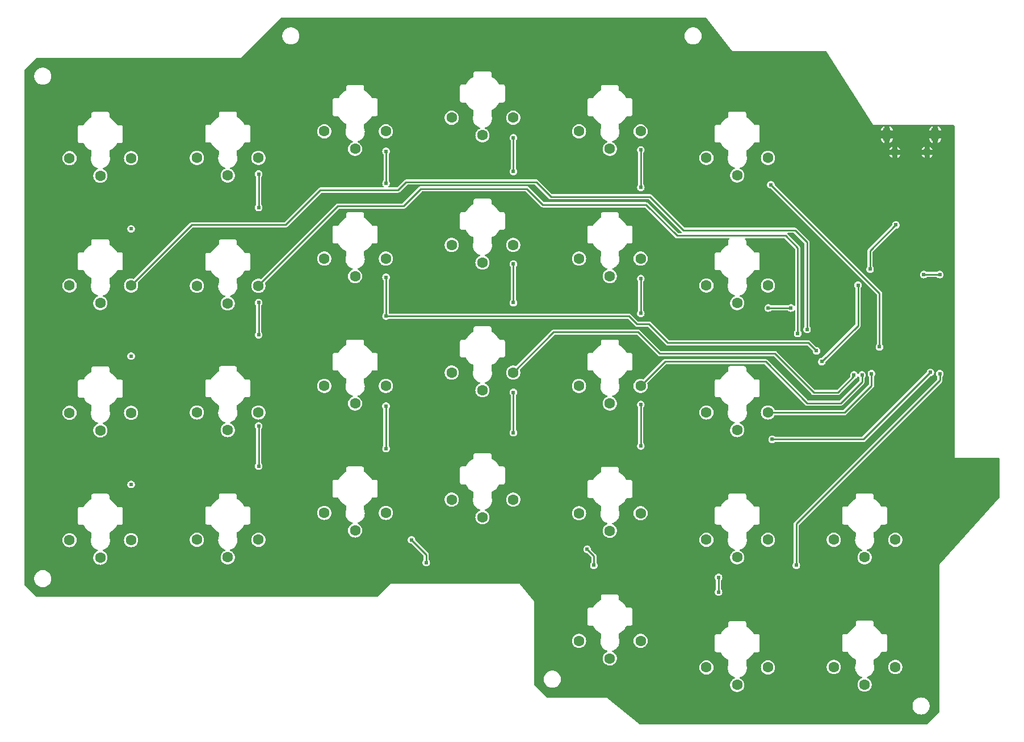
<source format=gbl>
G04 Layer: BottomLayer*
G04 EasyEDA v6.5.23, 2023-06-09 15:01:11*
G04 604b8d365768463b9eb07bbcea70d2b6,6219c82cfec74c238c9999bd11a2e976,10*
G04 Gerber Generator version 0.2*
G04 Scale: 100 percent, Rotated: No, Reflected: No *
G04 Dimensions in millimeters *
G04 leading zeros omitted , absolute positions ,4 integer and 5 decimal *
%FSLAX45Y45*%
%MOMM*%

%ADD10C,0.2540*%
%ADD11O,1.2999974X2.1999956000000003*%
%ADD12C,1.3000*%
%ADD13C,1.6000*%
%ADD14C,0.6096*%
%ADD15C,0.0108*%

%LPD*%
G36*
X9212630Y-10574070D02*
G01*
X9209278Y-10573512D01*
X9206280Y-10571835D01*
X8716365Y-10179812D01*
X8711234Y-10176611D01*
X8705799Y-10174681D01*
X8699754Y-10173970D01*
X7825384Y-10173970D01*
X7821625Y-10173258D01*
X7818374Y-10171176D01*
X7628991Y-9991852D01*
X7626654Y-9988499D01*
X7625842Y-9984486D01*
X7625842Y-8743188D01*
X7625130Y-8737193D01*
X7623048Y-8731351D01*
X7619746Y-8726271D01*
X7420406Y-8484108D01*
X7415733Y-8479637D01*
X7410043Y-8476488D01*
X7404811Y-8474710D01*
X7399528Y-8474202D01*
X5500522Y-8474202D01*
X5496712Y-8474506D01*
X5489651Y-8476538D01*
X5484774Y-8479282D01*
X5481523Y-8482025D01*
X5292242Y-8671153D01*
X5288940Y-8673338D01*
X5285028Y-8674100D01*
X214934Y-8674100D01*
X211074Y-8673287D01*
X207771Y-8671102D01*
X28905Y-8492236D01*
X26670Y-8488934D01*
X25908Y-8485022D01*
X25908Y-814781D01*
X26670Y-810920D01*
X28905Y-807618D01*
X207670Y-628853D01*
X210972Y-626618D01*
X214833Y-625856D01*
X3243427Y-625856D01*
X3247237Y-625551D01*
X3254298Y-623519D01*
X3259175Y-620776D01*
X3262426Y-617982D01*
X3851554Y-28905D01*
X3854856Y-26670D01*
X3858717Y-25908D01*
X10182555Y-25908D01*
X10186924Y-26924D01*
X10190480Y-29718D01*
X10579303Y-515823D01*
X10583976Y-520446D01*
X10589158Y-523493D01*
X10595000Y-525475D01*
X10600436Y-526034D01*
X11980164Y-526034D01*
X11983516Y-526592D01*
X11986463Y-528218D01*
X11988749Y-530758D01*
X12677800Y-1613306D01*
X12682270Y-1618640D01*
X12688570Y-1622958D01*
X12694107Y-1625041D01*
X12700609Y-1625854D01*
X12838734Y-1625854D01*
X12843002Y-1626768D01*
X12846507Y-1629410D01*
X12848539Y-1633270D01*
X12848793Y-1637639D01*
X12847167Y-1641703D01*
X12844018Y-1644700D01*
X12837515Y-1648663D01*
X12827863Y-1656486D01*
X12819430Y-1665579D01*
X12812268Y-1675688D01*
X12806578Y-1686712D01*
X12802412Y-1698396D01*
X12800685Y-1706575D01*
X12851079Y-1706575D01*
X12851079Y-1636014D01*
X12851841Y-1632102D01*
X12854025Y-1628851D01*
X12857327Y-1626616D01*
X12861239Y-1625854D01*
X12918592Y-1625854D01*
X12922504Y-1626616D01*
X12925806Y-1628851D01*
X12927990Y-1632102D01*
X12928752Y-1636014D01*
X12928752Y-1706575D01*
X12979146Y-1706575D01*
X12977418Y-1698396D01*
X12973253Y-1686712D01*
X12967563Y-1675688D01*
X12960400Y-1665579D01*
X12951968Y-1656486D01*
X12942316Y-1648663D01*
X12935813Y-1644700D01*
X12932664Y-1641703D01*
X12931038Y-1637639D01*
X12931292Y-1633270D01*
X12933324Y-1629410D01*
X12936829Y-1626768D01*
X12941096Y-1625854D01*
X13558774Y-1625854D01*
X13562990Y-1626768D01*
X13566495Y-1629410D01*
X13568527Y-1633270D01*
X13568781Y-1637639D01*
X13567206Y-1641703D01*
X13564057Y-1644700D01*
X13557504Y-1648663D01*
X13547902Y-1656486D01*
X13539419Y-1665579D01*
X13532256Y-1675688D01*
X13526566Y-1686712D01*
X13522401Y-1698396D01*
X13520724Y-1706575D01*
X13571067Y-1706575D01*
X13571067Y-1636014D01*
X13571829Y-1632102D01*
X13574064Y-1628851D01*
X13577316Y-1626616D01*
X13581227Y-1625854D01*
X13638631Y-1625854D01*
X13642492Y-1626616D01*
X13645794Y-1628851D01*
X13647978Y-1632102D01*
X13648791Y-1636014D01*
X13648791Y-1706575D01*
X13699134Y-1706575D01*
X13697407Y-1698396D01*
X13693292Y-1686712D01*
X13687551Y-1675688D01*
X13680440Y-1665579D01*
X13671956Y-1656486D01*
X13662304Y-1648663D01*
X13655801Y-1644700D01*
X13652652Y-1641703D01*
X13651026Y-1637639D01*
X13651280Y-1633270D01*
X13653363Y-1629410D01*
X13656818Y-1626768D01*
X13661085Y-1625854D01*
X13881100Y-1625854D01*
X13884300Y-1626362D01*
X13887196Y-1627886D01*
X13889431Y-1630172D01*
X13898118Y-1642618D01*
X13899489Y-1645361D01*
X13899997Y-1648460D01*
X13899997Y-6598970D01*
X13900962Y-6599986D01*
X14563851Y-6599986D01*
X14567763Y-6600748D01*
X14571014Y-6602984D01*
X14573250Y-6606235D01*
X14574012Y-6610146D01*
X14574012Y-7186066D01*
X14573351Y-7189673D01*
X14571421Y-7192822D01*
X13680948Y-8182305D01*
X13679068Y-8184692D01*
X13675664Y-8191296D01*
X13674293Y-8196783D01*
X13674090Y-8200186D01*
X13674090Y-10385094D01*
X13673328Y-10388955D01*
X13671092Y-10392257D01*
X13581786Y-10481614D01*
X13486434Y-10571276D01*
X13483183Y-10573308D01*
X13479475Y-10574020D01*
G37*

%LPC*%
G36*
X13399973Y-10427462D02*
G01*
X13415365Y-10426547D01*
X13430504Y-10423753D01*
X13445185Y-10419181D01*
X13459206Y-10412882D01*
X13472413Y-10404906D01*
X13484504Y-10395407D01*
X13495375Y-10384536D01*
X13504875Y-10372394D01*
X13512850Y-10359237D01*
X13519200Y-10345166D01*
X13523772Y-10330484D01*
X13526516Y-10315346D01*
X13527481Y-10300004D01*
X13526516Y-10284612D01*
X13523772Y-10269474D01*
X13519200Y-10254792D01*
X13512850Y-10240721D01*
X13504875Y-10227564D01*
X13495375Y-10215422D01*
X13484504Y-10204551D01*
X13472413Y-10195052D01*
X13459206Y-10187076D01*
X13445185Y-10180777D01*
X13430504Y-10176205D01*
X13415365Y-10173411D01*
X13399973Y-10172496D01*
X13384580Y-10173411D01*
X13369442Y-10176205D01*
X13354761Y-10180777D01*
X13340740Y-10187076D01*
X13327532Y-10195052D01*
X13315442Y-10204551D01*
X13304570Y-10215422D01*
X13295071Y-10227564D01*
X13287095Y-10240721D01*
X13280745Y-10254792D01*
X13276173Y-10269474D01*
X13273430Y-10284612D01*
X13272465Y-10300004D01*
X13273430Y-10315346D01*
X13276173Y-10330484D01*
X13280745Y-10345166D01*
X13287095Y-10359237D01*
X13295071Y-10372394D01*
X13304570Y-10384536D01*
X13315442Y-10395407D01*
X13327532Y-10404906D01*
X13340740Y-10412882D01*
X13354761Y-10419181D01*
X13369442Y-10423753D01*
X13384580Y-10426547D01*
G37*
G36*
X10657890Y-10092080D02*
G01*
X10671708Y-10091166D01*
X10685272Y-10088473D01*
X10698378Y-10084054D01*
X10710824Y-10077907D01*
X10722356Y-10070236D01*
X10732770Y-10061092D01*
X10741863Y-10050678D01*
X10749584Y-10039146D01*
X10755680Y-10026751D01*
X10760151Y-10013594D01*
X10762843Y-10000030D01*
X10763758Y-9986213D01*
X10762843Y-9972395D01*
X10760151Y-9958781D01*
X10755680Y-9945674D01*
X10749584Y-9933279D01*
X10741863Y-9921748D01*
X10732770Y-9911334D01*
X10722356Y-9902190D01*
X10710824Y-9894519D01*
X10697362Y-9887966D01*
X10694111Y-9885476D01*
X10692130Y-9881870D01*
X10691723Y-9877806D01*
X10692942Y-9873894D01*
X10695584Y-9870795D01*
X10699242Y-9868966D01*
X10703052Y-9868001D01*
X10718241Y-9862058D01*
X10732668Y-9854488D01*
X10746130Y-9845243D01*
X10758474Y-9834575D01*
X10769498Y-9822535D01*
X10779099Y-9809327D01*
X10787126Y-9795154D01*
X10793476Y-9780117D01*
X10798048Y-9764471D01*
X10800842Y-9748367D01*
X10801756Y-9732111D01*
X10800842Y-9715804D01*
X10798048Y-9699752D01*
X10793476Y-9684105D01*
X10792510Y-9681921D01*
X10791748Y-9677958D01*
X10791748Y-9619335D01*
X10792307Y-9615881D01*
X10794034Y-9612884D01*
X10796676Y-9610598D01*
X10813897Y-9600387D01*
X10832947Y-9586772D01*
X10850829Y-9571634D01*
X10867390Y-9555073D01*
X10882528Y-9537192D01*
X10896142Y-9518142D01*
X10906353Y-9500971D01*
X10908639Y-9498330D01*
X10911636Y-9496602D01*
X10915091Y-9495993D01*
X10967262Y-9495993D01*
X10973562Y-9495282D01*
X10979048Y-9493351D01*
X10983925Y-9490303D01*
X10988040Y-9486188D01*
X10991088Y-9481312D01*
X10993018Y-9475825D01*
X10993729Y-9469526D01*
X10993729Y-9256674D01*
X10993018Y-9250324D01*
X10991088Y-9244888D01*
X10988040Y-9239961D01*
X10983925Y-9235897D01*
X10979048Y-9232798D01*
X10973562Y-9230918D01*
X10967262Y-9230207D01*
X10915040Y-9230207D01*
X10911636Y-9229598D01*
X10908588Y-9227870D01*
X10906302Y-9225229D01*
X10896142Y-9208109D01*
X10882528Y-9189059D01*
X10867390Y-9171178D01*
X10850829Y-9154617D01*
X10832947Y-9139478D01*
X10813897Y-9125864D01*
X10796676Y-9115602D01*
X10794034Y-9113367D01*
X10792307Y-9110319D01*
X10791748Y-9106916D01*
X10791748Y-9059672D01*
X10791037Y-9053322D01*
X10789107Y-9047886D01*
X10786008Y-9042958D01*
X10781944Y-9038894D01*
X10777016Y-9035796D01*
X10771581Y-9033865D01*
X10765231Y-9033154D01*
X10552379Y-9033154D01*
X10546080Y-9033865D01*
X10540593Y-9035796D01*
X10535716Y-9038894D01*
X10531602Y-9042958D01*
X10528554Y-9047886D01*
X10526623Y-9053322D01*
X10525912Y-9059672D01*
X10525912Y-9106966D01*
X10525302Y-9110370D01*
X10523575Y-9113418D01*
X10520934Y-9115704D01*
X10503865Y-9125864D01*
X10484815Y-9139478D01*
X10466933Y-9154617D01*
X10450372Y-9171178D01*
X10435234Y-9189059D01*
X10421620Y-9208109D01*
X10411409Y-9225229D01*
X10409174Y-9227870D01*
X10406126Y-9229598D01*
X10402671Y-9230207D01*
X10350398Y-9230207D01*
X10344048Y-9230918D01*
X10338612Y-9232798D01*
X10333685Y-9235897D01*
X10329621Y-9239961D01*
X10326522Y-9244888D01*
X10324642Y-9250324D01*
X10323931Y-9256674D01*
X10323931Y-9469526D01*
X10324642Y-9475825D01*
X10326522Y-9481312D01*
X10329621Y-9486188D01*
X10333685Y-9490303D01*
X10338612Y-9493351D01*
X10344048Y-9495282D01*
X10350398Y-9495993D01*
X10402671Y-9495993D01*
X10406075Y-9496602D01*
X10409123Y-9498330D01*
X10411409Y-9500971D01*
X10421620Y-9518142D01*
X10435234Y-9537192D01*
X10450372Y-9555073D01*
X10466933Y-9571634D01*
X10484815Y-9586772D01*
X10503865Y-9600387D01*
X10520934Y-9610547D01*
X10523575Y-9612833D01*
X10525302Y-9615830D01*
X10525912Y-9619284D01*
X10525912Y-9678466D01*
X10525302Y-9681870D01*
X10521746Y-9691827D01*
X10518089Y-9707727D01*
X10516209Y-9723932D01*
X10516209Y-9740239D01*
X10518089Y-9756444D01*
X10521746Y-9772345D01*
X10527233Y-9787737D01*
X10534446Y-9802368D01*
X10543286Y-9816084D01*
X10553598Y-9828733D01*
X10565282Y-9840112D01*
X10578236Y-9850069D01*
X10592206Y-9858502D01*
X10607040Y-9865258D01*
X10618012Y-9868814D01*
X10621670Y-9870948D01*
X10624159Y-9874300D01*
X10625074Y-9878415D01*
X10624210Y-9882530D01*
X10621772Y-9885984D01*
X10617352Y-9888372D01*
X10604957Y-9894519D01*
X10593425Y-9902190D01*
X10583011Y-9911334D01*
X10573867Y-9921748D01*
X10566196Y-9933279D01*
X10560050Y-9945674D01*
X10555579Y-9958781D01*
X10552887Y-9972395D01*
X10551972Y-9986213D01*
X10552887Y-10000030D01*
X10555579Y-10013594D01*
X10560050Y-10026751D01*
X10566196Y-10039146D01*
X10573867Y-10050678D01*
X10583011Y-10061092D01*
X10593425Y-10070236D01*
X10604957Y-10077907D01*
X10617352Y-10084054D01*
X10630458Y-10088473D01*
X10644073Y-10091166D01*
G37*
G36*
X12557810Y-10087000D02*
G01*
X12571628Y-10086086D01*
X12585192Y-10083393D01*
X12598298Y-10078974D01*
X12610744Y-10072827D01*
X12622276Y-10065156D01*
X12632690Y-10056012D01*
X12641783Y-10045598D01*
X12649504Y-10034066D01*
X12655600Y-10021671D01*
X12660071Y-10008514D01*
X12662763Y-9994950D01*
X12663678Y-9981133D01*
X12662763Y-9967315D01*
X12660071Y-9953701D01*
X12655600Y-9940594D01*
X12649504Y-9928199D01*
X12641783Y-9916668D01*
X12632690Y-9906254D01*
X12622276Y-9897110D01*
X12610744Y-9889439D01*
X12597282Y-9882886D01*
X12594031Y-9880396D01*
X12592050Y-9876790D01*
X12591643Y-9872726D01*
X12592862Y-9868814D01*
X12595504Y-9865715D01*
X12599162Y-9863886D01*
X12602972Y-9862921D01*
X12618161Y-9856978D01*
X12632588Y-9849408D01*
X12646050Y-9840163D01*
X12658394Y-9829495D01*
X12669418Y-9817455D01*
X12679019Y-9804247D01*
X12687046Y-9790074D01*
X12693396Y-9775037D01*
X12697968Y-9759391D01*
X12700762Y-9743287D01*
X12701676Y-9727031D01*
X12700762Y-9710724D01*
X12697968Y-9694672D01*
X12693396Y-9679025D01*
X12692430Y-9676841D01*
X12691668Y-9672878D01*
X12691668Y-9614255D01*
X12692227Y-9610801D01*
X12693954Y-9607804D01*
X12696596Y-9605518D01*
X12713817Y-9595307D01*
X12732867Y-9581692D01*
X12750749Y-9566554D01*
X12767310Y-9549993D01*
X12782448Y-9532112D01*
X12796062Y-9513062D01*
X12806273Y-9495891D01*
X12808559Y-9493250D01*
X12811556Y-9491522D01*
X12815011Y-9490913D01*
X12867182Y-9490913D01*
X12873482Y-9490202D01*
X12878968Y-9488271D01*
X12883845Y-9485223D01*
X12887960Y-9481108D01*
X12891008Y-9476232D01*
X12892938Y-9470745D01*
X12893649Y-9464446D01*
X12893649Y-9251594D01*
X12892938Y-9245244D01*
X12891008Y-9239808D01*
X12887960Y-9234881D01*
X12883845Y-9230817D01*
X12878968Y-9227718D01*
X12873482Y-9225838D01*
X12867182Y-9225127D01*
X12814960Y-9225127D01*
X12811556Y-9224518D01*
X12808508Y-9222790D01*
X12806222Y-9220149D01*
X12796062Y-9203029D01*
X12782448Y-9183979D01*
X12767310Y-9166098D01*
X12750749Y-9149537D01*
X12732867Y-9134398D01*
X12713817Y-9120784D01*
X12696596Y-9110522D01*
X12693954Y-9108287D01*
X12692227Y-9105239D01*
X12691668Y-9101836D01*
X12691668Y-9054592D01*
X12690957Y-9048242D01*
X12689027Y-9042806D01*
X12685928Y-9037878D01*
X12681864Y-9033814D01*
X12676936Y-9030716D01*
X12671501Y-9028785D01*
X12665151Y-9028074D01*
X12452299Y-9028074D01*
X12446000Y-9028785D01*
X12440513Y-9030716D01*
X12435636Y-9033814D01*
X12431522Y-9037878D01*
X12428474Y-9042806D01*
X12426543Y-9048242D01*
X12425832Y-9054592D01*
X12425832Y-9101886D01*
X12425222Y-9105290D01*
X12423495Y-9108338D01*
X12420854Y-9110624D01*
X12403785Y-9120784D01*
X12384735Y-9134398D01*
X12366853Y-9149537D01*
X12350292Y-9166098D01*
X12335154Y-9183979D01*
X12321540Y-9203029D01*
X12311329Y-9220149D01*
X12309094Y-9222790D01*
X12306046Y-9224518D01*
X12302591Y-9225127D01*
X12250318Y-9225127D01*
X12243968Y-9225838D01*
X12238532Y-9227718D01*
X12233605Y-9230817D01*
X12229541Y-9234881D01*
X12226442Y-9239808D01*
X12224562Y-9245244D01*
X12223851Y-9251594D01*
X12223851Y-9464446D01*
X12224562Y-9470745D01*
X12226442Y-9476232D01*
X12229541Y-9481108D01*
X12233605Y-9485223D01*
X12238532Y-9488271D01*
X12243968Y-9490202D01*
X12250318Y-9490913D01*
X12302591Y-9490913D01*
X12305995Y-9491522D01*
X12309043Y-9493250D01*
X12311329Y-9495891D01*
X12321540Y-9513062D01*
X12335154Y-9532112D01*
X12350292Y-9549993D01*
X12366853Y-9566554D01*
X12384735Y-9581692D01*
X12403785Y-9595307D01*
X12420854Y-9605467D01*
X12423495Y-9607753D01*
X12425222Y-9610750D01*
X12425832Y-9614204D01*
X12425832Y-9673386D01*
X12425222Y-9676790D01*
X12421666Y-9686747D01*
X12418009Y-9702647D01*
X12416129Y-9718852D01*
X12416129Y-9735159D01*
X12418009Y-9751364D01*
X12421666Y-9767265D01*
X12427153Y-9782657D01*
X12434366Y-9797288D01*
X12443206Y-9811004D01*
X12453518Y-9823653D01*
X12465202Y-9835032D01*
X12478156Y-9844989D01*
X12492126Y-9853422D01*
X12506960Y-9860178D01*
X12517932Y-9863734D01*
X12521590Y-9865868D01*
X12524079Y-9869220D01*
X12524994Y-9873335D01*
X12524130Y-9877450D01*
X12521692Y-9880904D01*
X12517272Y-9883292D01*
X12504877Y-9889439D01*
X12493345Y-9897110D01*
X12482931Y-9906254D01*
X12473787Y-9916668D01*
X12466116Y-9928199D01*
X12459970Y-9940594D01*
X12455499Y-9953701D01*
X12452807Y-9967315D01*
X12451892Y-9981133D01*
X12452807Y-9994950D01*
X12455499Y-10008514D01*
X12459970Y-10021671D01*
X12466116Y-10034066D01*
X12473787Y-10045598D01*
X12482931Y-10056012D01*
X12493345Y-10065156D01*
X12504877Y-10072827D01*
X12517272Y-10078974D01*
X12530378Y-10083393D01*
X12543993Y-10086086D01*
G37*
G36*
X7900009Y-10027462D02*
G01*
X7915351Y-10026548D01*
X7930489Y-10023754D01*
X7945170Y-10019182D01*
X7959242Y-10012883D01*
X7972399Y-10004907D01*
X7984540Y-9995408D01*
X7995412Y-9984536D01*
X8004911Y-9972395D01*
X8012887Y-9959238D01*
X8019186Y-9945166D01*
X8023758Y-9930485D01*
X8026552Y-9915347D01*
X8027466Y-9900005D01*
X8026552Y-9884613D01*
X8023758Y-9869474D01*
X8019186Y-9854793D01*
X8012887Y-9840722D01*
X8004911Y-9827564D01*
X7995412Y-9815423D01*
X7984540Y-9804552D01*
X7972399Y-9795052D01*
X7959242Y-9787077D01*
X7945170Y-9780778D01*
X7930489Y-9776206D01*
X7915351Y-9773412D01*
X7900009Y-9772497D01*
X7884617Y-9773412D01*
X7869478Y-9776206D01*
X7854797Y-9780778D01*
X7840725Y-9787077D01*
X7827568Y-9795052D01*
X7815427Y-9804552D01*
X7804556Y-9815423D01*
X7795056Y-9827564D01*
X7787081Y-9840722D01*
X7780781Y-9854793D01*
X7776209Y-9869474D01*
X7773416Y-9884613D01*
X7772501Y-9900005D01*
X7773416Y-9915347D01*
X7776209Y-9930485D01*
X7780781Y-9945166D01*
X7787081Y-9959238D01*
X7795056Y-9972395D01*
X7804556Y-9984536D01*
X7815427Y-9995408D01*
X7827568Y-10004907D01*
X7840725Y-10012883D01*
X7854797Y-10019182D01*
X7869478Y-10023754D01*
X7884617Y-10026548D01*
G37*
G36*
X11116818Y-9830054D02*
G01*
X11130635Y-9829139D01*
X11144250Y-9826447D01*
X11157356Y-9821976D01*
X11169751Y-9815880D01*
X11181283Y-9808159D01*
X11191697Y-9799015D01*
X11200841Y-9788601D01*
X11208512Y-9777120D01*
X11214658Y-9764674D01*
X11219129Y-9751568D01*
X11221821Y-9738004D01*
X11222736Y-9724186D01*
X11221821Y-9710318D01*
X11219129Y-9696754D01*
X11214658Y-9683648D01*
X11208512Y-9671202D01*
X11200841Y-9659721D01*
X11191697Y-9649307D01*
X11181283Y-9640163D01*
X11169751Y-9632442D01*
X11157356Y-9626346D01*
X11144250Y-9621875D01*
X11130635Y-9619183D01*
X11116818Y-9618268D01*
X11103000Y-9619183D01*
X11089436Y-9621875D01*
X11076330Y-9626346D01*
X11063884Y-9632442D01*
X11052352Y-9640163D01*
X11041938Y-9649307D01*
X11032845Y-9659721D01*
X11025124Y-9671202D01*
X11019028Y-9683648D01*
X11014557Y-9696754D01*
X11011865Y-9710318D01*
X11010950Y-9724186D01*
X11011865Y-9738004D01*
X11014557Y-9751568D01*
X11019028Y-9764674D01*
X11025124Y-9777120D01*
X11032845Y-9788601D01*
X11041938Y-9799015D01*
X11052352Y-9808159D01*
X11063884Y-9815880D01*
X11076330Y-9821976D01*
X11089436Y-9826447D01*
X11103000Y-9829139D01*
G37*
G36*
X10198811Y-9830054D02*
G01*
X10212628Y-9829139D01*
X10226243Y-9826447D01*
X10239349Y-9821976D01*
X10251744Y-9815880D01*
X10263276Y-9808159D01*
X10273690Y-9799015D01*
X10282834Y-9788601D01*
X10290505Y-9777120D01*
X10296652Y-9764674D01*
X10301122Y-9751568D01*
X10303814Y-9738004D01*
X10304729Y-9724186D01*
X10303814Y-9710318D01*
X10301122Y-9696754D01*
X10296652Y-9683648D01*
X10290505Y-9671202D01*
X10282834Y-9659721D01*
X10273690Y-9649307D01*
X10263276Y-9640163D01*
X10251744Y-9632442D01*
X10239349Y-9626346D01*
X10226243Y-9621875D01*
X10212628Y-9619183D01*
X10198811Y-9618268D01*
X10184993Y-9619183D01*
X10171430Y-9621875D01*
X10158323Y-9626346D01*
X10145877Y-9632442D01*
X10134346Y-9640163D01*
X10123932Y-9649307D01*
X10114838Y-9659721D01*
X10107117Y-9671202D01*
X10101021Y-9683648D01*
X10096550Y-9696754D01*
X10093858Y-9710318D01*
X10092944Y-9724186D01*
X10093858Y-9738004D01*
X10096550Y-9751568D01*
X10101021Y-9764674D01*
X10107117Y-9777120D01*
X10114838Y-9788601D01*
X10123932Y-9799015D01*
X10134346Y-9808159D01*
X10145877Y-9815880D01*
X10158323Y-9821976D01*
X10171430Y-9826447D01*
X10184993Y-9829139D01*
G37*
G36*
X13016738Y-9824974D02*
G01*
X13030555Y-9824059D01*
X13044169Y-9821367D01*
X13057276Y-9816896D01*
X13069671Y-9810800D01*
X13081203Y-9803079D01*
X13091617Y-9793935D01*
X13100761Y-9783521D01*
X13108432Y-9772040D01*
X13114578Y-9759594D01*
X13119049Y-9746488D01*
X13121741Y-9732924D01*
X13122656Y-9719106D01*
X13121741Y-9705238D01*
X13119049Y-9691674D01*
X13114578Y-9678568D01*
X13108432Y-9666122D01*
X13100761Y-9654641D01*
X13091617Y-9644227D01*
X13081203Y-9635083D01*
X13069671Y-9627362D01*
X13057276Y-9621266D01*
X13044169Y-9616795D01*
X13030555Y-9614103D01*
X13016738Y-9613188D01*
X13002920Y-9614103D01*
X12989356Y-9616795D01*
X12976250Y-9621266D01*
X12963804Y-9627362D01*
X12952272Y-9635083D01*
X12941858Y-9644227D01*
X12932765Y-9654641D01*
X12925044Y-9666122D01*
X12918948Y-9678568D01*
X12914477Y-9691674D01*
X12911785Y-9705238D01*
X12910870Y-9719106D01*
X12911785Y-9732924D01*
X12914477Y-9746488D01*
X12918948Y-9759594D01*
X12925044Y-9772040D01*
X12932765Y-9783521D01*
X12941858Y-9793935D01*
X12952272Y-9803079D01*
X12963804Y-9810800D01*
X12976250Y-9816896D01*
X12989356Y-9821367D01*
X13002920Y-9824059D01*
G37*
G36*
X12098731Y-9824974D02*
G01*
X12112548Y-9824059D01*
X12126163Y-9821367D01*
X12139269Y-9816896D01*
X12151664Y-9810800D01*
X12163196Y-9803079D01*
X12173610Y-9793935D01*
X12182754Y-9783521D01*
X12190425Y-9772040D01*
X12196572Y-9759594D01*
X12201042Y-9746488D01*
X12203734Y-9732924D01*
X12204649Y-9719106D01*
X12203734Y-9705238D01*
X12201042Y-9691674D01*
X12196572Y-9678568D01*
X12190425Y-9666122D01*
X12182754Y-9654641D01*
X12173610Y-9644227D01*
X12163196Y-9635083D01*
X12151664Y-9627362D01*
X12139269Y-9621266D01*
X12126163Y-9616795D01*
X12112548Y-9614103D01*
X12098731Y-9613188D01*
X12084913Y-9614103D01*
X12071350Y-9616795D01*
X12058243Y-9621266D01*
X12045797Y-9627362D01*
X12034266Y-9635083D01*
X12023852Y-9644227D01*
X12014758Y-9654641D01*
X12007037Y-9666122D01*
X12000941Y-9678568D01*
X11996470Y-9691674D01*
X11993778Y-9705238D01*
X11992864Y-9719106D01*
X11993778Y-9732924D01*
X11996470Y-9746488D01*
X12000941Y-9759594D01*
X12007037Y-9772040D01*
X12014758Y-9783521D01*
X12023852Y-9793935D01*
X12034266Y-9803079D01*
X12045797Y-9810800D01*
X12058243Y-9816896D01*
X12071350Y-9821367D01*
X12084913Y-9824059D01*
G37*
G36*
X8757970Y-9695840D02*
G01*
X8771788Y-9694926D01*
X8785352Y-9692233D01*
X8798458Y-9687814D01*
X8810904Y-9681667D01*
X8822436Y-9673996D01*
X8832850Y-9664852D01*
X8841943Y-9654438D01*
X8849664Y-9642906D01*
X8855760Y-9630511D01*
X8860231Y-9617354D01*
X8862923Y-9603790D01*
X8863838Y-9589973D01*
X8862923Y-9576155D01*
X8860231Y-9562541D01*
X8855760Y-9549434D01*
X8849664Y-9537039D01*
X8841943Y-9525508D01*
X8832850Y-9515094D01*
X8822436Y-9505950D01*
X8810904Y-9498279D01*
X8797442Y-9491726D01*
X8794191Y-9489236D01*
X8792210Y-9485630D01*
X8791803Y-9481566D01*
X8793022Y-9477654D01*
X8795664Y-9474555D01*
X8799322Y-9472726D01*
X8803132Y-9471761D01*
X8818321Y-9465818D01*
X8832748Y-9458248D01*
X8846210Y-9449003D01*
X8858554Y-9438335D01*
X8869578Y-9426295D01*
X8879179Y-9413087D01*
X8887206Y-9398914D01*
X8893556Y-9383877D01*
X8898128Y-9368231D01*
X8900922Y-9352127D01*
X8901836Y-9335871D01*
X8900922Y-9319564D01*
X8898128Y-9303512D01*
X8893556Y-9287865D01*
X8892590Y-9285681D01*
X8891828Y-9281718D01*
X8891828Y-9223095D01*
X8892387Y-9219641D01*
X8894114Y-9216644D01*
X8896756Y-9214358D01*
X8913977Y-9204147D01*
X8933027Y-9190532D01*
X8950909Y-9175394D01*
X8967470Y-9158833D01*
X8982608Y-9140952D01*
X8996222Y-9121902D01*
X9006433Y-9104731D01*
X9008719Y-9102090D01*
X9011716Y-9100362D01*
X9015171Y-9099753D01*
X9067342Y-9099753D01*
X9073642Y-9099042D01*
X9079128Y-9097111D01*
X9084005Y-9094063D01*
X9088120Y-9089948D01*
X9091168Y-9085072D01*
X9093098Y-9079585D01*
X9093809Y-9073286D01*
X9093809Y-8860434D01*
X9093098Y-8854084D01*
X9091168Y-8848648D01*
X9088120Y-8843721D01*
X9084005Y-8839657D01*
X9079128Y-8836558D01*
X9073642Y-8834678D01*
X9067342Y-8833967D01*
X9015120Y-8833967D01*
X9011716Y-8833358D01*
X9008668Y-8831630D01*
X9006382Y-8828989D01*
X8996222Y-8811869D01*
X8982608Y-8792819D01*
X8967470Y-8774938D01*
X8950909Y-8758377D01*
X8933027Y-8743238D01*
X8913977Y-8729624D01*
X8896756Y-8719362D01*
X8894114Y-8717127D01*
X8892387Y-8714079D01*
X8891828Y-8710676D01*
X8891828Y-8663432D01*
X8891117Y-8657082D01*
X8889187Y-8651646D01*
X8886088Y-8646718D01*
X8882024Y-8642654D01*
X8877096Y-8639556D01*
X8871661Y-8637625D01*
X8865311Y-8636914D01*
X8652459Y-8636914D01*
X8646160Y-8637625D01*
X8640673Y-8639556D01*
X8635796Y-8642654D01*
X8631682Y-8646718D01*
X8628634Y-8651646D01*
X8626703Y-8657082D01*
X8625992Y-8663432D01*
X8625992Y-8710726D01*
X8625382Y-8714130D01*
X8623655Y-8717178D01*
X8621014Y-8719464D01*
X8603945Y-8729624D01*
X8584895Y-8743238D01*
X8567013Y-8758377D01*
X8550452Y-8774938D01*
X8535314Y-8792819D01*
X8521700Y-8811869D01*
X8511489Y-8828989D01*
X8509254Y-8831630D01*
X8506206Y-8833358D01*
X8502751Y-8833967D01*
X8450478Y-8833967D01*
X8444128Y-8834678D01*
X8438692Y-8836558D01*
X8433765Y-8839657D01*
X8429701Y-8843721D01*
X8426602Y-8848648D01*
X8424722Y-8854084D01*
X8424011Y-8860434D01*
X8424011Y-9073286D01*
X8424722Y-9079585D01*
X8426602Y-9085072D01*
X8429701Y-9089948D01*
X8433765Y-9094063D01*
X8438692Y-9097111D01*
X8444128Y-9099042D01*
X8450478Y-9099753D01*
X8502751Y-9099753D01*
X8506155Y-9100362D01*
X8509203Y-9102090D01*
X8511489Y-9104731D01*
X8521700Y-9121902D01*
X8535314Y-9140952D01*
X8550452Y-9158833D01*
X8567013Y-9175394D01*
X8584895Y-9190532D01*
X8603945Y-9204147D01*
X8621014Y-9214307D01*
X8623655Y-9216593D01*
X8625382Y-9219590D01*
X8625992Y-9223044D01*
X8625992Y-9282226D01*
X8625382Y-9285630D01*
X8621826Y-9295587D01*
X8618169Y-9311487D01*
X8616289Y-9327692D01*
X8616289Y-9343999D01*
X8618169Y-9360204D01*
X8621826Y-9376105D01*
X8627313Y-9391497D01*
X8634526Y-9406128D01*
X8643366Y-9419844D01*
X8653678Y-9432493D01*
X8665362Y-9443872D01*
X8678316Y-9453829D01*
X8692286Y-9462262D01*
X8707120Y-9469018D01*
X8718092Y-9472574D01*
X8721750Y-9474708D01*
X8724239Y-9478060D01*
X8725154Y-9482175D01*
X8724290Y-9486290D01*
X8721852Y-9489744D01*
X8717432Y-9492132D01*
X8705037Y-9498279D01*
X8693505Y-9505950D01*
X8683091Y-9515094D01*
X8673947Y-9525508D01*
X8666276Y-9537039D01*
X8660130Y-9549434D01*
X8655659Y-9562541D01*
X8652967Y-9576155D01*
X8652052Y-9589973D01*
X8652967Y-9603790D01*
X8655659Y-9617354D01*
X8660130Y-9630511D01*
X8666276Y-9642906D01*
X8673947Y-9654438D01*
X8683091Y-9664852D01*
X8693505Y-9673996D01*
X8705037Y-9681667D01*
X8717432Y-9687814D01*
X8730538Y-9692233D01*
X8744153Y-9694926D01*
G37*
G36*
X8298891Y-9433814D02*
G01*
X8312708Y-9432899D01*
X8326323Y-9430207D01*
X8339429Y-9425736D01*
X8351824Y-9419640D01*
X8363356Y-9411919D01*
X8373770Y-9402775D01*
X8382914Y-9392361D01*
X8390585Y-9380880D01*
X8396732Y-9368434D01*
X8401202Y-9355328D01*
X8403894Y-9341764D01*
X8404809Y-9327946D01*
X8403894Y-9314078D01*
X8401202Y-9300514D01*
X8396732Y-9287408D01*
X8390585Y-9274962D01*
X8382914Y-9263481D01*
X8373770Y-9253067D01*
X8363356Y-9243923D01*
X8351824Y-9236202D01*
X8339429Y-9230106D01*
X8326323Y-9225635D01*
X8312708Y-9222943D01*
X8298891Y-9222028D01*
X8285073Y-9222943D01*
X8271509Y-9225635D01*
X8258403Y-9230106D01*
X8245957Y-9236202D01*
X8234425Y-9243923D01*
X8224012Y-9253067D01*
X8214918Y-9263481D01*
X8207197Y-9274962D01*
X8201101Y-9287408D01*
X8196630Y-9300514D01*
X8193938Y-9314078D01*
X8193024Y-9327946D01*
X8193938Y-9341764D01*
X8196630Y-9355328D01*
X8201101Y-9368434D01*
X8207197Y-9380880D01*
X8214918Y-9392361D01*
X8224012Y-9402775D01*
X8234425Y-9411919D01*
X8245957Y-9419640D01*
X8258403Y-9425736D01*
X8271509Y-9430207D01*
X8285073Y-9432899D01*
G37*
G36*
X9216898Y-9433814D02*
G01*
X9230715Y-9432899D01*
X9244330Y-9430207D01*
X9257436Y-9425736D01*
X9269831Y-9419640D01*
X9281363Y-9411919D01*
X9291777Y-9402775D01*
X9300921Y-9392361D01*
X9308592Y-9380880D01*
X9314738Y-9368434D01*
X9319209Y-9355328D01*
X9321901Y-9341764D01*
X9322816Y-9327946D01*
X9321901Y-9314078D01*
X9319209Y-9300514D01*
X9314738Y-9287408D01*
X9308592Y-9274962D01*
X9300921Y-9263481D01*
X9291777Y-9253067D01*
X9281363Y-9243923D01*
X9269831Y-9236202D01*
X9257436Y-9230106D01*
X9244330Y-9225635D01*
X9230715Y-9222943D01*
X9216898Y-9222028D01*
X9203080Y-9222943D01*
X9189516Y-9225635D01*
X9176410Y-9230106D01*
X9163964Y-9236202D01*
X9152432Y-9243923D01*
X9142018Y-9253067D01*
X9132925Y-9263481D01*
X9125204Y-9274962D01*
X9119108Y-9287408D01*
X9114637Y-9300514D01*
X9111945Y-9314078D01*
X9111030Y-9327946D01*
X9111945Y-9341764D01*
X9114637Y-9355328D01*
X9119108Y-9368434D01*
X9125204Y-9380880D01*
X9132925Y-9392361D01*
X9142018Y-9402775D01*
X9152432Y-9411919D01*
X9163964Y-9419640D01*
X9176410Y-9425736D01*
X9189516Y-9430207D01*
X9203080Y-9432899D01*
G37*
G36*
X10379862Y-8656269D02*
G01*
X10389666Y-8655405D01*
X10399115Y-8652865D01*
X10408056Y-8648700D01*
X10416082Y-8643061D01*
X10423042Y-8636152D01*
X10428681Y-8628075D01*
X10432796Y-8619185D01*
X10435336Y-8609685D01*
X10436199Y-8599932D01*
X10435336Y-8590127D01*
X10432796Y-8580628D01*
X10428681Y-8571738D01*
X10423042Y-8563660D01*
X10421467Y-8562086D01*
X10419232Y-8558784D01*
X10418470Y-8554923D01*
X10418521Y-8425027D01*
X10419283Y-8421166D01*
X10421467Y-8417864D01*
X10423093Y-8416239D01*
X10428732Y-8408212D01*
X10432897Y-8399272D01*
X10435437Y-8389823D01*
X10436301Y-8380018D01*
X10435437Y-8370214D01*
X10432897Y-8360765D01*
X10428732Y-8351824D01*
X10423093Y-8343798D01*
X10416184Y-8336838D01*
X10408107Y-8331200D01*
X10399217Y-8327085D01*
X10389717Y-8324545D01*
X10379964Y-8323681D01*
X10370159Y-8324545D01*
X10360660Y-8327085D01*
X10351770Y-8331200D01*
X10343692Y-8336838D01*
X10336784Y-8343798D01*
X10331145Y-8351824D01*
X10326979Y-8360765D01*
X10324439Y-8370214D01*
X10323576Y-8380018D01*
X10324439Y-8389823D01*
X10326979Y-8399272D01*
X10331145Y-8408212D01*
X10336784Y-8416239D01*
X10338308Y-8417763D01*
X10340492Y-8421065D01*
X10341305Y-8424976D01*
X10341254Y-8554923D01*
X10340492Y-8558784D01*
X10338257Y-8562086D01*
X10336682Y-8563660D01*
X10331043Y-8571738D01*
X10326928Y-8580628D01*
X10324388Y-8590127D01*
X10323525Y-8599932D01*
X10324388Y-8609685D01*
X10326928Y-8619185D01*
X10331043Y-8628075D01*
X10336682Y-8636152D01*
X10343642Y-8643061D01*
X10351668Y-8648700D01*
X10360609Y-8652865D01*
X10370058Y-8655405D01*
G37*
G36*
X300024Y-8527491D02*
G01*
X315366Y-8526526D01*
X330504Y-8523782D01*
X345186Y-8519210D01*
X359257Y-8512860D01*
X372414Y-8504885D01*
X384556Y-8495385D01*
X395427Y-8484514D01*
X404926Y-8472424D01*
X412902Y-8459216D01*
X419201Y-8445195D01*
X423773Y-8430514D01*
X426567Y-8415375D01*
X427482Y-8399983D01*
X426567Y-8384590D01*
X423773Y-8369452D01*
X419201Y-8354771D01*
X412902Y-8340750D01*
X404926Y-8327542D01*
X395427Y-8315452D01*
X384556Y-8304580D01*
X372414Y-8295081D01*
X359257Y-8287105D01*
X345186Y-8280755D01*
X330504Y-8276183D01*
X315366Y-8273440D01*
X300024Y-8272475D01*
X284632Y-8273440D01*
X269494Y-8276183D01*
X254812Y-8280755D01*
X240741Y-8287105D01*
X227584Y-8295081D01*
X215442Y-8304580D01*
X204571Y-8315452D01*
X195072Y-8327542D01*
X187096Y-8340750D01*
X180797Y-8354771D01*
X176225Y-8369452D01*
X173431Y-8384590D01*
X172516Y-8399983D01*
X173431Y-8415375D01*
X176225Y-8430514D01*
X180797Y-8445195D01*
X187096Y-8459216D01*
X195072Y-8472424D01*
X204571Y-8484514D01*
X215442Y-8495385D01*
X227584Y-8504885D01*
X240741Y-8512860D01*
X254812Y-8519210D01*
X269494Y-8523782D01*
X284632Y-8526526D01*
G37*
G36*
X8519820Y-8256473D02*
G01*
X8529624Y-8255609D01*
X8539073Y-8253069D01*
X8548014Y-8248903D01*
X8556040Y-8243265D01*
X8563000Y-8236356D01*
X8568639Y-8228279D01*
X8572754Y-8219389D01*
X8575294Y-8209889D01*
X8576157Y-8200136D01*
X8575294Y-8190331D01*
X8572754Y-8180831D01*
X8568639Y-8171942D01*
X8563000Y-8163864D01*
X8561374Y-8162290D01*
X8559190Y-8158988D01*
X8558428Y-8155127D01*
X8558428Y-8060436D01*
X8557615Y-8052409D01*
X8555431Y-8045196D01*
X8551875Y-8038490D01*
X8546744Y-8032292D01*
X8479078Y-7964576D01*
X8477046Y-7961680D01*
X8476132Y-7958277D01*
X8475421Y-7950250D01*
X8472881Y-7940751D01*
X8468766Y-7931861D01*
X8463127Y-7923784D01*
X8456168Y-7916875D01*
X8448141Y-7911236D01*
X8439200Y-7907070D01*
X8429752Y-7904530D01*
X8419947Y-7903667D01*
X8410143Y-7904530D01*
X8400694Y-7907070D01*
X8391753Y-7911236D01*
X8383727Y-7916875D01*
X8376767Y-7923784D01*
X8371128Y-7931861D01*
X8367014Y-7940751D01*
X8364474Y-7950250D01*
X8363610Y-7960055D01*
X8364474Y-7969808D01*
X8367014Y-7979308D01*
X8371128Y-7988198D01*
X8376767Y-7996275D01*
X8383727Y-8003184D01*
X8391753Y-8008823D01*
X8400694Y-8012988D01*
X8410143Y-8015528D01*
X8418169Y-8016240D01*
X8421573Y-8017154D01*
X8424468Y-8019135D01*
X8478215Y-8072932D01*
X8480450Y-8076234D01*
X8481212Y-8080146D01*
X8481212Y-8155127D01*
X8480450Y-8159038D01*
X8478215Y-8162340D01*
X8476640Y-8163864D01*
X8471001Y-8171942D01*
X8466886Y-8180831D01*
X8464346Y-8190331D01*
X8463483Y-8200136D01*
X8464346Y-8209889D01*
X8466886Y-8219389D01*
X8471001Y-8228279D01*
X8476640Y-8236356D01*
X8483600Y-8243265D01*
X8491626Y-8248903D01*
X8500567Y-8253069D01*
X8510016Y-8255609D01*
G37*
G36*
X11539931Y-8256371D02*
G01*
X11549735Y-8255508D01*
X11559184Y-8252968D01*
X11568125Y-8248802D01*
X11576151Y-8243163D01*
X11583111Y-8236254D01*
X11588750Y-8228177D01*
X11592864Y-8219287D01*
X11595404Y-8209788D01*
X11596268Y-8200034D01*
X11595404Y-8190230D01*
X11592864Y-8180730D01*
X11588750Y-8171840D01*
X11583111Y-8163763D01*
X11581485Y-8162188D01*
X11579301Y-8158886D01*
X11578539Y-8155025D01*
X11578539Y-7600238D01*
X11579301Y-7596327D01*
X11581485Y-7593075D01*
X13706856Y-5467705D01*
X13711986Y-5461457D01*
X13715542Y-5454802D01*
X13717727Y-5447538D01*
X13718489Y-5439511D01*
X13718489Y-5385003D01*
X13719301Y-5381091D01*
X13721486Y-5377789D01*
X13723010Y-5376316D01*
X13728649Y-5368239D01*
X13732763Y-5359349D01*
X13735304Y-5349849D01*
X13736167Y-5340096D01*
X13735304Y-5330291D01*
X13732763Y-5320792D01*
X13728649Y-5311902D01*
X13723010Y-5303824D01*
X13716050Y-5296916D01*
X13708024Y-5291277D01*
X13699083Y-5287111D01*
X13689634Y-5284571D01*
X13679830Y-5283708D01*
X13670026Y-5284571D01*
X13660577Y-5287111D01*
X13651636Y-5291277D01*
X13643610Y-5296916D01*
X13636650Y-5303824D01*
X13631011Y-5311902D01*
X13626896Y-5320792D01*
X13624356Y-5330291D01*
X13623493Y-5340096D01*
X13624356Y-5349849D01*
X13626896Y-5359349D01*
X13631011Y-5368239D01*
X13636650Y-5376316D01*
X13638326Y-5377942D01*
X13640511Y-5381244D01*
X13641273Y-5385104D01*
X13641273Y-5419852D01*
X13640511Y-5423712D01*
X13638326Y-5427014D01*
X11512956Y-7552385D01*
X11507876Y-7558633D01*
X11504269Y-7565288D01*
X11502085Y-7572502D01*
X11501323Y-7580528D01*
X11501323Y-8155025D01*
X11500510Y-8158937D01*
X11498326Y-8162239D01*
X11496751Y-8163763D01*
X11491112Y-8171840D01*
X11486997Y-8180730D01*
X11484457Y-8190230D01*
X11483594Y-8200034D01*
X11484457Y-8209788D01*
X11486997Y-8219287D01*
X11491112Y-8228177D01*
X11496751Y-8236254D01*
X11503710Y-8243163D01*
X11511737Y-8248802D01*
X11520678Y-8252968D01*
X11530126Y-8255508D01*
G37*
G36*
X6019952Y-8216392D02*
G01*
X6029756Y-8215528D01*
X6039205Y-8212988D01*
X6048146Y-8208822D01*
X6056172Y-8203184D01*
X6063132Y-8196275D01*
X6068771Y-8188198D01*
X6072886Y-8179308D01*
X6075426Y-8169808D01*
X6076289Y-8160054D01*
X6075426Y-8150250D01*
X6072886Y-8140750D01*
X6068771Y-8131860D01*
X6063132Y-8123783D01*
X6061506Y-8122208D01*
X6059322Y-8118906D01*
X6058509Y-8114995D01*
X6058509Y-8040522D01*
X6057747Y-8032496D01*
X6055563Y-8025282D01*
X6051956Y-8018627D01*
X6046876Y-8012379D01*
X5859068Y-7824571D01*
X5857036Y-7821675D01*
X5856122Y-7818272D01*
X5855411Y-7810246D01*
X5852871Y-7800746D01*
X5848756Y-7791856D01*
X5843117Y-7783779D01*
X5836158Y-7776870D01*
X5828131Y-7771231D01*
X5819190Y-7767066D01*
X5809742Y-7764525D01*
X5799937Y-7763662D01*
X5790133Y-7764525D01*
X5780684Y-7767066D01*
X5771743Y-7771231D01*
X5763717Y-7776870D01*
X5756757Y-7783779D01*
X5751118Y-7791856D01*
X5747004Y-7800746D01*
X5744464Y-7810246D01*
X5743600Y-7820050D01*
X5744464Y-7829803D01*
X5747004Y-7839303D01*
X5751118Y-7848193D01*
X5756757Y-7856270D01*
X5763717Y-7863179D01*
X5771743Y-7868818D01*
X5780684Y-7872984D01*
X5790133Y-7875524D01*
X5798159Y-7876235D01*
X5801563Y-7877149D01*
X5804458Y-7879130D01*
X5978347Y-8053070D01*
X5980531Y-8056321D01*
X5981293Y-8060232D01*
X5981293Y-8115096D01*
X5980531Y-8118957D01*
X5978347Y-8122259D01*
X5976772Y-8123783D01*
X5971133Y-8131860D01*
X5967018Y-8140750D01*
X5964478Y-8150250D01*
X5963615Y-8160054D01*
X5964478Y-8169808D01*
X5967018Y-8179308D01*
X5971133Y-8188198D01*
X5976772Y-8196275D01*
X5983732Y-8203184D01*
X5991758Y-8208822D01*
X6000699Y-8212988D01*
X6010148Y-8215528D01*
G37*
G36*
X1158290Y-8192160D02*
G01*
X1172108Y-8191246D01*
X1185672Y-8188553D01*
X1198778Y-8184134D01*
X1211224Y-8177987D01*
X1222756Y-8170316D01*
X1233170Y-8161172D01*
X1242263Y-8150758D01*
X1249984Y-8139226D01*
X1256080Y-8126831D01*
X1260551Y-8113674D01*
X1263243Y-8100110D01*
X1264158Y-8086293D01*
X1263243Y-8072475D01*
X1260551Y-8058861D01*
X1256080Y-8045754D01*
X1249984Y-8033359D01*
X1242263Y-8021828D01*
X1233170Y-8011414D01*
X1222756Y-8002270D01*
X1211224Y-7994599D01*
X1197762Y-7988046D01*
X1194511Y-7985556D01*
X1192530Y-7981950D01*
X1192123Y-7977886D01*
X1193342Y-7973974D01*
X1195984Y-7970875D01*
X1199642Y-7969046D01*
X1203452Y-7968081D01*
X1218641Y-7962138D01*
X1233068Y-7954568D01*
X1246530Y-7945323D01*
X1258874Y-7934655D01*
X1269898Y-7922615D01*
X1279499Y-7909407D01*
X1287526Y-7895234D01*
X1293876Y-7880197D01*
X1298448Y-7864551D01*
X1301242Y-7848447D01*
X1302156Y-7832191D01*
X1301242Y-7815884D01*
X1298448Y-7799831D01*
X1293876Y-7784185D01*
X1292910Y-7782001D01*
X1292148Y-7778038D01*
X1292148Y-7719415D01*
X1292707Y-7715961D01*
X1294434Y-7712964D01*
X1297076Y-7710678D01*
X1314297Y-7700467D01*
X1333347Y-7686852D01*
X1351229Y-7671714D01*
X1367790Y-7655153D01*
X1382928Y-7637272D01*
X1396542Y-7618222D01*
X1406753Y-7601051D01*
X1409039Y-7598409D01*
X1412036Y-7596682D01*
X1415491Y-7596073D01*
X1467662Y-7596073D01*
X1473962Y-7595362D01*
X1479448Y-7593431D01*
X1484325Y-7590383D01*
X1488440Y-7586268D01*
X1491488Y-7581392D01*
X1493418Y-7575905D01*
X1494129Y-7569606D01*
X1494129Y-7356754D01*
X1493418Y-7350404D01*
X1491488Y-7344968D01*
X1488440Y-7340041D01*
X1484325Y-7335977D01*
X1479448Y-7332878D01*
X1473962Y-7330998D01*
X1467662Y-7330287D01*
X1415440Y-7330287D01*
X1412036Y-7329678D01*
X1408988Y-7327950D01*
X1406702Y-7325309D01*
X1396542Y-7308189D01*
X1382928Y-7289139D01*
X1367790Y-7271258D01*
X1351229Y-7254697D01*
X1333347Y-7239558D01*
X1314297Y-7225944D01*
X1297076Y-7215682D01*
X1294434Y-7213447D01*
X1292707Y-7210399D01*
X1292148Y-7206996D01*
X1292148Y-7159752D01*
X1291437Y-7153402D01*
X1289507Y-7147966D01*
X1286408Y-7143038D01*
X1282344Y-7138974D01*
X1277416Y-7135875D01*
X1271981Y-7133945D01*
X1265631Y-7133234D01*
X1052779Y-7133234D01*
X1046480Y-7133945D01*
X1040993Y-7135875D01*
X1036116Y-7138974D01*
X1032002Y-7143038D01*
X1028953Y-7147966D01*
X1027023Y-7153402D01*
X1026312Y-7159752D01*
X1026312Y-7207046D01*
X1025702Y-7210450D01*
X1023975Y-7213498D01*
X1021334Y-7215784D01*
X1004265Y-7225944D01*
X985215Y-7239558D01*
X967333Y-7254697D01*
X950772Y-7271258D01*
X935634Y-7289139D01*
X922019Y-7308189D01*
X911809Y-7325309D01*
X909574Y-7327950D01*
X906526Y-7329678D01*
X903071Y-7330287D01*
X850798Y-7330287D01*
X844448Y-7330998D01*
X839012Y-7332878D01*
X834085Y-7335977D01*
X830021Y-7340041D01*
X826922Y-7344968D01*
X825042Y-7350404D01*
X824331Y-7356754D01*
X824331Y-7569606D01*
X825042Y-7575905D01*
X826922Y-7581392D01*
X830021Y-7586268D01*
X834085Y-7590383D01*
X839012Y-7593431D01*
X844448Y-7595362D01*
X850798Y-7596073D01*
X903071Y-7596073D01*
X906475Y-7596682D01*
X909523Y-7598409D01*
X911809Y-7601051D01*
X922019Y-7618222D01*
X935634Y-7637272D01*
X950772Y-7655153D01*
X967333Y-7671714D01*
X985215Y-7686852D01*
X1004265Y-7700467D01*
X1021334Y-7710627D01*
X1023975Y-7712913D01*
X1025702Y-7715910D01*
X1026312Y-7719364D01*
X1026312Y-7778546D01*
X1025702Y-7781950D01*
X1022146Y-7791907D01*
X1018489Y-7807807D01*
X1016609Y-7824012D01*
X1016609Y-7840319D01*
X1018489Y-7856524D01*
X1022146Y-7872425D01*
X1027633Y-7887817D01*
X1034846Y-7902448D01*
X1043686Y-7916164D01*
X1053998Y-7928813D01*
X1065682Y-7940192D01*
X1078636Y-7950149D01*
X1092606Y-7958581D01*
X1107440Y-7965338D01*
X1118412Y-7968894D01*
X1122070Y-7971028D01*
X1124559Y-7974380D01*
X1125474Y-7978495D01*
X1124610Y-7982610D01*
X1122172Y-7986064D01*
X1117752Y-7988452D01*
X1105357Y-7994599D01*
X1093825Y-8002270D01*
X1083411Y-8011414D01*
X1074267Y-8021828D01*
X1066596Y-8033359D01*
X1060450Y-8045754D01*
X1055979Y-8058861D01*
X1053287Y-8072475D01*
X1052372Y-8086293D01*
X1053287Y-8100110D01*
X1055979Y-8113674D01*
X1060450Y-8126831D01*
X1066596Y-8139226D01*
X1074267Y-8150758D01*
X1083411Y-8161172D01*
X1093825Y-8170316D01*
X1105357Y-8177987D01*
X1117752Y-8184134D01*
X1130858Y-8188553D01*
X1144473Y-8191246D01*
G37*
G36*
X12557810Y-8187080D02*
G01*
X12571628Y-8186166D01*
X12585192Y-8183473D01*
X12598298Y-8179053D01*
X12610744Y-8172907D01*
X12622276Y-8165236D01*
X12632690Y-8156092D01*
X12641783Y-8145678D01*
X12649504Y-8134146D01*
X12655600Y-8121751D01*
X12660071Y-8108594D01*
X12662763Y-8095030D01*
X12663678Y-8081213D01*
X12662763Y-8067395D01*
X12660071Y-8053781D01*
X12655600Y-8040674D01*
X12649504Y-8028279D01*
X12641783Y-8016748D01*
X12632690Y-8006334D01*
X12622276Y-7997190D01*
X12610744Y-7989519D01*
X12597282Y-7982966D01*
X12594031Y-7980476D01*
X12592050Y-7976870D01*
X12591643Y-7972806D01*
X12592862Y-7968894D01*
X12595504Y-7965795D01*
X12599162Y-7963966D01*
X12602972Y-7963001D01*
X12618161Y-7957058D01*
X12632588Y-7949488D01*
X12646050Y-7940243D01*
X12658394Y-7929575D01*
X12669418Y-7917535D01*
X12679019Y-7904327D01*
X12687046Y-7890154D01*
X12693396Y-7875117D01*
X12697968Y-7859471D01*
X12700762Y-7843367D01*
X12701676Y-7827111D01*
X12700762Y-7810804D01*
X12697968Y-7794752D01*
X12693396Y-7779105D01*
X12692430Y-7776921D01*
X12691668Y-7772958D01*
X12691668Y-7714335D01*
X12692227Y-7710881D01*
X12693954Y-7707884D01*
X12696596Y-7705598D01*
X12713817Y-7695387D01*
X12732867Y-7681772D01*
X12750749Y-7666634D01*
X12767310Y-7650073D01*
X12782448Y-7632192D01*
X12796062Y-7613142D01*
X12806273Y-7595971D01*
X12808559Y-7593330D01*
X12811556Y-7591602D01*
X12815011Y-7590993D01*
X12867182Y-7590993D01*
X12873482Y-7590281D01*
X12878968Y-7588351D01*
X12883845Y-7585303D01*
X12887960Y-7581188D01*
X12891008Y-7576312D01*
X12892938Y-7570825D01*
X12893649Y-7564526D01*
X12893649Y-7351674D01*
X12892938Y-7345324D01*
X12891008Y-7339888D01*
X12887960Y-7334961D01*
X12883845Y-7330897D01*
X12878968Y-7327798D01*
X12873482Y-7325918D01*
X12867182Y-7325207D01*
X12814960Y-7325207D01*
X12811556Y-7324598D01*
X12808508Y-7322870D01*
X12806222Y-7320229D01*
X12796062Y-7303109D01*
X12782448Y-7284059D01*
X12767310Y-7266178D01*
X12750749Y-7249617D01*
X12732867Y-7234478D01*
X12713817Y-7220864D01*
X12696596Y-7210602D01*
X12693954Y-7208367D01*
X12692227Y-7205319D01*
X12691668Y-7201916D01*
X12691668Y-7154672D01*
X12690957Y-7148322D01*
X12689027Y-7142886D01*
X12685928Y-7137958D01*
X12681864Y-7133894D01*
X12676936Y-7130796D01*
X12671501Y-7128865D01*
X12665151Y-7128154D01*
X12452299Y-7128154D01*
X12446000Y-7128865D01*
X12440513Y-7130796D01*
X12435636Y-7133894D01*
X12431522Y-7137958D01*
X12428474Y-7142886D01*
X12426543Y-7148322D01*
X12425832Y-7154672D01*
X12425832Y-7201966D01*
X12425222Y-7205370D01*
X12423495Y-7208418D01*
X12420854Y-7210704D01*
X12403785Y-7220864D01*
X12384735Y-7234478D01*
X12366853Y-7249617D01*
X12350292Y-7266178D01*
X12335154Y-7284059D01*
X12321540Y-7303109D01*
X12311329Y-7320229D01*
X12309094Y-7322870D01*
X12306046Y-7324598D01*
X12302591Y-7325207D01*
X12250318Y-7325207D01*
X12243968Y-7325918D01*
X12238532Y-7327798D01*
X12233605Y-7330897D01*
X12229541Y-7334961D01*
X12226442Y-7339888D01*
X12224562Y-7345324D01*
X12223851Y-7351674D01*
X12223851Y-7564526D01*
X12224562Y-7570825D01*
X12226442Y-7576312D01*
X12229541Y-7581188D01*
X12233605Y-7585303D01*
X12238532Y-7588351D01*
X12243968Y-7590281D01*
X12250318Y-7590993D01*
X12302591Y-7590993D01*
X12305995Y-7591602D01*
X12309043Y-7593330D01*
X12311329Y-7595971D01*
X12321540Y-7613142D01*
X12335154Y-7632192D01*
X12350292Y-7650073D01*
X12366853Y-7666634D01*
X12384735Y-7681772D01*
X12403785Y-7695387D01*
X12420854Y-7705547D01*
X12423495Y-7707833D01*
X12425222Y-7710830D01*
X12425832Y-7714284D01*
X12425832Y-7773466D01*
X12425222Y-7776870D01*
X12421666Y-7786827D01*
X12418009Y-7802727D01*
X12416129Y-7818932D01*
X12416129Y-7835239D01*
X12418009Y-7851444D01*
X12421666Y-7867345D01*
X12427153Y-7882737D01*
X12434366Y-7897368D01*
X12443206Y-7911084D01*
X12453518Y-7923733D01*
X12465202Y-7935112D01*
X12478156Y-7945069D01*
X12492126Y-7953502D01*
X12506960Y-7960258D01*
X12517932Y-7963814D01*
X12521590Y-7965948D01*
X12524079Y-7969300D01*
X12524994Y-7973415D01*
X12524130Y-7977530D01*
X12521692Y-7980984D01*
X12517272Y-7983372D01*
X12504877Y-7989519D01*
X12493345Y-7997190D01*
X12482931Y-8006334D01*
X12473787Y-8016748D01*
X12466116Y-8028279D01*
X12459970Y-8040674D01*
X12455499Y-8053781D01*
X12452807Y-8067395D01*
X12451892Y-8081213D01*
X12452807Y-8095030D01*
X12455499Y-8108594D01*
X12459970Y-8121751D01*
X12466116Y-8134146D01*
X12473787Y-8145678D01*
X12482931Y-8156092D01*
X12493345Y-8165236D01*
X12504877Y-8172907D01*
X12517272Y-8179053D01*
X12530378Y-8183473D01*
X12543993Y-8186166D01*
G37*
G36*
X3058210Y-8187080D02*
G01*
X3072028Y-8186166D01*
X3085592Y-8183473D01*
X3098698Y-8179053D01*
X3111144Y-8172907D01*
X3122676Y-8165236D01*
X3133090Y-8156092D01*
X3142183Y-8145678D01*
X3149904Y-8134146D01*
X3156000Y-8121751D01*
X3160471Y-8108594D01*
X3163163Y-8095030D01*
X3164078Y-8081213D01*
X3163163Y-8067395D01*
X3160471Y-8053781D01*
X3156000Y-8040674D01*
X3149904Y-8028279D01*
X3142183Y-8016748D01*
X3133090Y-8006334D01*
X3122676Y-7997190D01*
X3111144Y-7989519D01*
X3097682Y-7982966D01*
X3094431Y-7980476D01*
X3092450Y-7976870D01*
X3092043Y-7972806D01*
X3093262Y-7968894D01*
X3095904Y-7965795D01*
X3099562Y-7963966D01*
X3103372Y-7963001D01*
X3118561Y-7957058D01*
X3132988Y-7949488D01*
X3146450Y-7940243D01*
X3158794Y-7929575D01*
X3169818Y-7917535D01*
X3179419Y-7904327D01*
X3187446Y-7890154D01*
X3193796Y-7875117D01*
X3198368Y-7859471D01*
X3201162Y-7843367D01*
X3202076Y-7827111D01*
X3201162Y-7810804D01*
X3198368Y-7794752D01*
X3193796Y-7779105D01*
X3192830Y-7776921D01*
X3192068Y-7772958D01*
X3192068Y-7714335D01*
X3192627Y-7710881D01*
X3194354Y-7707884D01*
X3196996Y-7705598D01*
X3214217Y-7695387D01*
X3233267Y-7681772D01*
X3251149Y-7666634D01*
X3267710Y-7650073D01*
X3282848Y-7632192D01*
X3296462Y-7613142D01*
X3306673Y-7595971D01*
X3308959Y-7593330D01*
X3311956Y-7591602D01*
X3315411Y-7590993D01*
X3367582Y-7590993D01*
X3373882Y-7590281D01*
X3379368Y-7588351D01*
X3384245Y-7585303D01*
X3388360Y-7581188D01*
X3391408Y-7576312D01*
X3393338Y-7570825D01*
X3394049Y-7564526D01*
X3394049Y-7351674D01*
X3393338Y-7345324D01*
X3391408Y-7339888D01*
X3388360Y-7334961D01*
X3384245Y-7330897D01*
X3379368Y-7327798D01*
X3373882Y-7325918D01*
X3367582Y-7325207D01*
X3315360Y-7325207D01*
X3311956Y-7324598D01*
X3308908Y-7322870D01*
X3306622Y-7320229D01*
X3296462Y-7303109D01*
X3282848Y-7284059D01*
X3267710Y-7266178D01*
X3251149Y-7249617D01*
X3233267Y-7234478D01*
X3214217Y-7220864D01*
X3196996Y-7210602D01*
X3194354Y-7208367D01*
X3192627Y-7205319D01*
X3192068Y-7201916D01*
X3192068Y-7154672D01*
X3191357Y-7148322D01*
X3189427Y-7142886D01*
X3186328Y-7137958D01*
X3182264Y-7133894D01*
X3177336Y-7130796D01*
X3171901Y-7128865D01*
X3165551Y-7128154D01*
X2952699Y-7128154D01*
X2946400Y-7128865D01*
X2940913Y-7130796D01*
X2936036Y-7133894D01*
X2931922Y-7137958D01*
X2928874Y-7142886D01*
X2926943Y-7148322D01*
X2926232Y-7154672D01*
X2926232Y-7201966D01*
X2925622Y-7205370D01*
X2923895Y-7208418D01*
X2921254Y-7210704D01*
X2904185Y-7220864D01*
X2885135Y-7234478D01*
X2867253Y-7249617D01*
X2850692Y-7266178D01*
X2835554Y-7284059D01*
X2821940Y-7303109D01*
X2811729Y-7320229D01*
X2809494Y-7322870D01*
X2806446Y-7324598D01*
X2802991Y-7325207D01*
X2750718Y-7325207D01*
X2744368Y-7325918D01*
X2738932Y-7327798D01*
X2734005Y-7330897D01*
X2729941Y-7334961D01*
X2726842Y-7339888D01*
X2724962Y-7345324D01*
X2724251Y-7351674D01*
X2724251Y-7564526D01*
X2724962Y-7570825D01*
X2726842Y-7576312D01*
X2729941Y-7581188D01*
X2734005Y-7585303D01*
X2738932Y-7588351D01*
X2744368Y-7590281D01*
X2750718Y-7590993D01*
X2802991Y-7590993D01*
X2806395Y-7591602D01*
X2809443Y-7593330D01*
X2811729Y-7595971D01*
X2821940Y-7613142D01*
X2835554Y-7632192D01*
X2850692Y-7650073D01*
X2867253Y-7666634D01*
X2885135Y-7681772D01*
X2904185Y-7695387D01*
X2921254Y-7705547D01*
X2923895Y-7707833D01*
X2925622Y-7710830D01*
X2926232Y-7714284D01*
X2926232Y-7773466D01*
X2925622Y-7776870D01*
X2922066Y-7786827D01*
X2918409Y-7802727D01*
X2916529Y-7818932D01*
X2916529Y-7835239D01*
X2918409Y-7851444D01*
X2922066Y-7867345D01*
X2927553Y-7882737D01*
X2934766Y-7897368D01*
X2943606Y-7911084D01*
X2953918Y-7923733D01*
X2965602Y-7935112D01*
X2978556Y-7945069D01*
X2992526Y-7953502D01*
X3007360Y-7960258D01*
X3018332Y-7963814D01*
X3021990Y-7965948D01*
X3024479Y-7969300D01*
X3025394Y-7973415D01*
X3024530Y-7977530D01*
X3022092Y-7980984D01*
X3017672Y-7983372D01*
X3005277Y-7989519D01*
X2993745Y-7997190D01*
X2983331Y-8006334D01*
X2974187Y-8016748D01*
X2966516Y-8028279D01*
X2960370Y-8040674D01*
X2955899Y-8053781D01*
X2953207Y-8067395D01*
X2952292Y-8081213D01*
X2953207Y-8095030D01*
X2955899Y-8108594D01*
X2960370Y-8121751D01*
X2966516Y-8134146D01*
X2974187Y-8145678D01*
X2983331Y-8156092D01*
X2993745Y-8165236D01*
X3005277Y-8172907D01*
X3017672Y-8179053D01*
X3030778Y-8183473D01*
X3044393Y-8186166D01*
G37*
G36*
X10657890Y-8187080D02*
G01*
X10671708Y-8186166D01*
X10685272Y-8183473D01*
X10698378Y-8179053D01*
X10710824Y-8172907D01*
X10722356Y-8165236D01*
X10732770Y-8156092D01*
X10741863Y-8145678D01*
X10749584Y-8134146D01*
X10755680Y-8121751D01*
X10760151Y-8108594D01*
X10762843Y-8095030D01*
X10763758Y-8081213D01*
X10762843Y-8067395D01*
X10760151Y-8053781D01*
X10755680Y-8040674D01*
X10749584Y-8028279D01*
X10741863Y-8016748D01*
X10732770Y-8006334D01*
X10722356Y-7997190D01*
X10710824Y-7989519D01*
X10697362Y-7982966D01*
X10694111Y-7980476D01*
X10692130Y-7976870D01*
X10691723Y-7972806D01*
X10692942Y-7968894D01*
X10695584Y-7965795D01*
X10699242Y-7963966D01*
X10703052Y-7963001D01*
X10718241Y-7957058D01*
X10732668Y-7949488D01*
X10746130Y-7940243D01*
X10758474Y-7929575D01*
X10769498Y-7917535D01*
X10779099Y-7904327D01*
X10787126Y-7890154D01*
X10793476Y-7875117D01*
X10798048Y-7859471D01*
X10800842Y-7843367D01*
X10801756Y-7827111D01*
X10800842Y-7810804D01*
X10798048Y-7794752D01*
X10793476Y-7779105D01*
X10792510Y-7776921D01*
X10791748Y-7772958D01*
X10791748Y-7714335D01*
X10792307Y-7710881D01*
X10794034Y-7707884D01*
X10796676Y-7705598D01*
X10813897Y-7695387D01*
X10832947Y-7681772D01*
X10850829Y-7666634D01*
X10867390Y-7650073D01*
X10882528Y-7632192D01*
X10896142Y-7613142D01*
X10906353Y-7595971D01*
X10908639Y-7593330D01*
X10911636Y-7591602D01*
X10915091Y-7590993D01*
X10967262Y-7590993D01*
X10973562Y-7590281D01*
X10979048Y-7588351D01*
X10983925Y-7585303D01*
X10988040Y-7581188D01*
X10991088Y-7576312D01*
X10993018Y-7570825D01*
X10993729Y-7564526D01*
X10993729Y-7351674D01*
X10993018Y-7345324D01*
X10991088Y-7339888D01*
X10988040Y-7334961D01*
X10983925Y-7330897D01*
X10979048Y-7327798D01*
X10973562Y-7325918D01*
X10967262Y-7325207D01*
X10915040Y-7325207D01*
X10911636Y-7324598D01*
X10908588Y-7322870D01*
X10906302Y-7320229D01*
X10896142Y-7303109D01*
X10882528Y-7284059D01*
X10867390Y-7266178D01*
X10850829Y-7249617D01*
X10832947Y-7234478D01*
X10813897Y-7220864D01*
X10796676Y-7210602D01*
X10794034Y-7208367D01*
X10792307Y-7205319D01*
X10791748Y-7201916D01*
X10791748Y-7154672D01*
X10791037Y-7148322D01*
X10789107Y-7142886D01*
X10786008Y-7137958D01*
X10781944Y-7133894D01*
X10777016Y-7130796D01*
X10771581Y-7128865D01*
X10765231Y-7128154D01*
X10552379Y-7128154D01*
X10546080Y-7128865D01*
X10540593Y-7130796D01*
X10535716Y-7133894D01*
X10531602Y-7137958D01*
X10528554Y-7142886D01*
X10526623Y-7148322D01*
X10525912Y-7154672D01*
X10525912Y-7201966D01*
X10525302Y-7205370D01*
X10523575Y-7208418D01*
X10520934Y-7210704D01*
X10503865Y-7220864D01*
X10484815Y-7234478D01*
X10466933Y-7249617D01*
X10450372Y-7266178D01*
X10435234Y-7284059D01*
X10421620Y-7303109D01*
X10411409Y-7320229D01*
X10409174Y-7322870D01*
X10406126Y-7324598D01*
X10402671Y-7325207D01*
X10350398Y-7325207D01*
X10344048Y-7325918D01*
X10338612Y-7327798D01*
X10333685Y-7330897D01*
X10329621Y-7334961D01*
X10326522Y-7339888D01*
X10324642Y-7345324D01*
X10323931Y-7351674D01*
X10323931Y-7564526D01*
X10324642Y-7570825D01*
X10326522Y-7576312D01*
X10329621Y-7581188D01*
X10333685Y-7585303D01*
X10338612Y-7588351D01*
X10344048Y-7590281D01*
X10350398Y-7590993D01*
X10402671Y-7590993D01*
X10406075Y-7591602D01*
X10409123Y-7593330D01*
X10411409Y-7595971D01*
X10421620Y-7613142D01*
X10435234Y-7632192D01*
X10450372Y-7650073D01*
X10466933Y-7666634D01*
X10484815Y-7681772D01*
X10503865Y-7695387D01*
X10520934Y-7705547D01*
X10523575Y-7707833D01*
X10525302Y-7710830D01*
X10525912Y-7714284D01*
X10525912Y-7773466D01*
X10525302Y-7776870D01*
X10521746Y-7786827D01*
X10518089Y-7802727D01*
X10516209Y-7818932D01*
X10516209Y-7835239D01*
X10518089Y-7851444D01*
X10521746Y-7867345D01*
X10527233Y-7882737D01*
X10534446Y-7897368D01*
X10543286Y-7911084D01*
X10553598Y-7923733D01*
X10565282Y-7935112D01*
X10578236Y-7945069D01*
X10592206Y-7953502D01*
X10607040Y-7960258D01*
X10618012Y-7963814D01*
X10621670Y-7965948D01*
X10624159Y-7969300D01*
X10625074Y-7973415D01*
X10624210Y-7977530D01*
X10621772Y-7980984D01*
X10617352Y-7983372D01*
X10604957Y-7989519D01*
X10593425Y-7997190D01*
X10583011Y-8006334D01*
X10573867Y-8016748D01*
X10566196Y-8028279D01*
X10560050Y-8040674D01*
X10555579Y-8053781D01*
X10552887Y-8067395D01*
X10551972Y-8081213D01*
X10552887Y-8095030D01*
X10555579Y-8108594D01*
X10560050Y-8121751D01*
X10566196Y-8134146D01*
X10573867Y-8145678D01*
X10583011Y-8156092D01*
X10593425Y-8165236D01*
X10604957Y-8172907D01*
X10617352Y-8179053D01*
X10630458Y-8183473D01*
X10644073Y-8186166D01*
G37*
G36*
X1617218Y-7930134D02*
G01*
X1631035Y-7929219D01*
X1644650Y-7926527D01*
X1657756Y-7922056D01*
X1670151Y-7915960D01*
X1681683Y-7908239D01*
X1692097Y-7899095D01*
X1701241Y-7888681D01*
X1708912Y-7877200D01*
X1715058Y-7864754D01*
X1719529Y-7851648D01*
X1722221Y-7838084D01*
X1723136Y-7824266D01*
X1722221Y-7810398D01*
X1719529Y-7796834D01*
X1715058Y-7783728D01*
X1708912Y-7771282D01*
X1701241Y-7759801D01*
X1692097Y-7749387D01*
X1681683Y-7740243D01*
X1670151Y-7732522D01*
X1657756Y-7726425D01*
X1644650Y-7721955D01*
X1631035Y-7719263D01*
X1617218Y-7718348D01*
X1603400Y-7719263D01*
X1589836Y-7721955D01*
X1576730Y-7726425D01*
X1564284Y-7732522D01*
X1552752Y-7740243D01*
X1542338Y-7749387D01*
X1533245Y-7759801D01*
X1525524Y-7771282D01*
X1519428Y-7783728D01*
X1514957Y-7796834D01*
X1512265Y-7810398D01*
X1511350Y-7824266D01*
X1512265Y-7838084D01*
X1514957Y-7851648D01*
X1519428Y-7864754D01*
X1525524Y-7877200D01*
X1533245Y-7888681D01*
X1542338Y-7899095D01*
X1552752Y-7908239D01*
X1564284Y-7915960D01*
X1576730Y-7922056D01*
X1589836Y-7926527D01*
X1603400Y-7929219D01*
G37*
G36*
X699211Y-7930134D02*
G01*
X713028Y-7929219D01*
X726643Y-7926527D01*
X739749Y-7922056D01*
X752144Y-7915960D01*
X763676Y-7908239D01*
X774090Y-7899095D01*
X783234Y-7888681D01*
X790905Y-7877200D01*
X797052Y-7864754D01*
X801522Y-7851648D01*
X804214Y-7838084D01*
X805129Y-7824266D01*
X804214Y-7810398D01*
X801522Y-7796834D01*
X797052Y-7783728D01*
X790905Y-7771282D01*
X783234Y-7759801D01*
X774090Y-7749387D01*
X763676Y-7740243D01*
X752144Y-7732522D01*
X739749Y-7726425D01*
X726643Y-7721955D01*
X713028Y-7719263D01*
X699211Y-7718348D01*
X685393Y-7719263D01*
X671830Y-7721955D01*
X658723Y-7726425D01*
X646277Y-7732522D01*
X634746Y-7740243D01*
X624332Y-7749387D01*
X615238Y-7759801D01*
X607517Y-7771282D01*
X601421Y-7783728D01*
X596950Y-7796834D01*
X594258Y-7810398D01*
X593344Y-7824266D01*
X594258Y-7838084D01*
X596950Y-7851648D01*
X601421Y-7864754D01*
X607517Y-7877200D01*
X615238Y-7888681D01*
X624332Y-7899095D01*
X634746Y-7908239D01*
X646277Y-7915960D01*
X658723Y-7922056D01*
X671830Y-7926527D01*
X685393Y-7929219D01*
G37*
G36*
X10198811Y-7925053D02*
G01*
X10212628Y-7924139D01*
X10226243Y-7921447D01*
X10239349Y-7916976D01*
X10251744Y-7910880D01*
X10263276Y-7903159D01*
X10273690Y-7894015D01*
X10282834Y-7883601D01*
X10290505Y-7872120D01*
X10296652Y-7859674D01*
X10301122Y-7846568D01*
X10303814Y-7833004D01*
X10304729Y-7819186D01*
X10303814Y-7805318D01*
X10301122Y-7791754D01*
X10296652Y-7778648D01*
X10290505Y-7766202D01*
X10282834Y-7754721D01*
X10273690Y-7744307D01*
X10263276Y-7735163D01*
X10251744Y-7727442D01*
X10239349Y-7721346D01*
X10226243Y-7716875D01*
X10212628Y-7714183D01*
X10198811Y-7713268D01*
X10184993Y-7714183D01*
X10171430Y-7716875D01*
X10158323Y-7721346D01*
X10145877Y-7727442D01*
X10134346Y-7735163D01*
X10123932Y-7744307D01*
X10114838Y-7754721D01*
X10107117Y-7766202D01*
X10101021Y-7778648D01*
X10096550Y-7791754D01*
X10093858Y-7805318D01*
X10092944Y-7819186D01*
X10093858Y-7833004D01*
X10096550Y-7846568D01*
X10101021Y-7859674D01*
X10107117Y-7872120D01*
X10114838Y-7883601D01*
X10123932Y-7894015D01*
X10134346Y-7903159D01*
X10145877Y-7910880D01*
X10158323Y-7916976D01*
X10171430Y-7921447D01*
X10184993Y-7924139D01*
G37*
G36*
X12098731Y-7925053D02*
G01*
X12112548Y-7924139D01*
X12126163Y-7921447D01*
X12139269Y-7916976D01*
X12151664Y-7910880D01*
X12163196Y-7903159D01*
X12173610Y-7894015D01*
X12182754Y-7883601D01*
X12190425Y-7872120D01*
X12196572Y-7859674D01*
X12201042Y-7846568D01*
X12203734Y-7833004D01*
X12204649Y-7819186D01*
X12203734Y-7805318D01*
X12201042Y-7791754D01*
X12196572Y-7778648D01*
X12190425Y-7766202D01*
X12182754Y-7754721D01*
X12173610Y-7744307D01*
X12163196Y-7735163D01*
X12151664Y-7727442D01*
X12139269Y-7721346D01*
X12126163Y-7716875D01*
X12112548Y-7714183D01*
X12098731Y-7713268D01*
X12084913Y-7714183D01*
X12071350Y-7716875D01*
X12058243Y-7721346D01*
X12045797Y-7727442D01*
X12034266Y-7735163D01*
X12023852Y-7744307D01*
X12014758Y-7754721D01*
X12007037Y-7766202D01*
X12000941Y-7778648D01*
X11996470Y-7791754D01*
X11993778Y-7805318D01*
X11992864Y-7819186D01*
X11993778Y-7833004D01*
X11996470Y-7846568D01*
X12000941Y-7859674D01*
X12007037Y-7872120D01*
X12014758Y-7883601D01*
X12023852Y-7894015D01*
X12034266Y-7903159D01*
X12045797Y-7910880D01*
X12058243Y-7916976D01*
X12071350Y-7921447D01*
X12084913Y-7924139D01*
G37*
G36*
X11116818Y-7925053D02*
G01*
X11130635Y-7924139D01*
X11144250Y-7921447D01*
X11157356Y-7916976D01*
X11169751Y-7910880D01*
X11181283Y-7903159D01*
X11191697Y-7894015D01*
X11200841Y-7883601D01*
X11208512Y-7872120D01*
X11214658Y-7859674D01*
X11219129Y-7846568D01*
X11221821Y-7833004D01*
X11222736Y-7819186D01*
X11221821Y-7805318D01*
X11219129Y-7791754D01*
X11214658Y-7778648D01*
X11208512Y-7766202D01*
X11200841Y-7754721D01*
X11191697Y-7744307D01*
X11181283Y-7735163D01*
X11169751Y-7727442D01*
X11157356Y-7721346D01*
X11144250Y-7716875D01*
X11130635Y-7714183D01*
X11116818Y-7713268D01*
X11103000Y-7714183D01*
X11089436Y-7716875D01*
X11076330Y-7721346D01*
X11063884Y-7727442D01*
X11052352Y-7735163D01*
X11041938Y-7744307D01*
X11032845Y-7754721D01*
X11025124Y-7766202D01*
X11019028Y-7778648D01*
X11014557Y-7791754D01*
X11011865Y-7805318D01*
X11010950Y-7819186D01*
X11011865Y-7833004D01*
X11014557Y-7846568D01*
X11019028Y-7859674D01*
X11025124Y-7872120D01*
X11032845Y-7883601D01*
X11041938Y-7894015D01*
X11052352Y-7903159D01*
X11063884Y-7910880D01*
X11076330Y-7916976D01*
X11089436Y-7921447D01*
X11103000Y-7924139D01*
G37*
G36*
X3517137Y-7925053D02*
G01*
X3530955Y-7924139D01*
X3544570Y-7921447D01*
X3557676Y-7916976D01*
X3570071Y-7910880D01*
X3581603Y-7903159D01*
X3592017Y-7894015D01*
X3601161Y-7883601D01*
X3608832Y-7872120D01*
X3614978Y-7859674D01*
X3619449Y-7846568D01*
X3622141Y-7833004D01*
X3623056Y-7819186D01*
X3622141Y-7805318D01*
X3619449Y-7791754D01*
X3614978Y-7778648D01*
X3608832Y-7766202D01*
X3601161Y-7754721D01*
X3592017Y-7744307D01*
X3581603Y-7735163D01*
X3570071Y-7727442D01*
X3557676Y-7721346D01*
X3544570Y-7716875D01*
X3530955Y-7714183D01*
X3517137Y-7713268D01*
X3503320Y-7714183D01*
X3489756Y-7716875D01*
X3476650Y-7721346D01*
X3464204Y-7727442D01*
X3452672Y-7735163D01*
X3442258Y-7744307D01*
X3433165Y-7754721D01*
X3425444Y-7766202D01*
X3419348Y-7778648D01*
X3414877Y-7791754D01*
X3412185Y-7805318D01*
X3411270Y-7819186D01*
X3412185Y-7833004D01*
X3414877Y-7846568D01*
X3419348Y-7859674D01*
X3425444Y-7872120D01*
X3433165Y-7883601D01*
X3442258Y-7894015D01*
X3452672Y-7903159D01*
X3464204Y-7910880D01*
X3476650Y-7916976D01*
X3489756Y-7921447D01*
X3503320Y-7924139D01*
G37*
G36*
X2599131Y-7925053D02*
G01*
X2612948Y-7924139D01*
X2626563Y-7921447D01*
X2639669Y-7916976D01*
X2652064Y-7910880D01*
X2663596Y-7903159D01*
X2674010Y-7894015D01*
X2683154Y-7883601D01*
X2690825Y-7872120D01*
X2696972Y-7859674D01*
X2701442Y-7846568D01*
X2704134Y-7833004D01*
X2705049Y-7819186D01*
X2704134Y-7805318D01*
X2701442Y-7791754D01*
X2696972Y-7778648D01*
X2690825Y-7766202D01*
X2683154Y-7754721D01*
X2674010Y-7744307D01*
X2663596Y-7735163D01*
X2652064Y-7727442D01*
X2639669Y-7721346D01*
X2626563Y-7716875D01*
X2612948Y-7714183D01*
X2599131Y-7713268D01*
X2585313Y-7714183D01*
X2571750Y-7716875D01*
X2558643Y-7721346D01*
X2546197Y-7727442D01*
X2534666Y-7735163D01*
X2524252Y-7744307D01*
X2515158Y-7754721D01*
X2507437Y-7766202D01*
X2501341Y-7778648D01*
X2496870Y-7791754D01*
X2494178Y-7805318D01*
X2493264Y-7819186D01*
X2494178Y-7833004D01*
X2496870Y-7846568D01*
X2501341Y-7859674D01*
X2507437Y-7872120D01*
X2515158Y-7883601D01*
X2524252Y-7894015D01*
X2534666Y-7903159D01*
X2546197Y-7910880D01*
X2558643Y-7916976D01*
X2571750Y-7921447D01*
X2585313Y-7924139D01*
G37*
G36*
X13016738Y-7925053D02*
G01*
X13030555Y-7924139D01*
X13044169Y-7921447D01*
X13057276Y-7916976D01*
X13069671Y-7910880D01*
X13081203Y-7903159D01*
X13091617Y-7894015D01*
X13100761Y-7883601D01*
X13108432Y-7872120D01*
X13114578Y-7859674D01*
X13119049Y-7846568D01*
X13121741Y-7833004D01*
X13122656Y-7819186D01*
X13121741Y-7805318D01*
X13119049Y-7791754D01*
X13114578Y-7778648D01*
X13108432Y-7766202D01*
X13100761Y-7754721D01*
X13091617Y-7744307D01*
X13081203Y-7735163D01*
X13069671Y-7727442D01*
X13057276Y-7721346D01*
X13044169Y-7716875D01*
X13030555Y-7714183D01*
X13016738Y-7713268D01*
X13002920Y-7714183D01*
X12989356Y-7716875D01*
X12976250Y-7721346D01*
X12963804Y-7727442D01*
X12952272Y-7735163D01*
X12941858Y-7744307D01*
X12932765Y-7754721D01*
X12925044Y-7766202D01*
X12918948Y-7778648D01*
X12914477Y-7791754D01*
X12911785Y-7805318D01*
X12910870Y-7819186D01*
X12911785Y-7833004D01*
X12914477Y-7846568D01*
X12918948Y-7859674D01*
X12925044Y-7872120D01*
X12932765Y-7883601D01*
X12941858Y-7894015D01*
X12952272Y-7903159D01*
X12963804Y-7910880D01*
X12976250Y-7916976D01*
X12989356Y-7921447D01*
X13002920Y-7924139D01*
G37*
G36*
X8757970Y-7790840D02*
G01*
X8771788Y-7789925D01*
X8785352Y-7787233D01*
X8798458Y-7782814D01*
X8810904Y-7776667D01*
X8822436Y-7768996D01*
X8832850Y-7759852D01*
X8841943Y-7749438D01*
X8849664Y-7737906D01*
X8855760Y-7725511D01*
X8860231Y-7712354D01*
X8862923Y-7698790D01*
X8863838Y-7684973D01*
X8862923Y-7671155D01*
X8860231Y-7657541D01*
X8855760Y-7644434D01*
X8849664Y-7632039D01*
X8841943Y-7620508D01*
X8832850Y-7610094D01*
X8822436Y-7600950D01*
X8810904Y-7593279D01*
X8797442Y-7586725D01*
X8794191Y-7584236D01*
X8792210Y-7580630D01*
X8791803Y-7576566D01*
X8793022Y-7572654D01*
X8795664Y-7569555D01*
X8799322Y-7567726D01*
X8803132Y-7566761D01*
X8818321Y-7560818D01*
X8832748Y-7553248D01*
X8846210Y-7544003D01*
X8858554Y-7533335D01*
X8869578Y-7521295D01*
X8879179Y-7508087D01*
X8887206Y-7493914D01*
X8893556Y-7478877D01*
X8898128Y-7463231D01*
X8900922Y-7447127D01*
X8901836Y-7430871D01*
X8900922Y-7414564D01*
X8898128Y-7398512D01*
X8893556Y-7382865D01*
X8892590Y-7380681D01*
X8891828Y-7376718D01*
X8891828Y-7318095D01*
X8892387Y-7314641D01*
X8894114Y-7311644D01*
X8896756Y-7309358D01*
X8913977Y-7299147D01*
X8933027Y-7285532D01*
X8950909Y-7270394D01*
X8967470Y-7253833D01*
X8982608Y-7235952D01*
X8996222Y-7216902D01*
X9006433Y-7199731D01*
X9008719Y-7197090D01*
X9011716Y-7195362D01*
X9015171Y-7194753D01*
X9067342Y-7194753D01*
X9073642Y-7194042D01*
X9079128Y-7192111D01*
X9084005Y-7189063D01*
X9088120Y-7184948D01*
X9091168Y-7180072D01*
X9093098Y-7174585D01*
X9093809Y-7168286D01*
X9093809Y-6955434D01*
X9093098Y-6949084D01*
X9091168Y-6943648D01*
X9088120Y-6938721D01*
X9084005Y-6934657D01*
X9079128Y-6931558D01*
X9073642Y-6929678D01*
X9067342Y-6928967D01*
X9015120Y-6928967D01*
X9011716Y-6928358D01*
X9008668Y-6926630D01*
X9006382Y-6923989D01*
X8996222Y-6906869D01*
X8982608Y-6887819D01*
X8967470Y-6869938D01*
X8950909Y-6853377D01*
X8933027Y-6838238D01*
X8913977Y-6824624D01*
X8896756Y-6814362D01*
X8894114Y-6812127D01*
X8892387Y-6809079D01*
X8891828Y-6805675D01*
X8891828Y-6758431D01*
X8891117Y-6752081D01*
X8889187Y-6746646D01*
X8886088Y-6741718D01*
X8882024Y-6737654D01*
X8877096Y-6734556D01*
X8871661Y-6732625D01*
X8865311Y-6731914D01*
X8652459Y-6731914D01*
X8646160Y-6732625D01*
X8640673Y-6734556D01*
X8635796Y-6737654D01*
X8631682Y-6741718D01*
X8628634Y-6746646D01*
X8626703Y-6752081D01*
X8625992Y-6758431D01*
X8625992Y-6805726D01*
X8625382Y-6809130D01*
X8623655Y-6812178D01*
X8621014Y-6814464D01*
X8603945Y-6824624D01*
X8584895Y-6838238D01*
X8567013Y-6853377D01*
X8550452Y-6869938D01*
X8535314Y-6887819D01*
X8521700Y-6906869D01*
X8511489Y-6923989D01*
X8509254Y-6926630D01*
X8506206Y-6928358D01*
X8502751Y-6928967D01*
X8450478Y-6928967D01*
X8444128Y-6929678D01*
X8438692Y-6931558D01*
X8433765Y-6934657D01*
X8429701Y-6938721D01*
X8426602Y-6943648D01*
X8424722Y-6949084D01*
X8424011Y-6955434D01*
X8424011Y-7168286D01*
X8424722Y-7174585D01*
X8426602Y-7180072D01*
X8429701Y-7184948D01*
X8433765Y-7189063D01*
X8438692Y-7192111D01*
X8444128Y-7194042D01*
X8450478Y-7194753D01*
X8502751Y-7194753D01*
X8506155Y-7195362D01*
X8509203Y-7197090D01*
X8511489Y-7199731D01*
X8521700Y-7216902D01*
X8535314Y-7235952D01*
X8550452Y-7253833D01*
X8567013Y-7270394D01*
X8584895Y-7285532D01*
X8603945Y-7299147D01*
X8621014Y-7309307D01*
X8623655Y-7311593D01*
X8625382Y-7314590D01*
X8625992Y-7318044D01*
X8625992Y-7377226D01*
X8625382Y-7380630D01*
X8621826Y-7390587D01*
X8618169Y-7406487D01*
X8616289Y-7422692D01*
X8616289Y-7438999D01*
X8618169Y-7455204D01*
X8621826Y-7471105D01*
X8627313Y-7486497D01*
X8634526Y-7501128D01*
X8643366Y-7514844D01*
X8653678Y-7527493D01*
X8665362Y-7538872D01*
X8678316Y-7548829D01*
X8692286Y-7557262D01*
X8707120Y-7564018D01*
X8718092Y-7567574D01*
X8721750Y-7569708D01*
X8724239Y-7573060D01*
X8725154Y-7577175D01*
X8724290Y-7581290D01*
X8721852Y-7584744D01*
X8717432Y-7587132D01*
X8705037Y-7593279D01*
X8693505Y-7600950D01*
X8683091Y-7610094D01*
X8673947Y-7620508D01*
X8666276Y-7632039D01*
X8660130Y-7644434D01*
X8655659Y-7657541D01*
X8652967Y-7671155D01*
X8652052Y-7684973D01*
X8652967Y-7698790D01*
X8655659Y-7712354D01*
X8660130Y-7725511D01*
X8666276Y-7737906D01*
X8673947Y-7749438D01*
X8683091Y-7759852D01*
X8693505Y-7768996D01*
X8705037Y-7776667D01*
X8717432Y-7782814D01*
X8730538Y-7787233D01*
X8744153Y-7789925D01*
G37*
G36*
X4958130Y-7785760D02*
G01*
X4971948Y-7784846D01*
X4985512Y-7782153D01*
X4998618Y-7777734D01*
X5011064Y-7771587D01*
X5022596Y-7763916D01*
X5033010Y-7754772D01*
X5042103Y-7744358D01*
X5049824Y-7732826D01*
X5055920Y-7720431D01*
X5060391Y-7707274D01*
X5063083Y-7693710D01*
X5063998Y-7679893D01*
X5063083Y-7666075D01*
X5060391Y-7652461D01*
X5055920Y-7639354D01*
X5049824Y-7626959D01*
X5042103Y-7615428D01*
X5033010Y-7605014D01*
X5022596Y-7595870D01*
X5011064Y-7588199D01*
X4997602Y-7581646D01*
X4994351Y-7579156D01*
X4992370Y-7575550D01*
X4991963Y-7571486D01*
X4993182Y-7567574D01*
X4995824Y-7564475D01*
X4999482Y-7562646D01*
X5003292Y-7561681D01*
X5018481Y-7555738D01*
X5032908Y-7548168D01*
X5046370Y-7538923D01*
X5058714Y-7528255D01*
X5069738Y-7516215D01*
X5079339Y-7503007D01*
X5087366Y-7488834D01*
X5093716Y-7473797D01*
X5098288Y-7458151D01*
X5101082Y-7442047D01*
X5101996Y-7425791D01*
X5101082Y-7409484D01*
X5098288Y-7393431D01*
X5093716Y-7377785D01*
X5092750Y-7375601D01*
X5091988Y-7371638D01*
X5091988Y-7313015D01*
X5092547Y-7309561D01*
X5094274Y-7306564D01*
X5096916Y-7304278D01*
X5114137Y-7294067D01*
X5133187Y-7280452D01*
X5151069Y-7265314D01*
X5167630Y-7248753D01*
X5182768Y-7230872D01*
X5196382Y-7211822D01*
X5206593Y-7194651D01*
X5208879Y-7192009D01*
X5211876Y-7190282D01*
X5215331Y-7189673D01*
X5267502Y-7189673D01*
X5273802Y-7188962D01*
X5279288Y-7187031D01*
X5284165Y-7183983D01*
X5288280Y-7179868D01*
X5291328Y-7174992D01*
X5293258Y-7169505D01*
X5293969Y-7163206D01*
X5293969Y-6950354D01*
X5293258Y-6944004D01*
X5291328Y-6938568D01*
X5288280Y-6933641D01*
X5284165Y-6929577D01*
X5279288Y-6926478D01*
X5273802Y-6924598D01*
X5267502Y-6923887D01*
X5215280Y-6923887D01*
X5211876Y-6923278D01*
X5208828Y-6921550D01*
X5206542Y-6918909D01*
X5196382Y-6901789D01*
X5182768Y-6882739D01*
X5167630Y-6864858D01*
X5151069Y-6848297D01*
X5133187Y-6833158D01*
X5114137Y-6819544D01*
X5096916Y-6809282D01*
X5094274Y-6807047D01*
X5092547Y-6803999D01*
X5091988Y-6800596D01*
X5091988Y-6753352D01*
X5091277Y-6747002D01*
X5089347Y-6741566D01*
X5086248Y-6736638D01*
X5082184Y-6732574D01*
X5077256Y-6729475D01*
X5071821Y-6727545D01*
X5065471Y-6726834D01*
X4852619Y-6726834D01*
X4846320Y-6727545D01*
X4840833Y-6729475D01*
X4835956Y-6732574D01*
X4831842Y-6736638D01*
X4828794Y-6741566D01*
X4826863Y-6747002D01*
X4826152Y-6753352D01*
X4826152Y-6800646D01*
X4825542Y-6804050D01*
X4823815Y-6807098D01*
X4821174Y-6809384D01*
X4804105Y-6819544D01*
X4785055Y-6833158D01*
X4767173Y-6848297D01*
X4750612Y-6864858D01*
X4735474Y-6882739D01*
X4721860Y-6901789D01*
X4711649Y-6918909D01*
X4709414Y-6921550D01*
X4706366Y-6923278D01*
X4702911Y-6923887D01*
X4650638Y-6923887D01*
X4644288Y-6924598D01*
X4638852Y-6926478D01*
X4633925Y-6929577D01*
X4629861Y-6933641D01*
X4626762Y-6938568D01*
X4624882Y-6944004D01*
X4624171Y-6950354D01*
X4624171Y-7163206D01*
X4624882Y-7169505D01*
X4626762Y-7174992D01*
X4629861Y-7179868D01*
X4633925Y-7183983D01*
X4638852Y-7187031D01*
X4644288Y-7188962D01*
X4650638Y-7189673D01*
X4702911Y-7189673D01*
X4706315Y-7190282D01*
X4709363Y-7192009D01*
X4711649Y-7194651D01*
X4721860Y-7211822D01*
X4735474Y-7230872D01*
X4750612Y-7248753D01*
X4767173Y-7265314D01*
X4785055Y-7280452D01*
X4804105Y-7294067D01*
X4821174Y-7304227D01*
X4823815Y-7306513D01*
X4825542Y-7309510D01*
X4826152Y-7312964D01*
X4826152Y-7372146D01*
X4825542Y-7375550D01*
X4821986Y-7385507D01*
X4818329Y-7401407D01*
X4816449Y-7417612D01*
X4816449Y-7433919D01*
X4818329Y-7450124D01*
X4821986Y-7466025D01*
X4827473Y-7481417D01*
X4834686Y-7496048D01*
X4843526Y-7509764D01*
X4853838Y-7522413D01*
X4865522Y-7533792D01*
X4878476Y-7543749D01*
X4892446Y-7552181D01*
X4907280Y-7558938D01*
X4918252Y-7562494D01*
X4921910Y-7564628D01*
X4924399Y-7567980D01*
X4925314Y-7572095D01*
X4924450Y-7576210D01*
X4922012Y-7579664D01*
X4917592Y-7582052D01*
X4905197Y-7588199D01*
X4893665Y-7595870D01*
X4883251Y-7605014D01*
X4874107Y-7615428D01*
X4866436Y-7626959D01*
X4860290Y-7639354D01*
X4855819Y-7652461D01*
X4853127Y-7666075D01*
X4852212Y-7679893D01*
X4853127Y-7693710D01*
X4855819Y-7707274D01*
X4860290Y-7720431D01*
X4866436Y-7732826D01*
X4874107Y-7744358D01*
X4883251Y-7754772D01*
X4893665Y-7763916D01*
X4905197Y-7771587D01*
X4917592Y-7777734D01*
X4930698Y-7782153D01*
X4944313Y-7784846D01*
G37*
G36*
X6858050Y-7587640D02*
G01*
X6871868Y-7586725D01*
X6885431Y-7584033D01*
X6898538Y-7579614D01*
X6910984Y-7573467D01*
X6922516Y-7565796D01*
X6932930Y-7556652D01*
X6942023Y-7546238D01*
X6949744Y-7534706D01*
X6955840Y-7522311D01*
X6960311Y-7509154D01*
X6963003Y-7495590D01*
X6963918Y-7481773D01*
X6963003Y-7467955D01*
X6960311Y-7454341D01*
X6955840Y-7441234D01*
X6949744Y-7428839D01*
X6942023Y-7417308D01*
X6932930Y-7406894D01*
X6922516Y-7397750D01*
X6910984Y-7390079D01*
X6897522Y-7383525D01*
X6894271Y-7381036D01*
X6892290Y-7377430D01*
X6891883Y-7373366D01*
X6893102Y-7369454D01*
X6895744Y-7366355D01*
X6899402Y-7364526D01*
X6903212Y-7363561D01*
X6918401Y-7357618D01*
X6932828Y-7350048D01*
X6946290Y-7340803D01*
X6958634Y-7330135D01*
X6969658Y-7318095D01*
X6979259Y-7304887D01*
X6987286Y-7290714D01*
X6993636Y-7275677D01*
X6998208Y-7260031D01*
X7001002Y-7243927D01*
X7001916Y-7227671D01*
X7001002Y-7211364D01*
X6998208Y-7195312D01*
X6993636Y-7179665D01*
X6992670Y-7177481D01*
X6991908Y-7173518D01*
X6991908Y-7114895D01*
X6992467Y-7111441D01*
X6994194Y-7108444D01*
X6996836Y-7106158D01*
X7014057Y-7095947D01*
X7033107Y-7082332D01*
X7050989Y-7067194D01*
X7067550Y-7050633D01*
X7082688Y-7032752D01*
X7096302Y-7013702D01*
X7106513Y-6996531D01*
X7108799Y-6993890D01*
X7111796Y-6992162D01*
X7115251Y-6991553D01*
X7167422Y-6991553D01*
X7173722Y-6990842D01*
X7179208Y-6988911D01*
X7184085Y-6985863D01*
X7188200Y-6981748D01*
X7191248Y-6976872D01*
X7193178Y-6971385D01*
X7193889Y-6965086D01*
X7193889Y-6752234D01*
X7193178Y-6745884D01*
X7191248Y-6740448D01*
X7188200Y-6735521D01*
X7184085Y-6731457D01*
X7179208Y-6728358D01*
X7173722Y-6726478D01*
X7167422Y-6725767D01*
X7115200Y-6725767D01*
X7111796Y-6725158D01*
X7108748Y-6723430D01*
X7106462Y-6720789D01*
X7096302Y-6703669D01*
X7082688Y-6684619D01*
X7067550Y-6666738D01*
X7050989Y-6650177D01*
X7033107Y-6635038D01*
X7014057Y-6621424D01*
X6996836Y-6611162D01*
X6994194Y-6608927D01*
X6992467Y-6605879D01*
X6991908Y-6602475D01*
X6991908Y-6555231D01*
X6991197Y-6548881D01*
X6989267Y-6543446D01*
X6986168Y-6538518D01*
X6982104Y-6534454D01*
X6977176Y-6531356D01*
X6971741Y-6529425D01*
X6965391Y-6528714D01*
X6752539Y-6528714D01*
X6746240Y-6529425D01*
X6740753Y-6531356D01*
X6735876Y-6534454D01*
X6731762Y-6538518D01*
X6728714Y-6543446D01*
X6726783Y-6548881D01*
X6726072Y-6555231D01*
X6726072Y-6602526D01*
X6725462Y-6605930D01*
X6723735Y-6608978D01*
X6721094Y-6611264D01*
X6704025Y-6621424D01*
X6684975Y-6635038D01*
X6667093Y-6650177D01*
X6650532Y-6666738D01*
X6635394Y-6684619D01*
X6621780Y-6703669D01*
X6611569Y-6720789D01*
X6609334Y-6723430D01*
X6606286Y-6725158D01*
X6602831Y-6725767D01*
X6550558Y-6725767D01*
X6544208Y-6726478D01*
X6538772Y-6728358D01*
X6533845Y-6731457D01*
X6529781Y-6735521D01*
X6526682Y-6740448D01*
X6524802Y-6745884D01*
X6524091Y-6752234D01*
X6524091Y-6965086D01*
X6524802Y-6971385D01*
X6526682Y-6976872D01*
X6529781Y-6981748D01*
X6533845Y-6985863D01*
X6538772Y-6988911D01*
X6544208Y-6990842D01*
X6550558Y-6991553D01*
X6602831Y-6991553D01*
X6606235Y-6992162D01*
X6609283Y-6993890D01*
X6611569Y-6996531D01*
X6621780Y-7013702D01*
X6635394Y-7032752D01*
X6650532Y-7050633D01*
X6667093Y-7067194D01*
X6684975Y-7082332D01*
X6704025Y-7095947D01*
X6721094Y-7106107D01*
X6723735Y-7108393D01*
X6725462Y-7111390D01*
X6726072Y-7114844D01*
X6726072Y-7174026D01*
X6725462Y-7177430D01*
X6721906Y-7187387D01*
X6718249Y-7203287D01*
X6716369Y-7219492D01*
X6716369Y-7235799D01*
X6718249Y-7252004D01*
X6721906Y-7267905D01*
X6727393Y-7283297D01*
X6734606Y-7297928D01*
X6743446Y-7311644D01*
X6753758Y-7324293D01*
X6765442Y-7335672D01*
X6778396Y-7345629D01*
X6792366Y-7354062D01*
X6807200Y-7360818D01*
X6818172Y-7364374D01*
X6821830Y-7366508D01*
X6824319Y-7369860D01*
X6825234Y-7373975D01*
X6824370Y-7378090D01*
X6821931Y-7381544D01*
X6817512Y-7383932D01*
X6805117Y-7390079D01*
X6793585Y-7397750D01*
X6783171Y-7406894D01*
X6774027Y-7417308D01*
X6766356Y-7428839D01*
X6760209Y-7441234D01*
X6755739Y-7454341D01*
X6753047Y-7467955D01*
X6752132Y-7481773D01*
X6753047Y-7495590D01*
X6755739Y-7509154D01*
X6760209Y-7522311D01*
X6766356Y-7534706D01*
X6774027Y-7546238D01*
X6783171Y-7556652D01*
X6793585Y-7565796D01*
X6805117Y-7573467D01*
X6817512Y-7579614D01*
X6830618Y-7584033D01*
X6844233Y-7586725D01*
G37*
G36*
X8298891Y-7528814D02*
G01*
X8312708Y-7527899D01*
X8326323Y-7525207D01*
X8339429Y-7520736D01*
X8351824Y-7514640D01*
X8363356Y-7506919D01*
X8373770Y-7497775D01*
X8382914Y-7487361D01*
X8390585Y-7475880D01*
X8396732Y-7463434D01*
X8401202Y-7450328D01*
X8403894Y-7436764D01*
X8404809Y-7422946D01*
X8403894Y-7409078D01*
X8401202Y-7395514D01*
X8396732Y-7382408D01*
X8390585Y-7369962D01*
X8382914Y-7358481D01*
X8373770Y-7348067D01*
X8363356Y-7338923D01*
X8351824Y-7331202D01*
X8339429Y-7325106D01*
X8326323Y-7320635D01*
X8312708Y-7317943D01*
X8298891Y-7317028D01*
X8285073Y-7317943D01*
X8271509Y-7320635D01*
X8258403Y-7325106D01*
X8245957Y-7331202D01*
X8234425Y-7338923D01*
X8224012Y-7348067D01*
X8214918Y-7358481D01*
X8207197Y-7369962D01*
X8201101Y-7382408D01*
X8196630Y-7395514D01*
X8193938Y-7409078D01*
X8193024Y-7422946D01*
X8193938Y-7436764D01*
X8196630Y-7450328D01*
X8201101Y-7463434D01*
X8207197Y-7475880D01*
X8214918Y-7487361D01*
X8224012Y-7497775D01*
X8234425Y-7506919D01*
X8245957Y-7514640D01*
X8258403Y-7520736D01*
X8271509Y-7525207D01*
X8285073Y-7527899D01*
G37*
G36*
X9216898Y-7528814D02*
G01*
X9230715Y-7527899D01*
X9244330Y-7525207D01*
X9257436Y-7520736D01*
X9269831Y-7514640D01*
X9281363Y-7506919D01*
X9291777Y-7497775D01*
X9300921Y-7487361D01*
X9308592Y-7475880D01*
X9314738Y-7463434D01*
X9319209Y-7450328D01*
X9321901Y-7436764D01*
X9322816Y-7422946D01*
X9321901Y-7409078D01*
X9319209Y-7395514D01*
X9314738Y-7382408D01*
X9308592Y-7369962D01*
X9300921Y-7358481D01*
X9291777Y-7348067D01*
X9281363Y-7338923D01*
X9269831Y-7331202D01*
X9257436Y-7325106D01*
X9244330Y-7320635D01*
X9230715Y-7317943D01*
X9216898Y-7317028D01*
X9203080Y-7317943D01*
X9189516Y-7320635D01*
X9176410Y-7325106D01*
X9163964Y-7331202D01*
X9152432Y-7338923D01*
X9142018Y-7348067D01*
X9132925Y-7358481D01*
X9125204Y-7369962D01*
X9119108Y-7382408D01*
X9114637Y-7395514D01*
X9111945Y-7409078D01*
X9111030Y-7422946D01*
X9111945Y-7436764D01*
X9114637Y-7450328D01*
X9119108Y-7463434D01*
X9125204Y-7475880D01*
X9132925Y-7487361D01*
X9142018Y-7497775D01*
X9152432Y-7506919D01*
X9163964Y-7514640D01*
X9176410Y-7520736D01*
X9189516Y-7525207D01*
X9203080Y-7527899D01*
G37*
G36*
X4499051Y-7523734D02*
G01*
X4512868Y-7522819D01*
X4526483Y-7520127D01*
X4539589Y-7515656D01*
X4551984Y-7509560D01*
X4563516Y-7501839D01*
X4573930Y-7492695D01*
X4583074Y-7482281D01*
X4590745Y-7470800D01*
X4596892Y-7458354D01*
X4601362Y-7445248D01*
X4604054Y-7431684D01*
X4604969Y-7417866D01*
X4604054Y-7403998D01*
X4601362Y-7390434D01*
X4596892Y-7377328D01*
X4590745Y-7364882D01*
X4583074Y-7353401D01*
X4573930Y-7342987D01*
X4563516Y-7333843D01*
X4551984Y-7326122D01*
X4539589Y-7320025D01*
X4526483Y-7315555D01*
X4512868Y-7312863D01*
X4499051Y-7311948D01*
X4485233Y-7312863D01*
X4471670Y-7315555D01*
X4458563Y-7320025D01*
X4446117Y-7326122D01*
X4434586Y-7333843D01*
X4424172Y-7342987D01*
X4415078Y-7353401D01*
X4407357Y-7364882D01*
X4401261Y-7377328D01*
X4396790Y-7390434D01*
X4394098Y-7403998D01*
X4393184Y-7417866D01*
X4394098Y-7431684D01*
X4396790Y-7445248D01*
X4401261Y-7458354D01*
X4407357Y-7470800D01*
X4415078Y-7482281D01*
X4424172Y-7492695D01*
X4434586Y-7501839D01*
X4446117Y-7509560D01*
X4458563Y-7515656D01*
X4471670Y-7520127D01*
X4485233Y-7522819D01*
G37*
G36*
X5417058Y-7523734D02*
G01*
X5430875Y-7522819D01*
X5444490Y-7520127D01*
X5457596Y-7515656D01*
X5469991Y-7509560D01*
X5481523Y-7501839D01*
X5491937Y-7492695D01*
X5501081Y-7482281D01*
X5508752Y-7470800D01*
X5514898Y-7458354D01*
X5519369Y-7445248D01*
X5522061Y-7431684D01*
X5522976Y-7417866D01*
X5522061Y-7403998D01*
X5519369Y-7390434D01*
X5514898Y-7377328D01*
X5508752Y-7364882D01*
X5501081Y-7353401D01*
X5491937Y-7342987D01*
X5481523Y-7333843D01*
X5469991Y-7326122D01*
X5457596Y-7320025D01*
X5444490Y-7315555D01*
X5430875Y-7312863D01*
X5417058Y-7311948D01*
X5403240Y-7312863D01*
X5389676Y-7315555D01*
X5376570Y-7320025D01*
X5364124Y-7326122D01*
X5352592Y-7333843D01*
X5342178Y-7342987D01*
X5333085Y-7353401D01*
X5325364Y-7364882D01*
X5319268Y-7377328D01*
X5314797Y-7390434D01*
X5312105Y-7403998D01*
X5311190Y-7417866D01*
X5312105Y-7431684D01*
X5314797Y-7445248D01*
X5319268Y-7458354D01*
X5325364Y-7470800D01*
X5333085Y-7482281D01*
X5342178Y-7492695D01*
X5352592Y-7501839D01*
X5364124Y-7509560D01*
X5376570Y-7515656D01*
X5389676Y-7520127D01*
X5403240Y-7522819D01*
G37*
G36*
X7316978Y-7325614D02*
G01*
X7330795Y-7324699D01*
X7344409Y-7322007D01*
X7357516Y-7317536D01*
X7369911Y-7311440D01*
X7381443Y-7303719D01*
X7391857Y-7294575D01*
X7401001Y-7284161D01*
X7408672Y-7272680D01*
X7414818Y-7260234D01*
X7419289Y-7247128D01*
X7421981Y-7233564D01*
X7422896Y-7219746D01*
X7421981Y-7205878D01*
X7419289Y-7192314D01*
X7414818Y-7179208D01*
X7408672Y-7166762D01*
X7401001Y-7155281D01*
X7391857Y-7144867D01*
X7381443Y-7135723D01*
X7369911Y-7128002D01*
X7357516Y-7121906D01*
X7344409Y-7117435D01*
X7330795Y-7114743D01*
X7316978Y-7113828D01*
X7303160Y-7114743D01*
X7289596Y-7117435D01*
X7276490Y-7121906D01*
X7264044Y-7128002D01*
X7252512Y-7135723D01*
X7242098Y-7144867D01*
X7233005Y-7155281D01*
X7225284Y-7166762D01*
X7219188Y-7179208D01*
X7214717Y-7192314D01*
X7212025Y-7205878D01*
X7211110Y-7219746D01*
X7212025Y-7233564D01*
X7214717Y-7247128D01*
X7219188Y-7260234D01*
X7225284Y-7272680D01*
X7233005Y-7284161D01*
X7242098Y-7294575D01*
X7252512Y-7303719D01*
X7264044Y-7311440D01*
X7276490Y-7317536D01*
X7289596Y-7322007D01*
X7303160Y-7324699D01*
G37*
G36*
X6398971Y-7325614D02*
G01*
X6412788Y-7324699D01*
X6426403Y-7322007D01*
X6439509Y-7317536D01*
X6451904Y-7311440D01*
X6463436Y-7303719D01*
X6473850Y-7294575D01*
X6482994Y-7284161D01*
X6490665Y-7272680D01*
X6496812Y-7260234D01*
X6501282Y-7247128D01*
X6503974Y-7233564D01*
X6504889Y-7219746D01*
X6503974Y-7205878D01*
X6501282Y-7192314D01*
X6496812Y-7179208D01*
X6490665Y-7166762D01*
X6482994Y-7155281D01*
X6473850Y-7144867D01*
X6463436Y-7135723D01*
X6451904Y-7128002D01*
X6439509Y-7121906D01*
X6426403Y-7117435D01*
X6412788Y-7114743D01*
X6398971Y-7113828D01*
X6385153Y-7114743D01*
X6371590Y-7117435D01*
X6358483Y-7121906D01*
X6346037Y-7128002D01*
X6334506Y-7135723D01*
X6324092Y-7144867D01*
X6314998Y-7155281D01*
X6307277Y-7166762D01*
X6301181Y-7179208D01*
X6296710Y-7192314D01*
X6294018Y-7205878D01*
X6293104Y-7219746D01*
X6294018Y-7233564D01*
X6296710Y-7247128D01*
X6301181Y-7260234D01*
X6307277Y-7272680D01*
X6314998Y-7284161D01*
X6324092Y-7294575D01*
X6334506Y-7303719D01*
X6346037Y-7311440D01*
X6358483Y-7317536D01*
X6371590Y-7322007D01*
X6385153Y-7324699D01*
G37*
G36*
X1617929Y-7048500D02*
G01*
X1627733Y-7047636D01*
X1637233Y-7045096D01*
X1646123Y-7040981D01*
X1654149Y-7035342D01*
X1661109Y-7028383D01*
X1666748Y-7020356D01*
X1670913Y-7011416D01*
X1673453Y-7001967D01*
X1674317Y-6992162D01*
X1673453Y-6982358D01*
X1670913Y-6972909D01*
X1666748Y-6963968D01*
X1661109Y-6955942D01*
X1654149Y-6948982D01*
X1646123Y-6943344D01*
X1637233Y-6939229D01*
X1627733Y-6936689D01*
X1617929Y-6935825D01*
X1608175Y-6936689D01*
X1598676Y-6939229D01*
X1589786Y-6943344D01*
X1581708Y-6948982D01*
X1574800Y-6955942D01*
X1569161Y-6963968D01*
X1564995Y-6972909D01*
X1562455Y-6982358D01*
X1561592Y-6992162D01*
X1562455Y-7001967D01*
X1564995Y-7011416D01*
X1569161Y-7020356D01*
X1574800Y-7028383D01*
X1581708Y-7035342D01*
X1589786Y-7040981D01*
X1598676Y-7045096D01*
X1608175Y-7047636D01*
G37*
G36*
X3519830Y-6776415D02*
G01*
X3529634Y-6775551D01*
X3539083Y-6773011D01*
X3548024Y-6768846D01*
X3556050Y-6763207D01*
X3563010Y-6756298D01*
X3568649Y-6748221D01*
X3572764Y-6739331D01*
X3575304Y-6729831D01*
X3576167Y-6720078D01*
X3575304Y-6710273D01*
X3572764Y-6700774D01*
X3568649Y-6691884D01*
X3563010Y-6683806D01*
X3561384Y-6682231D01*
X3559200Y-6678930D01*
X3558438Y-6675069D01*
X3558438Y-6165088D01*
X3559200Y-6161227D01*
X3561384Y-6157925D01*
X3563010Y-6156350D01*
X3568649Y-6148273D01*
X3572764Y-6139383D01*
X3575304Y-6129883D01*
X3576167Y-6120130D01*
X3575304Y-6110325D01*
X3572764Y-6100826D01*
X3568649Y-6091936D01*
X3563010Y-6083858D01*
X3556050Y-6076950D01*
X3548024Y-6071311D01*
X3539083Y-6067145D01*
X3529634Y-6064605D01*
X3519830Y-6063742D01*
X3510026Y-6064605D01*
X3500577Y-6067145D01*
X3491636Y-6071311D01*
X3483610Y-6076950D01*
X3476650Y-6083858D01*
X3471011Y-6091936D01*
X3466896Y-6100826D01*
X3464356Y-6110325D01*
X3463493Y-6120130D01*
X3464356Y-6129883D01*
X3466896Y-6139383D01*
X3471011Y-6148273D01*
X3476650Y-6156350D01*
X3478225Y-6157874D01*
X3480409Y-6161176D01*
X3481222Y-6165088D01*
X3481222Y-6675069D01*
X3480409Y-6678980D01*
X3478225Y-6682282D01*
X3476650Y-6683806D01*
X3471011Y-6691884D01*
X3466896Y-6700774D01*
X3464356Y-6710273D01*
X3463493Y-6720078D01*
X3464356Y-6729831D01*
X3466896Y-6739331D01*
X3471011Y-6748221D01*
X3476650Y-6756298D01*
X3483610Y-6763207D01*
X3491636Y-6768846D01*
X3500577Y-6773011D01*
X3510026Y-6775551D01*
G37*
G36*
X5420004Y-6514795D02*
G01*
X5429758Y-6513931D01*
X5439257Y-6511391D01*
X5448147Y-6507276D01*
X5456224Y-6501638D01*
X5463133Y-6494678D01*
X5468772Y-6486652D01*
X5472938Y-6477711D01*
X5475478Y-6468262D01*
X5476341Y-6458458D01*
X5475478Y-6448653D01*
X5472938Y-6439204D01*
X5468772Y-6430264D01*
X5463133Y-6422237D01*
X5461508Y-6420612D01*
X5459323Y-6417310D01*
X5458561Y-6413449D01*
X5458510Y-5868416D01*
X5459272Y-5864504D01*
X5461457Y-5861202D01*
X5463082Y-5859627D01*
X5468721Y-5851601D01*
X5472836Y-5842660D01*
X5475376Y-5833211D01*
X5476240Y-5823407D01*
X5475376Y-5813602D01*
X5472836Y-5804154D01*
X5468721Y-5795213D01*
X5463082Y-5787186D01*
X5456123Y-5780227D01*
X5448096Y-5774588D01*
X5439156Y-5770473D01*
X5429707Y-5767933D01*
X5419902Y-5767070D01*
X5410098Y-5767933D01*
X5400649Y-5770473D01*
X5391708Y-5774588D01*
X5383682Y-5780227D01*
X5376722Y-5787186D01*
X5371084Y-5795213D01*
X5366969Y-5804154D01*
X5364429Y-5813602D01*
X5363565Y-5823407D01*
X5364429Y-5833211D01*
X5366969Y-5842660D01*
X5371084Y-5851601D01*
X5376722Y-5859627D01*
X5378297Y-5861202D01*
X5380532Y-5864504D01*
X5381294Y-5868365D01*
X5381345Y-6413500D01*
X5380583Y-6417411D01*
X5378348Y-6420662D01*
X5376824Y-6422237D01*
X5371185Y-6430264D01*
X5367020Y-6439204D01*
X5364480Y-6448653D01*
X5363616Y-6458458D01*
X5364480Y-6468262D01*
X5367020Y-6477711D01*
X5371185Y-6486652D01*
X5376824Y-6494678D01*
X5383733Y-6501638D01*
X5391810Y-6507276D01*
X5400700Y-6511391D01*
X5410200Y-6513931D01*
G37*
G36*
X9219844Y-6476441D02*
G01*
X9229648Y-6475577D01*
X9239097Y-6473037D01*
X9248038Y-6468872D01*
X9256064Y-6463233D01*
X9263024Y-6456324D01*
X9268663Y-6448247D01*
X9272778Y-6439357D01*
X9275318Y-6429857D01*
X9276181Y-6420104D01*
X9275318Y-6410299D01*
X9272778Y-6400800D01*
X9268663Y-6391910D01*
X9263024Y-6383832D01*
X9261398Y-6382258D01*
X9259214Y-6378956D01*
X9258452Y-6375095D01*
X9258452Y-5845048D01*
X9259214Y-5841187D01*
X9261398Y-5837885D01*
X9263024Y-5836310D01*
X9268663Y-5828233D01*
X9272778Y-5819343D01*
X9275318Y-5809843D01*
X9276181Y-5800090D01*
X9275318Y-5790285D01*
X9272778Y-5780786D01*
X9268663Y-5771896D01*
X9263024Y-5763818D01*
X9256064Y-5756910D01*
X9248038Y-5751271D01*
X9239097Y-5747105D01*
X9229648Y-5744565D01*
X9219844Y-5743702D01*
X9210040Y-5744565D01*
X9200591Y-5747105D01*
X9191650Y-5751271D01*
X9183624Y-5756910D01*
X9176664Y-5763818D01*
X9171025Y-5771896D01*
X9166910Y-5780786D01*
X9164370Y-5790285D01*
X9163507Y-5800090D01*
X9164370Y-5809843D01*
X9166910Y-5819343D01*
X9171025Y-5828233D01*
X9176664Y-5836310D01*
X9178239Y-5837834D01*
X9180474Y-5841136D01*
X9181236Y-5845048D01*
X9181236Y-6375095D01*
X9180474Y-6379006D01*
X9178239Y-6382308D01*
X9176664Y-6383832D01*
X9171025Y-6391910D01*
X9166910Y-6400800D01*
X9164370Y-6410299D01*
X9163507Y-6420104D01*
X9164370Y-6429857D01*
X9166910Y-6439357D01*
X9171025Y-6448247D01*
X9176664Y-6456324D01*
X9183624Y-6463233D01*
X9191650Y-6468872D01*
X9200591Y-6473037D01*
X9210040Y-6475577D01*
G37*
G36*
X11179962Y-6376365D02*
G01*
X11189716Y-6375501D01*
X11199215Y-6372961D01*
X11208105Y-6368846D01*
X11216182Y-6363208D01*
X11217706Y-6361633D01*
X11221008Y-6359398D01*
X11224920Y-6358636D01*
X12539421Y-6358636D01*
X12547447Y-6357874D01*
X12554661Y-6355689D01*
X12561316Y-6352082D01*
X12567564Y-6347002D01*
X13535355Y-5379161D01*
X13538250Y-5377129D01*
X13541654Y-5376214D01*
X13549731Y-5375503D01*
X13559180Y-5372963D01*
X13568121Y-5368848D01*
X13576147Y-5363210D01*
X13583107Y-5356250D01*
X13588746Y-5348224D01*
X13592860Y-5339283D01*
X13595400Y-5329834D01*
X13596264Y-5320030D01*
X13595400Y-5310225D01*
X13592860Y-5300776D01*
X13588746Y-5291836D01*
X13583107Y-5283809D01*
X13576147Y-5276850D01*
X13568121Y-5271211D01*
X13559180Y-5267096D01*
X13549731Y-5264556D01*
X13539927Y-5263692D01*
X13530122Y-5264556D01*
X13520674Y-5267096D01*
X13511733Y-5271211D01*
X13503706Y-5276850D01*
X13496747Y-5283809D01*
X13491108Y-5291836D01*
X13486993Y-5300776D01*
X13484453Y-5310225D01*
X13483742Y-5318252D01*
X13482828Y-5321655D01*
X13480796Y-5324551D01*
X12526873Y-6278473D01*
X12523571Y-6280658D01*
X12519710Y-6281420D01*
X11224920Y-6281420D01*
X11221059Y-6280658D01*
X11217757Y-6278473D01*
X11216182Y-6276848D01*
X11208105Y-6271209D01*
X11199215Y-6267094D01*
X11189716Y-6264554D01*
X11179962Y-6263690D01*
X11170158Y-6264554D01*
X11160658Y-6267094D01*
X11151768Y-6271209D01*
X11143691Y-6276848D01*
X11136782Y-6283807D01*
X11131143Y-6291834D01*
X11126978Y-6300774D01*
X11124438Y-6310223D01*
X11123574Y-6320028D01*
X11124438Y-6329832D01*
X11126978Y-6339281D01*
X11131143Y-6348222D01*
X11136782Y-6356248D01*
X11143691Y-6363208D01*
X11151768Y-6368846D01*
X11160658Y-6372961D01*
X11170158Y-6375501D01*
G37*
G36*
X1158290Y-6292240D02*
G01*
X1172108Y-6291326D01*
X1185672Y-6288633D01*
X1198778Y-6284214D01*
X1211224Y-6278067D01*
X1222756Y-6270396D01*
X1233170Y-6261252D01*
X1242263Y-6250838D01*
X1249984Y-6239306D01*
X1256080Y-6226911D01*
X1260551Y-6213754D01*
X1263243Y-6200190D01*
X1264158Y-6186373D01*
X1263243Y-6172555D01*
X1260551Y-6158941D01*
X1256080Y-6145834D01*
X1249984Y-6133439D01*
X1242263Y-6121908D01*
X1233170Y-6111494D01*
X1222756Y-6102350D01*
X1211224Y-6094679D01*
X1197762Y-6088126D01*
X1194511Y-6085636D01*
X1192530Y-6082030D01*
X1192123Y-6077966D01*
X1193342Y-6074054D01*
X1195984Y-6070955D01*
X1199642Y-6069126D01*
X1203452Y-6068161D01*
X1218641Y-6062218D01*
X1233068Y-6054648D01*
X1246530Y-6045403D01*
X1258874Y-6034735D01*
X1269898Y-6022695D01*
X1279499Y-6009487D01*
X1287526Y-5995314D01*
X1293876Y-5980277D01*
X1298448Y-5964631D01*
X1301242Y-5948527D01*
X1302156Y-5932271D01*
X1301242Y-5915964D01*
X1298448Y-5899912D01*
X1293876Y-5884265D01*
X1292910Y-5882081D01*
X1292148Y-5878118D01*
X1292148Y-5819495D01*
X1292707Y-5816041D01*
X1294434Y-5813044D01*
X1297076Y-5810758D01*
X1314297Y-5800547D01*
X1333347Y-5786932D01*
X1351229Y-5771794D01*
X1367790Y-5755233D01*
X1382928Y-5737352D01*
X1396542Y-5718302D01*
X1406753Y-5701131D01*
X1409039Y-5698490D01*
X1412036Y-5696762D01*
X1415491Y-5696153D01*
X1467662Y-5696153D01*
X1473962Y-5695442D01*
X1479448Y-5693511D01*
X1484325Y-5690463D01*
X1488440Y-5686348D01*
X1491488Y-5681472D01*
X1493418Y-5675985D01*
X1494129Y-5669686D01*
X1494129Y-5456834D01*
X1493418Y-5450484D01*
X1491488Y-5445048D01*
X1488440Y-5440121D01*
X1484325Y-5436057D01*
X1479448Y-5432958D01*
X1473962Y-5431078D01*
X1467662Y-5430367D01*
X1415440Y-5430367D01*
X1412036Y-5429758D01*
X1408988Y-5428030D01*
X1406702Y-5425389D01*
X1396542Y-5408269D01*
X1382928Y-5389219D01*
X1367790Y-5371338D01*
X1351229Y-5354777D01*
X1333347Y-5339638D01*
X1314297Y-5326024D01*
X1297076Y-5315762D01*
X1294434Y-5313527D01*
X1292707Y-5310479D01*
X1292148Y-5307076D01*
X1292148Y-5259832D01*
X1291437Y-5253482D01*
X1289507Y-5248046D01*
X1286408Y-5243118D01*
X1282344Y-5239054D01*
X1277416Y-5235956D01*
X1271981Y-5234025D01*
X1265631Y-5233314D01*
X1052779Y-5233314D01*
X1046480Y-5234025D01*
X1040993Y-5235956D01*
X1036116Y-5239054D01*
X1032002Y-5243118D01*
X1028953Y-5248046D01*
X1027023Y-5253482D01*
X1026312Y-5259832D01*
X1026312Y-5307126D01*
X1025702Y-5310530D01*
X1023975Y-5313578D01*
X1021334Y-5315864D01*
X1004265Y-5326024D01*
X985215Y-5339638D01*
X967333Y-5354777D01*
X950772Y-5371338D01*
X935634Y-5389219D01*
X922019Y-5408269D01*
X911809Y-5425389D01*
X909574Y-5428030D01*
X906526Y-5429758D01*
X903071Y-5430367D01*
X850798Y-5430367D01*
X844448Y-5431078D01*
X839012Y-5432958D01*
X834085Y-5436057D01*
X830021Y-5440121D01*
X826922Y-5445048D01*
X825042Y-5450484D01*
X824331Y-5456834D01*
X824331Y-5669686D01*
X825042Y-5675985D01*
X826922Y-5681472D01*
X830021Y-5686348D01*
X834085Y-5690463D01*
X839012Y-5693511D01*
X844448Y-5695442D01*
X850798Y-5696153D01*
X903071Y-5696153D01*
X906475Y-5696762D01*
X909523Y-5698490D01*
X911809Y-5701131D01*
X922019Y-5718302D01*
X935634Y-5737352D01*
X950772Y-5755233D01*
X967333Y-5771794D01*
X985215Y-5786932D01*
X1004265Y-5800547D01*
X1021334Y-5810707D01*
X1023975Y-5812993D01*
X1025702Y-5815990D01*
X1026312Y-5819444D01*
X1026312Y-5878626D01*
X1025702Y-5882030D01*
X1022146Y-5891987D01*
X1018489Y-5907887D01*
X1016609Y-5924092D01*
X1016609Y-5940399D01*
X1018489Y-5956604D01*
X1022146Y-5972505D01*
X1027633Y-5987897D01*
X1034846Y-6002528D01*
X1043686Y-6016244D01*
X1053998Y-6028893D01*
X1065682Y-6040272D01*
X1078636Y-6050229D01*
X1092606Y-6058662D01*
X1107440Y-6065418D01*
X1118412Y-6068974D01*
X1122070Y-6071108D01*
X1124559Y-6074460D01*
X1125474Y-6078575D01*
X1124610Y-6082690D01*
X1122172Y-6086144D01*
X1117752Y-6088532D01*
X1105357Y-6094679D01*
X1093825Y-6102350D01*
X1083411Y-6111494D01*
X1074267Y-6121908D01*
X1066596Y-6133439D01*
X1060450Y-6145834D01*
X1055979Y-6158941D01*
X1053287Y-6172555D01*
X1052372Y-6186373D01*
X1053287Y-6200190D01*
X1055979Y-6213754D01*
X1060450Y-6226911D01*
X1066596Y-6239306D01*
X1074267Y-6250838D01*
X1083411Y-6261252D01*
X1093825Y-6270396D01*
X1105357Y-6278067D01*
X1117752Y-6284214D01*
X1130858Y-6288633D01*
X1144473Y-6291326D01*
G37*
G36*
X10657890Y-6287160D02*
G01*
X10671708Y-6286246D01*
X10685272Y-6283553D01*
X10698378Y-6279134D01*
X10710824Y-6272987D01*
X10722356Y-6265316D01*
X10732770Y-6256172D01*
X10741863Y-6245758D01*
X10749584Y-6234226D01*
X10755680Y-6221831D01*
X10760151Y-6208674D01*
X10762843Y-6195110D01*
X10763758Y-6181293D01*
X10762843Y-6167475D01*
X10760151Y-6153861D01*
X10755680Y-6140754D01*
X10749584Y-6128359D01*
X10741863Y-6116828D01*
X10732770Y-6106414D01*
X10722356Y-6097270D01*
X10710824Y-6089599D01*
X10697362Y-6083046D01*
X10694111Y-6080556D01*
X10692130Y-6076950D01*
X10691723Y-6072886D01*
X10692942Y-6068974D01*
X10695584Y-6065875D01*
X10699242Y-6064046D01*
X10703052Y-6063081D01*
X10718241Y-6057138D01*
X10732668Y-6049568D01*
X10746130Y-6040323D01*
X10758474Y-6029655D01*
X10769498Y-6017615D01*
X10779099Y-6004407D01*
X10787126Y-5990234D01*
X10793476Y-5975197D01*
X10798048Y-5959551D01*
X10800842Y-5943447D01*
X10801756Y-5927191D01*
X10800842Y-5910884D01*
X10798048Y-5894832D01*
X10793476Y-5879185D01*
X10792510Y-5877001D01*
X10791748Y-5873038D01*
X10791748Y-5814415D01*
X10792307Y-5810961D01*
X10794034Y-5807964D01*
X10796676Y-5805678D01*
X10813897Y-5795467D01*
X10832947Y-5781852D01*
X10850829Y-5766714D01*
X10867390Y-5750153D01*
X10882528Y-5732272D01*
X10896142Y-5713222D01*
X10906353Y-5696051D01*
X10908639Y-5693410D01*
X10911636Y-5691682D01*
X10915091Y-5691073D01*
X10967262Y-5691073D01*
X10973562Y-5690362D01*
X10979048Y-5688431D01*
X10983925Y-5685383D01*
X10988040Y-5681268D01*
X10991088Y-5676392D01*
X10993018Y-5670905D01*
X10993729Y-5664606D01*
X10993729Y-5451754D01*
X10993018Y-5445404D01*
X10991088Y-5439968D01*
X10988040Y-5435041D01*
X10983925Y-5430977D01*
X10979048Y-5427878D01*
X10973562Y-5425998D01*
X10967262Y-5425287D01*
X10915040Y-5425287D01*
X10911636Y-5424678D01*
X10908588Y-5422950D01*
X10906302Y-5420309D01*
X10896142Y-5403189D01*
X10882528Y-5384139D01*
X10867390Y-5366258D01*
X10850829Y-5349697D01*
X10832947Y-5334558D01*
X10813897Y-5320944D01*
X10796676Y-5310682D01*
X10794034Y-5308447D01*
X10792307Y-5305399D01*
X10791748Y-5301996D01*
X10791748Y-5254752D01*
X10791037Y-5248402D01*
X10789107Y-5242966D01*
X10786008Y-5238038D01*
X10781944Y-5233974D01*
X10777016Y-5230876D01*
X10771581Y-5228945D01*
X10765231Y-5228234D01*
X10552379Y-5228234D01*
X10546080Y-5228945D01*
X10540593Y-5230876D01*
X10535716Y-5233974D01*
X10531602Y-5238038D01*
X10528554Y-5242966D01*
X10526623Y-5248402D01*
X10525912Y-5254752D01*
X10525912Y-5302046D01*
X10525302Y-5305450D01*
X10523575Y-5308498D01*
X10520934Y-5310784D01*
X10503865Y-5320944D01*
X10484815Y-5334558D01*
X10466933Y-5349697D01*
X10450372Y-5366258D01*
X10435234Y-5384139D01*
X10421620Y-5403189D01*
X10411409Y-5420309D01*
X10409174Y-5422950D01*
X10406126Y-5424678D01*
X10402671Y-5425287D01*
X10350398Y-5425287D01*
X10344048Y-5425998D01*
X10338612Y-5427878D01*
X10333685Y-5430977D01*
X10329621Y-5435041D01*
X10326522Y-5439968D01*
X10324642Y-5445404D01*
X10323931Y-5451754D01*
X10323931Y-5664606D01*
X10324642Y-5670905D01*
X10326522Y-5676392D01*
X10329621Y-5681268D01*
X10333685Y-5685383D01*
X10338612Y-5688431D01*
X10344048Y-5690362D01*
X10350398Y-5691073D01*
X10402671Y-5691073D01*
X10406075Y-5691682D01*
X10409123Y-5693410D01*
X10411409Y-5696051D01*
X10421620Y-5713222D01*
X10435234Y-5732272D01*
X10450372Y-5750153D01*
X10466933Y-5766714D01*
X10484815Y-5781852D01*
X10503865Y-5795467D01*
X10520934Y-5805627D01*
X10523575Y-5807913D01*
X10525302Y-5810910D01*
X10525912Y-5814364D01*
X10525912Y-5873546D01*
X10525302Y-5876950D01*
X10521746Y-5886907D01*
X10518089Y-5902807D01*
X10516209Y-5919012D01*
X10516209Y-5935319D01*
X10518089Y-5951524D01*
X10521746Y-5967425D01*
X10527233Y-5982817D01*
X10534446Y-5997448D01*
X10543286Y-6011164D01*
X10553598Y-6023813D01*
X10565282Y-6035192D01*
X10578236Y-6045149D01*
X10592206Y-6053582D01*
X10607040Y-6060338D01*
X10618012Y-6063894D01*
X10621670Y-6066028D01*
X10624159Y-6069380D01*
X10625074Y-6073495D01*
X10624210Y-6077610D01*
X10621772Y-6081064D01*
X10617352Y-6083452D01*
X10604957Y-6089599D01*
X10593425Y-6097270D01*
X10583011Y-6106414D01*
X10573867Y-6116828D01*
X10566196Y-6128359D01*
X10560050Y-6140754D01*
X10555579Y-6153861D01*
X10552887Y-6167475D01*
X10551972Y-6181293D01*
X10552887Y-6195110D01*
X10555579Y-6208674D01*
X10560050Y-6221831D01*
X10566196Y-6234226D01*
X10573867Y-6245758D01*
X10583011Y-6256172D01*
X10593425Y-6265316D01*
X10604957Y-6272987D01*
X10617352Y-6279134D01*
X10630458Y-6283553D01*
X10644073Y-6286246D01*
G37*
G36*
X3058210Y-6287160D02*
G01*
X3072028Y-6286246D01*
X3085592Y-6283553D01*
X3098698Y-6279134D01*
X3111144Y-6272987D01*
X3122676Y-6265316D01*
X3133090Y-6256172D01*
X3142183Y-6245758D01*
X3149904Y-6234226D01*
X3156000Y-6221831D01*
X3160471Y-6208674D01*
X3163163Y-6195110D01*
X3164078Y-6181293D01*
X3163163Y-6167475D01*
X3160471Y-6153861D01*
X3156000Y-6140754D01*
X3149904Y-6128359D01*
X3142183Y-6116828D01*
X3133090Y-6106414D01*
X3122676Y-6097270D01*
X3111144Y-6089599D01*
X3097682Y-6083046D01*
X3094431Y-6080556D01*
X3092450Y-6076950D01*
X3092043Y-6072886D01*
X3093262Y-6068974D01*
X3095904Y-6065875D01*
X3099562Y-6064046D01*
X3103372Y-6063081D01*
X3118561Y-6057138D01*
X3132988Y-6049568D01*
X3146450Y-6040323D01*
X3158794Y-6029655D01*
X3169818Y-6017615D01*
X3179419Y-6004407D01*
X3187446Y-5990234D01*
X3193796Y-5975197D01*
X3198368Y-5959551D01*
X3201162Y-5943447D01*
X3202076Y-5927191D01*
X3201162Y-5910884D01*
X3198368Y-5894832D01*
X3193796Y-5879185D01*
X3192830Y-5877001D01*
X3192068Y-5873038D01*
X3192068Y-5814415D01*
X3192627Y-5810961D01*
X3194354Y-5807964D01*
X3196996Y-5805678D01*
X3214217Y-5795467D01*
X3233267Y-5781852D01*
X3251149Y-5766714D01*
X3267710Y-5750153D01*
X3282848Y-5732272D01*
X3296462Y-5713222D01*
X3306673Y-5696051D01*
X3308959Y-5693410D01*
X3311956Y-5691682D01*
X3315411Y-5691073D01*
X3367582Y-5691073D01*
X3373882Y-5690362D01*
X3379368Y-5688431D01*
X3384245Y-5685383D01*
X3388360Y-5681268D01*
X3391408Y-5676392D01*
X3393338Y-5670905D01*
X3394049Y-5664606D01*
X3394049Y-5451754D01*
X3393338Y-5445404D01*
X3391408Y-5439968D01*
X3388360Y-5435041D01*
X3384245Y-5430977D01*
X3379368Y-5427878D01*
X3373882Y-5425998D01*
X3367582Y-5425287D01*
X3315360Y-5425287D01*
X3311956Y-5424678D01*
X3308908Y-5422950D01*
X3306622Y-5420309D01*
X3296462Y-5403189D01*
X3282848Y-5384139D01*
X3267710Y-5366258D01*
X3251149Y-5349697D01*
X3233267Y-5334558D01*
X3214217Y-5320944D01*
X3196996Y-5310682D01*
X3194354Y-5308447D01*
X3192627Y-5305399D01*
X3192068Y-5301996D01*
X3192068Y-5254752D01*
X3191357Y-5248402D01*
X3189427Y-5242966D01*
X3186328Y-5238038D01*
X3182264Y-5233974D01*
X3177336Y-5230876D01*
X3171901Y-5228945D01*
X3165551Y-5228234D01*
X2952699Y-5228234D01*
X2946400Y-5228945D01*
X2940913Y-5230876D01*
X2936036Y-5233974D01*
X2931922Y-5238038D01*
X2928874Y-5242966D01*
X2926943Y-5248402D01*
X2926232Y-5254752D01*
X2926232Y-5302046D01*
X2925622Y-5305450D01*
X2923895Y-5308498D01*
X2921254Y-5310784D01*
X2904185Y-5320944D01*
X2885135Y-5334558D01*
X2867253Y-5349697D01*
X2850692Y-5366258D01*
X2835554Y-5384139D01*
X2821940Y-5403189D01*
X2811729Y-5420309D01*
X2809494Y-5422950D01*
X2806446Y-5424678D01*
X2802991Y-5425287D01*
X2750718Y-5425287D01*
X2744368Y-5425998D01*
X2738932Y-5427878D01*
X2734005Y-5430977D01*
X2729941Y-5435041D01*
X2726842Y-5439968D01*
X2724962Y-5445404D01*
X2724251Y-5451754D01*
X2724251Y-5664606D01*
X2724962Y-5670905D01*
X2726842Y-5676392D01*
X2729941Y-5681268D01*
X2734005Y-5685383D01*
X2738932Y-5688431D01*
X2744368Y-5690362D01*
X2750718Y-5691073D01*
X2802991Y-5691073D01*
X2806395Y-5691682D01*
X2809443Y-5693410D01*
X2811729Y-5696051D01*
X2821940Y-5713222D01*
X2835554Y-5732272D01*
X2850692Y-5750153D01*
X2867253Y-5766714D01*
X2885135Y-5781852D01*
X2904185Y-5795467D01*
X2921254Y-5805627D01*
X2923895Y-5807913D01*
X2925622Y-5810910D01*
X2926232Y-5814364D01*
X2926232Y-5873546D01*
X2925622Y-5876950D01*
X2922066Y-5886907D01*
X2918409Y-5902807D01*
X2916529Y-5919012D01*
X2916529Y-5935319D01*
X2918409Y-5951524D01*
X2922066Y-5967425D01*
X2927553Y-5982817D01*
X2934766Y-5997448D01*
X2943606Y-6011164D01*
X2953918Y-6023813D01*
X2965602Y-6035192D01*
X2978556Y-6045149D01*
X2992526Y-6053582D01*
X3007360Y-6060338D01*
X3018332Y-6063894D01*
X3021990Y-6066028D01*
X3024479Y-6069380D01*
X3025394Y-6073495D01*
X3024530Y-6077610D01*
X3022092Y-6081064D01*
X3017672Y-6083452D01*
X3005277Y-6089599D01*
X2993745Y-6097270D01*
X2983331Y-6106414D01*
X2974187Y-6116828D01*
X2966516Y-6128359D01*
X2960370Y-6140754D01*
X2955899Y-6153861D01*
X2953207Y-6167475D01*
X2952292Y-6181293D01*
X2953207Y-6195110D01*
X2955899Y-6208674D01*
X2960370Y-6221831D01*
X2966516Y-6234226D01*
X2974187Y-6245758D01*
X2983331Y-6256172D01*
X2993745Y-6265316D01*
X3005277Y-6272987D01*
X3017672Y-6279134D01*
X3030778Y-6283553D01*
X3044393Y-6286246D01*
G37*
G36*
X7319924Y-6276289D02*
G01*
X7329728Y-6275425D01*
X7339177Y-6272885D01*
X7348118Y-6268720D01*
X7356144Y-6263081D01*
X7363104Y-6256172D01*
X7368743Y-6248095D01*
X7372858Y-6239205D01*
X7375398Y-6229705D01*
X7376261Y-6219952D01*
X7375398Y-6210147D01*
X7372858Y-6200648D01*
X7368743Y-6191758D01*
X7363104Y-6183680D01*
X7361478Y-6182106D01*
X7359294Y-6178804D01*
X7358532Y-6174943D01*
X7358532Y-5664962D01*
X7359294Y-5661101D01*
X7361478Y-5657799D01*
X7363104Y-5656224D01*
X7368743Y-5648147D01*
X7372858Y-5639257D01*
X7375398Y-5629757D01*
X7376261Y-5620004D01*
X7375398Y-5610199D01*
X7372858Y-5600700D01*
X7368743Y-5591810D01*
X7363104Y-5583732D01*
X7356144Y-5576824D01*
X7348118Y-5571185D01*
X7339177Y-5567019D01*
X7329728Y-5564479D01*
X7319924Y-5563616D01*
X7310120Y-5564479D01*
X7300671Y-5567019D01*
X7291730Y-5571185D01*
X7283703Y-5576824D01*
X7276744Y-5583732D01*
X7271105Y-5591810D01*
X7266990Y-5600700D01*
X7264450Y-5610199D01*
X7263587Y-5620004D01*
X7264450Y-5629757D01*
X7266990Y-5639257D01*
X7271105Y-5648147D01*
X7276744Y-5656224D01*
X7278319Y-5657799D01*
X7280554Y-5661050D01*
X7281316Y-5664962D01*
X7281316Y-6174943D01*
X7280554Y-6178854D01*
X7278319Y-6182156D01*
X7276744Y-6183680D01*
X7271105Y-6191758D01*
X7266990Y-6200648D01*
X7264450Y-6210147D01*
X7263587Y-6219952D01*
X7264450Y-6229705D01*
X7266990Y-6239205D01*
X7271105Y-6248095D01*
X7276744Y-6256172D01*
X7283703Y-6263081D01*
X7291730Y-6268720D01*
X7300671Y-6272885D01*
X7310120Y-6275425D01*
G37*
G36*
X1617218Y-6030214D02*
G01*
X1631035Y-6029299D01*
X1644650Y-6026607D01*
X1657756Y-6022136D01*
X1670151Y-6016040D01*
X1681683Y-6008319D01*
X1692097Y-5999175D01*
X1701241Y-5988761D01*
X1708912Y-5977280D01*
X1715058Y-5964834D01*
X1719529Y-5951728D01*
X1722221Y-5938164D01*
X1723136Y-5924346D01*
X1722221Y-5910478D01*
X1719529Y-5896914D01*
X1715058Y-5883808D01*
X1708912Y-5871362D01*
X1701241Y-5859881D01*
X1692097Y-5849467D01*
X1681683Y-5840323D01*
X1670151Y-5832602D01*
X1657756Y-5826506D01*
X1644650Y-5822035D01*
X1631035Y-5819343D01*
X1617218Y-5818428D01*
X1603400Y-5819343D01*
X1589836Y-5822035D01*
X1576730Y-5826506D01*
X1564284Y-5832602D01*
X1552752Y-5840323D01*
X1542338Y-5849467D01*
X1533245Y-5859881D01*
X1525524Y-5871362D01*
X1519428Y-5883808D01*
X1514957Y-5896914D01*
X1512265Y-5910478D01*
X1511350Y-5924346D01*
X1512265Y-5938164D01*
X1514957Y-5951728D01*
X1519428Y-5964834D01*
X1525524Y-5977280D01*
X1533245Y-5988761D01*
X1542338Y-5999175D01*
X1552752Y-6008319D01*
X1564284Y-6016040D01*
X1576730Y-6022136D01*
X1589836Y-6026607D01*
X1603400Y-6029299D01*
G37*
G36*
X699211Y-6030214D02*
G01*
X713028Y-6029299D01*
X726643Y-6026607D01*
X739749Y-6022136D01*
X752144Y-6016040D01*
X763676Y-6008319D01*
X774090Y-5999175D01*
X783234Y-5988761D01*
X790905Y-5977280D01*
X797052Y-5964834D01*
X801522Y-5951728D01*
X804214Y-5938164D01*
X805129Y-5924346D01*
X804214Y-5910478D01*
X801522Y-5896914D01*
X797052Y-5883808D01*
X790905Y-5871362D01*
X783234Y-5859881D01*
X774090Y-5849467D01*
X763676Y-5840323D01*
X752144Y-5832602D01*
X739749Y-5826506D01*
X726643Y-5822035D01*
X713028Y-5819343D01*
X699211Y-5818428D01*
X685393Y-5819343D01*
X671830Y-5822035D01*
X658723Y-5826506D01*
X646277Y-5832602D01*
X634746Y-5840323D01*
X624332Y-5849467D01*
X615238Y-5859881D01*
X607517Y-5871362D01*
X601421Y-5883808D01*
X596950Y-5896914D01*
X594258Y-5910478D01*
X593344Y-5924346D01*
X594258Y-5938164D01*
X596950Y-5951728D01*
X601421Y-5964834D01*
X607517Y-5977280D01*
X615238Y-5988761D01*
X624332Y-5999175D01*
X634746Y-6008319D01*
X646277Y-6016040D01*
X658723Y-6022136D01*
X671830Y-6026607D01*
X685393Y-6029299D01*
G37*
G36*
X10198811Y-6025134D02*
G01*
X10212628Y-6024219D01*
X10226243Y-6021527D01*
X10239349Y-6017056D01*
X10251744Y-6010960D01*
X10263276Y-6003239D01*
X10273690Y-5994095D01*
X10282834Y-5983681D01*
X10290505Y-5972200D01*
X10296652Y-5959754D01*
X10301122Y-5946648D01*
X10303814Y-5933084D01*
X10304729Y-5919266D01*
X10303814Y-5905398D01*
X10301122Y-5891834D01*
X10296652Y-5878728D01*
X10290505Y-5866282D01*
X10282834Y-5854801D01*
X10273690Y-5844387D01*
X10263276Y-5835243D01*
X10251744Y-5827522D01*
X10239349Y-5821426D01*
X10226243Y-5816955D01*
X10212628Y-5814263D01*
X10198811Y-5813348D01*
X10184993Y-5814263D01*
X10171430Y-5816955D01*
X10158323Y-5821426D01*
X10145877Y-5827522D01*
X10134346Y-5835243D01*
X10123932Y-5844387D01*
X10114838Y-5854801D01*
X10107117Y-5866282D01*
X10101021Y-5878728D01*
X10096550Y-5891834D01*
X10093858Y-5905398D01*
X10092944Y-5919266D01*
X10093858Y-5933084D01*
X10096550Y-5946648D01*
X10101021Y-5959754D01*
X10107117Y-5972200D01*
X10114838Y-5983681D01*
X10123932Y-5994095D01*
X10134346Y-6003239D01*
X10145877Y-6010960D01*
X10158323Y-6017056D01*
X10171430Y-6021527D01*
X10184993Y-6024219D01*
G37*
G36*
X3517137Y-6025134D02*
G01*
X3530955Y-6024219D01*
X3544570Y-6021527D01*
X3557676Y-6017056D01*
X3570071Y-6010960D01*
X3581603Y-6003239D01*
X3592017Y-5994095D01*
X3601161Y-5983681D01*
X3608832Y-5972200D01*
X3614978Y-5959754D01*
X3619449Y-5946648D01*
X3622141Y-5933084D01*
X3623056Y-5919266D01*
X3622141Y-5905398D01*
X3619449Y-5891834D01*
X3614978Y-5878728D01*
X3608832Y-5866282D01*
X3601161Y-5854801D01*
X3592017Y-5844387D01*
X3581603Y-5835243D01*
X3570071Y-5827522D01*
X3557676Y-5821426D01*
X3544570Y-5816955D01*
X3530955Y-5814263D01*
X3517137Y-5813348D01*
X3503320Y-5814263D01*
X3489756Y-5816955D01*
X3476650Y-5821426D01*
X3464204Y-5827522D01*
X3452672Y-5835243D01*
X3442258Y-5844387D01*
X3433165Y-5854801D01*
X3425444Y-5866282D01*
X3419348Y-5878728D01*
X3414877Y-5891834D01*
X3412185Y-5905398D01*
X3411270Y-5919266D01*
X3412185Y-5933084D01*
X3414877Y-5946648D01*
X3419348Y-5959754D01*
X3425444Y-5972200D01*
X3433165Y-5983681D01*
X3442258Y-5994095D01*
X3452672Y-6003239D01*
X3464204Y-6010960D01*
X3476650Y-6017056D01*
X3489756Y-6021527D01*
X3503320Y-6024219D01*
G37*
G36*
X2599131Y-6025134D02*
G01*
X2612948Y-6024219D01*
X2626563Y-6021527D01*
X2639669Y-6017056D01*
X2652064Y-6010960D01*
X2663596Y-6003239D01*
X2674010Y-5994095D01*
X2683154Y-5983681D01*
X2690825Y-5972200D01*
X2696972Y-5959754D01*
X2701442Y-5946648D01*
X2704134Y-5933084D01*
X2705049Y-5919266D01*
X2704134Y-5905398D01*
X2701442Y-5891834D01*
X2696972Y-5878728D01*
X2690825Y-5866282D01*
X2683154Y-5854801D01*
X2674010Y-5844387D01*
X2663596Y-5835243D01*
X2652064Y-5827522D01*
X2639669Y-5821426D01*
X2626563Y-5816955D01*
X2612948Y-5814263D01*
X2599131Y-5813348D01*
X2585313Y-5814263D01*
X2571750Y-5816955D01*
X2558643Y-5821426D01*
X2546197Y-5827522D01*
X2534666Y-5835243D01*
X2524252Y-5844387D01*
X2515158Y-5854801D01*
X2507437Y-5866282D01*
X2501341Y-5878728D01*
X2496870Y-5891834D01*
X2494178Y-5905398D01*
X2493264Y-5919266D01*
X2494178Y-5933084D01*
X2496870Y-5946648D01*
X2501341Y-5959754D01*
X2507437Y-5972200D01*
X2515158Y-5983681D01*
X2524252Y-5994095D01*
X2534666Y-6003239D01*
X2546197Y-6010960D01*
X2558643Y-6017056D01*
X2571750Y-6021527D01*
X2585313Y-6024219D01*
G37*
G36*
X11116818Y-6025134D02*
G01*
X11130635Y-6024219D01*
X11144250Y-6021527D01*
X11157356Y-6017056D01*
X11169751Y-6010960D01*
X11181283Y-6003239D01*
X11191697Y-5994095D01*
X11200841Y-5983681D01*
X11208512Y-5972200D01*
X11212423Y-5964326D01*
X11214658Y-5961329D01*
X11217859Y-5959348D01*
X11221516Y-5958636D01*
X12259411Y-5958636D01*
X12267438Y-5957874D01*
X12274651Y-5955639D01*
X12281306Y-5952083D01*
X12287554Y-5947003D01*
X12686842Y-5547715D01*
X12691973Y-5541467D01*
X12695529Y-5534812D01*
X12697714Y-5527548D01*
X12698526Y-5519521D01*
X12698526Y-5385003D01*
X12699288Y-5381142D01*
X12701473Y-5377840D01*
X12703098Y-5376265D01*
X12708737Y-5368188D01*
X12712852Y-5359298D01*
X12715392Y-5349798D01*
X12716256Y-5340045D01*
X12715392Y-5330240D01*
X12712852Y-5320741D01*
X12708737Y-5311851D01*
X12703098Y-5303774D01*
X12696139Y-5296865D01*
X12688112Y-5291226D01*
X12679172Y-5287060D01*
X12669723Y-5284520D01*
X12659918Y-5283657D01*
X12650114Y-5284520D01*
X12640665Y-5287060D01*
X12631724Y-5291226D01*
X12623698Y-5296865D01*
X12616738Y-5303774D01*
X12611100Y-5311851D01*
X12606985Y-5320741D01*
X12604445Y-5330240D01*
X12603581Y-5340045D01*
X12604445Y-5349798D01*
X12606985Y-5359298D01*
X12611100Y-5368188D01*
X12616738Y-5376265D01*
X12618313Y-5377789D01*
X12620548Y-5381091D01*
X12621310Y-5385003D01*
X12621310Y-5499862D01*
X12620548Y-5503722D01*
X12618313Y-5507024D01*
X12246914Y-5878474D01*
X12243612Y-5880658D01*
X12239701Y-5881420D01*
X11222329Y-5881420D01*
X11218621Y-5880760D01*
X11215420Y-5878779D01*
X11213185Y-5875782D01*
X11208512Y-5866282D01*
X11200841Y-5854801D01*
X11191697Y-5844387D01*
X11181283Y-5835243D01*
X11169751Y-5827522D01*
X11157356Y-5821426D01*
X11144250Y-5816955D01*
X11130635Y-5814263D01*
X11116818Y-5813348D01*
X11103000Y-5814263D01*
X11089436Y-5816955D01*
X11076330Y-5821426D01*
X11063884Y-5827522D01*
X11052352Y-5835243D01*
X11041938Y-5844387D01*
X11032845Y-5854801D01*
X11025124Y-5866282D01*
X11019028Y-5878728D01*
X11014557Y-5891834D01*
X11011865Y-5905398D01*
X11010950Y-5919266D01*
X11011865Y-5933084D01*
X11014557Y-5946648D01*
X11019028Y-5959754D01*
X11025124Y-5972200D01*
X11032845Y-5983681D01*
X11041938Y-5994095D01*
X11052352Y-6003239D01*
X11063884Y-6010960D01*
X11076330Y-6017056D01*
X11089436Y-6021527D01*
X11103000Y-6024219D01*
G37*
G36*
X4958130Y-5890920D02*
G01*
X4971948Y-5890006D01*
X4985512Y-5887313D01*
X4998618Y-5882894D01*
X5011064Y-5876747D01*
X5022596Y-5869076D01*
X5033010Y-5859932D01*
X5042103Y-5849518D01*
X5049824Y-5837986D01*
X5055920Y-5825591D01*
X5060391Y-5812434D01*
X5063083Y-5798870D01*
X5063998Y-5785053D01*
X5063083Y-5771235D01*
X5060391Y-5757621D01*
X5055920Y-5744514D01*
X5049824Y-5732119D01*
X5042103Y-5720588D01*
X5033010Y-5710174D01*
X5022596Y-5701030D01*
X5011064Y-5693359D01*
X4997602Y-5686806D01*
X4994351Y-5684316D01*
X4992370Y-5680710D01*
X4991963Y-5676646D01*
X4993182Y-5672734D01*
X4995824Y-5669635D01*
X4999482Y-5667806D01*
X5003292Y-5666841D01*
X5018481Y-5660898D01*
X5032908Y-5653328D01*
X5046370Y-5644083D01*
X5058714Y-5633415D01*
X5069738Y-5621375D01*
X5079339Y-5608167D01*
X5087366Y-5593994D01*
X5093716Y-5578957D01*
X5098288Y-5563311D01*
X5101082Y-5547207D01*
X5101996Y-5530951D01*
X5101082Y-5514644D01*
X5098288Y-5498592D01*
X5093716Y-5482945D01*
X5092750Y-5480761D01*
X5091988Y-5476798D01*
X5091988Y-5418175D01*
X5092547Y-5414721D01*
X5094274Y-5411724D01*
X5096916Y-5409438D01*
X5114137Y-5399227D01*
X5133187Y-5385612D01*
X5151069Y-5370474D01*
X5167630Y-5353913D01*
X5182768Y-5336032D01*
X5196382Y-5316982D01*
X5206593Y-5299811D01*
X5208879Y-5297170D01*
X5211876Y-5295442D01*
X5215331Y-5294833D01*
X5267502Y-5294833D01*
X5273802Y-5294122D01*
X5279288Y-5292191D01*
X5284165Y-5289143D01*
X5288280Y-5285028D01*
X5291328Y-5280152D01*
X5293258Y-5274665D01*
X5293969Y-5268366D01*
X5293969Y-5055514D01*
X5293258Y-5049164D01*
X5291328Y-5043728D01*
X5288280Y-5038801D01*
X5284165Y-5034737D01*
X5279288Y-5031638D01*
X5273802Y-5029758D01*
X5267502Y-5029047D01*
X5215280Y-5029047D01*
X5211876Y-5028438D01*
X5208828Y-5026710D01*
X5206542Y-5024069D01*
X5196382Y-5006949D01*
X5182768Y-4987899D01*
X5167630Y-4970018D01*
X5151069Y-4953457D01*
X5133187Y-4938318D01*
X5114137Y-4924704D01*
X5096916Y-4914442D01*
X5094274Y-4912207D01*
X5092547Y-4909159D01*
X5091988Y-4905756D01*
X5091988Y-4858512D01*
X5091277Y-4852162D01*
X5089347Y-4846726D01*
X5086248Y-4841798D01*
X5082184Y-4837734D01*
X5077256Y-4834636D01*
X5071821Y-4832705D01*
X5065471Y-4831994D01*
X4852619Y-4831994D01*
X4846320Y-4832705D01*
X4840833Y-4834636D01*
X4835956Y-4837734D01*
X4831842Y-4841798D01*
X4828794Y-4846726D01*
X4826863Y-4852162D01*
X4826152Y-4858512D01*
X4826152Y-4905806D01*
X4825542Y-4909210D01*
X4823815Y-4912258D01*
X4821174Y-4914544D01*
X4804105Y-4924704D01*
X4785055Y-4938318D01*
X4767173Y-4953457D01*
X4750612Y-4970018D01*
X4735474Y-4987899D01*
X4721860Y-5006949D01*
X4711649Y-5024069D01*
X4709414Y-5026710D01*
X4706366Y-5028438D01*
X4702911Y-5029047D01*
X4650638Y-5029047D01*
X4644288Y-5029758D01*
X4638852Y-5031638D01*
X4633925Y-5034737D01*
X4629861Y-5038801D01*
X4626762Y-5043728D01*
X4624882Y-5049164D01*
X4624171Y-5055514D01*
X4624171Y-5268366D01*
X4624882Y-5274665D01*
X4626762Y-5280152D01*
X4629861Y-5285028D01*
X4633925Y-5289143D01*
X4638852Y-5292191D01*
X4644288Y-5294122D01*
X4650638Y-5294833D01*
X4702911Y-5294833D01*
X4706315Y-5295442D01*
X4709363Y-5297170D01*
X4711649Y-5299811D01*
X4721860Y-5316982D01*
X4735474Y-5336032D01*
X4750612Y-5353913D01*
X4767173Y-5370474D01*
X4785055Y-5385612D01*
X4804105Y-5399227D01*
X4821174Y-5409387D01*
X4823815Y-5411673D01*
X4825542Y-5414670D01*
X4826152Y-5418124D01*
X4826152Y-5477306D01*
X4825542Y-5480710D01*
X4821986Y-5490667D01*
X4818329Y-5506567D01*
X4816449Y-5522772D01*
X4816449Y-5539079D01*
X4818329Y-5555284D01*
X4821986Y-5571185D01*
X4827473Y-5586577D01*
X4834686Y-5601208D01*
X4843526Y-5614924D01*
X4853838Y-5627573D01*
X4865522Y-5638952D01*
X4878476Y-5648909D01*
X4892446Y-5657342D01*
X4907280Y-5664098D01*
X4918252Y-5667654D01*
X4921910Y-5669788D01*
X4924399Y-5673140D01*
X4925314Y-5677255D01*
X4924450Y-5681370D01*
X4922012Y-5684824D01*
X4917592Y-5687212D01*
X4905197Y-5693359D01*
X4893665Y-5701030D01*
X4883251Y-5710174D01*
X4874107Y-5720588D01*
X4866436Y-5732119D01*
X4860290Y-5744514D01*
X4855819Y-5757621D01*
X4853127Y-5771235D01*
X4852212Y-5785053D01*
X4853127Y-5798870D01*
X4855819Y-5812434D01*
X4860290Y-5825591D01*
X4866436Y-5837986D01*
X4874107Y-5849518D01*
X4883251Y-5859932D01*
X4893665Y-5869076D01*
X4905197Y-5876747D01*
X4917592Y-5882894D01*
X4930698Y-5887313D01*
X4944313Y-5890006D01*
G37*
G36*
X8757970Y-5890920D02*
G01*
X8771788Y-5890006D01*
X8785352Y-5887313D01*
X8798458Y-5882894D01*
X8810904Y-5876747D01*
X8822436Y-5869076D01*
X8832850Y-5859932D01*
X8841943Y-5849518D01*
X8849664Y-5837986D01*
X8855760Y-5825591D01*
X8860231Y-5812434D01*
X8862923Y-5798870D01*
X8863838Y-5785053D01*
X8862923Y-5771235D01*
X8860231Y-5757621D01*
X8855760Y-5744514D01*
X8849664Y-5732119D01*
X8841943Y-5720588D01*
X8832850Y-5710174D01*
X8822436Y-5701030D01*
X8810904Y-5693359D01*
X8797442Y-5686806D01*
X8794191Y-5684316D01*
X8792210Y-5680710D01*
X8791803Y-5676646D01*
X8793022Y-5672734D01*
X8795664Y-5669635D01*
X8799322Y-5667806D01*
X8803132Y-5666841D01*
X8818321Y-5660898D01*
X8832748Y-5653328D01*
X8846210Y-5644083D01*
X8858554Y-5633415D01*
X8869578Y-5621375D01*
X8879179Y-5608167D01*
X8887206Y-5593994D01*
X8893556Y-5578957D01*
X8898128Y-5563311D01*
X8900922Y-5547207D01*
X8901836Y-5530951D01*
X8900922Y-5514644D01*
X8898128Y-5498592D01*
X8893556Y-5482945D01*
X8892590Y-5480761D01*
X8891828Y-5476798D01*
X8891828Y-5418175D01*
X8892387Y-5414721D01*
X8894114Y-5411724D01*
X8896756Y-5409438D01*
X8913977Y-5399227D01*
X8933027Y-5385612D01*
X8950909Y-5370474D01*
X8967470Y-5353913D01*
X8982608Y-5336032D01*
X8996222Y-5316982D01*
X9006433Y-5299811D01*
X9008719Y-5297170D01*
X9011716Y-5295442D01*
X9015171Y-5294833D01*
X9067342Y-5294833D01*
X9073642Y-5294122D01*
X9079128Y-5292191D01*
X9084005Y-5289143D01*
X9088120Y-5285028D01*
X9091168Y-5280152D01*
X9093098Y-5274665D01*
X9093809Y-5268366D01*
X9093809Y-5055514D01*
X9093098Y-5049164D01*
X9091168Y-5043728D01*
X9088120Y-5038801D01*
X9084005Y-5034737D01*
X9079128Y-5031638D01*
X9073642Y-5029758D01*
X9067342Y-5029047D01*
X9015120Y-5029047D01*
X9011716Y-5028438D01*
X9008668Y-5026710D01*
X9006382Y-5024069D01*
X8996222Y-5006949D01*
X8982608Y-4987899D01*
X8967470Y-4970018D01*
X8950909Y-4953457D01*
X8933027Y-4938318D01*
X8913977Y-4924704D01*
X8896756Y-4914442D01*
X8894114Y-4912207D01*
X8892387Y-4909159D01*
X8891828Y-4905756D01*
X8891828Y-4858512D01*
X8891117Y-4852162D01*
X8889187Y-4846726D01*
X8886088Y-4841798D01*
X8882024Y-4837734D01*
X8877096Y-4834636D01*
X8871661Y-4832705D01*
X8865311Y-4831994D01*
X8652459Y-4831994D01*
X8646160Y-4832705D01*
X8640673Y-4834636D01*
X8635796Y-4837734D01*
X8631682Y-4841798D01*
X8628634Y-4846726D01*
X8626703Y-4852162D01*
X8625992Y-4858512D01*
X8625992Y-4905806D01*
X8625382Y-4909210D01*
X8623655Y-4912258D01*
X8621014Y-4914544D01*
X8603945Y-4924704D01*
X8584895Y-4938318D01*
X8567013Y-4953457D01*
X8550452Y-4970018D01*
X8535314Y-4987899D01*
X8521700Y-5006949D01*
X8511489Y-5024069D01*
X8509254Y-5026710D01*
X8506206Y-5028438D01*
X8502751Y-5029047D01*
X8450478Y-5029047D01*
X8444128Y-5029758D01*
X8438692Y-5031638D01*
X8433765Y-5034737D01*
X8429701Y-5038801D01*
X8426602Y-5043728D01*
X8424722Y-5049164D01*
X8424011Y-5055514D01*
X8424011Y-5268366D01*
X8424722Y-5274665D01*
X8426602Y-5280152D01*
X8429701Y-5285028D01*
X8433765Y-5289143D01*
X8438692Y-5292191D01*
X8444128Y-5294122D01*
X8450478Y-5294833D01*
X8502751Y-5294833D01*
X8506155Y-5295442D01*
X8509203Y-5297170D01*
X8511489Y-5299811D01*
X8521700Y-5316982D01*
X8535314Y-5336032D01*
X8550452Y-5353913D01*
X8567013Y-5370474D01*
X8584895Y-5385612D01*
X8603945Y-5399227D01*
X8621014Y-5409387D01*
X8623655Y-5411673D01*
X8625382Y-5414670D01*
X8625992Y-5418124D01*
X8625992Y-5477306D01*
X8625382Y-5480710D01*
X8621826Y-5490667D01*
X8618169Y-5506567D01*
X8616289Y-5522772D01*
X8616289Y-5539079D01*
X8618169Y-5555284D01*
X8621826Y-5571185D01*
X8627313Y-5586577D01*
X8634526Y-5601208D01*
X8643366Y-5614924D01*
X8653678Y-5627573D01*
X8665362Y-5638952D01*
X8678316Y-5648909D01*
X8692286Y-5657342D01*
X8707120Y-5664098D01*
X8718092Y-5667654D01*
X8721750Y-5669788D01*
X8724239Y-5673140D01*
X8725154Y-5677255D01*
X8724290Y-5681370D01*
X8721852Y-5684824D01*
X8717432Y-5687212D01*
X8705037Y-5693359D01*
X8693505Y-5701030D01*
X8683091Y-5710174D01*
X8673947Y-5720588D01*
X8666276Y-5732119D01*
X8660130Y-5744514D01*
X8655659Y-5757621D01*
X8652967Y-5771235D01*
X8652052Y-5785053D01*
X8652967Y-5798870D01*
X8655659Y-5812434D01*
X8660130Y-5825591D01*
X8666276Y-5837986D01*
X8673947Y-5849518D01*
X8683091Y-5859932D01*
X8693505Y-5869076D01*
X8705037Y-5876747D01*
X8717432Y-5882894D01*
X8730538Y-5887313D01*
X8744153Y-5890006D01*
G37*
G36*
X11700408Y-5818632D02*
G01*
X12199416Y-5818632D01*
X12207443Y-5817870D01*
X12214656Y-5815634D01*
X12221311Y-5812078D01*
X12227560Y-5806998D01*
X12546838Y-5487670D01*
X12551968Y-5481472D01*
X12555524Y-5474817D01*
X12557709Y-5467553D01*
X12558522Y-5459526D01*
X12558522Y-5405018D01*
X12559284Y-5401157D01*
X12561519Y-5397855D01*
X12562992Y-5396382D01*
X12568631Y-5388305D01*
X12572746Y-5379415D01*
X12575286Y-5369915D01*
X12576149Y-5360162D01*
X12575286Y-5350357D01*
X12572746Y-5340858D01*
X12568631Y-5331968D01*
X12562992Y-5323890D01*
X12556032Y-5316982D01*
X12548006Y-5311343D01*
X12539065Y-5307177D01*
X12529616Y-5304637D01*
X12519812Y-5303774D01*
X12510008Y-5304637D01*
X12500559Y-5307177D01*
X12491618Y-5311343D01*
X12483592Y-5316982D01*
X12476632Y-5323890D01*
X12470993Y-5331968D01*
X12469114Y-5336082D01*
X12466878Y-5339181D01*
X12463627Y-5341213D01*
X12459868Y-5341924D01*
X12456160Y-5341213D01*
X12452908Y-5339181D01*
X12450673Y-5336082D01*
X12448743Y-5331866D01*
X12443104Y-5323789D01*
X12436144Y-5316880D01*
X12428118Y-5311241D01*
X12419177Y-5307076D01*
X12409728Y-5304536D01*
X12399924Y-5303672D01*
X12390120Y-5304536D01*
X12380671Y-5307076D01*
X12371730Y-5311241D01*
X12363704Y-5316880D01*
X12356744Y-5323789D01*
X12351105Y-5331866D01*
X12346990Y-5340756D01*
X12344450Y-5350256D01*
X12343587Y-5360060D01*
X12344450Y-5369814D01*
X12345263Y-5372912D01*
X12345568Y-5376418D01*
X12344654Y-5379821D01*
X12342622Y-5382717D01*
X12146889Y-5578449D01*
X12143587Y-5580634D01*
X12139726Y-5581446D01*
X11820093Y-5581446D01*
X11816232Y-5580634D01*
X11812930Y-5578449D01*
X11247577Y-5013096D01*
X11241328Y-5007965D01*
X11234674Y-5004409D01*
X11227409Y-5002225D01*
X11219434Y-5001412D01*
X9520123Y-5001412D01*
X9516211Y-5000650D01*
X9512909Y-4998466D01*
X9207550Y-4693107D01*
X9201353Y-4687976D01*
X9194647Y-4684420D01*
X9187434Y-4682236D01*
X9179407Y-4681423D01*
X7921447Y-4681423D01*
X7913420Y-4682236D01*
X7906156Y-4684420D01*
X7899501Y-4687976D01*
X7893253Y-4693107D01*
X7363307Y-5223052D01*
X7360208Y-5225186D01*
X7356602Y-5225999D01*
X7352893Y-5225491D01*
X7344409Y-5222595D01*
X7330795Y-5219903D01*
X7316978Y-5218988D01*
X7303160Y-5219903D01*
X7289596Y-5222595D01*
X7276490Y-5227066D01*
X7264044Y-5233162D01*
X7252512Y-5240883D01*
X7242098Y-5250027D01*
X7233005Y-5260441D01*
X7225284Y-5271922D01*
X7219188Y-5284368D01*
X7214717Y-5297474D01*
X7212025Y-5311038D01*
X7211110Y-5324906D01*
X7212025Y-5338724D01*
X7214717Y-5352288D01*
X7219188Y-5365394D01*
X7225284Y-5377840D01*
X7233005Y-5389321D01*
X7242098Y-5399735D01*
X7252512Y-5408879D01*
X7264044Y-5416600D01*
X7276490Y-5422696D01*
X7289596Y-5427167D01*
X7303160Y-5429859D01*
X7316978Y-5430774D01*
X7330795Y-5429859D01*
X7344409Y-5427167D01*
X7357516Y-5422696D01*
X7369911Y-5416600D01*
X7381443Y-5408879D01*
X7391857Y-5399735D01*
X7401001Y-5389321D01*
X7408672Y-5377840D01*
X7414818Y-5365394D01*
X7419289Y-5352288D01*
X7421981Y-5338724D01*
X7422896Y-5324906D01*
X7421981Y-5311038D01*
X7419289Y-5297474D01*
X7415936Y-5287670D01*
X7415377Y-5283962D01*
X7416241Y-5280304D01*
X7418374Y-5277205D01*
X7933944Y-4761636D01*
X7937246Y-4759401D01*
X7941106Y-4758639D01*
X9159697Y-4758639D01*
X9163608Y-4759401D01*
X9166910Y-4761636D01*
X9472269Y-5066995D01*
X9478518Y-5072075D01*
X9485172Y-5075682D01*
X9492386Y-5077866D01*
X9500412Y-5078628D01*
X11199723Y-5078628D01*
X11203584Y-5079441D01*
X11206886Y-5081625D01*
X11772239Y-5646978D01*
X11778488Y-5652109D01*
X11785142Y-5655665D01*
X11792407Y-5657850D01*
X11800382Y-5658662D01*
X12159386Y-5658662D01*
X12167412Y-5657850D01*
X12174677Y-5655665D01*
X12181332Y-5652109D01*
X12187580Y-5646978D01*
X12422327Y-5412181D01*
X12425222Y-5410149D01*
X12428118Y-5408828D01*
X12436144Y-5403189D01*
X12443104Y-5396280D01*
X12448743Y-5388203D01*
X12450622Y-5384088D01*
X12452858Y-5380990D01*
X12456109Y-5378958D01*
X12459868Y-5378246D01*
X12463576Y-5378958D01*
X12466828Y-5380990D01*
X12469063Y-5384088D01*
X12470993Y-5388305D01*
X12476632Y-5396382D01*
X12478308Y-5398058D01*
X12480544Y-5401310D01*
X12481306Y-5405221D01*
X12481306Y-5439816D01*
X12480544Y-5443728D01*
X12478308Y-5447030D01*
X12186869Y-5738469D01*
X12183618Y-5740654D01*
X12179706Y-5741416D01*
X11720118Y-5741416D01*
X11716207Y-5740654D01*
X11712905Y-5738469D01*
X11107572Y-5133086D01*
X11101324Y-5128006D01*
X11094669Y-5124399D01*
X11087455Y-5122214D01*
X11079429Y-5121452D01*
X9581438Y-5121452D01*
X9573412Y-5122214D01*
X9566148Y-5124399D01*
X9559493Y-5128006D01*
X9553244Y-5133086D01*
X9264700Y-5421680D01*
X9261602Y-5423763D01*
X9257944Y-5424627D01*
X9254236Y-5424119D01*
X9244330Y-5420715D01*
X9230715Y-5418023D01*
X9216898Y-5417108D01*
X9203080Y-5418023D01*
X9189516Y-5420715D01*
X9176410Y-5425186D01*
X9163964Y-5431282D01*
X9152432Y-5439003D01*
X9142018Y-5448147D01*
X9132925Y-5458561D01*
X9125204Y-5470042D01*
X9119108Y-5482488D01*
X9114637Y-5495594D01*
X9111945Y-5509158D01*
X9111030Y-5523026D01*
X9111945Y-5536844D01*
X9114637Y-5550408D01*
X9119108Y-5563514D01*
X9125204Y-5575960D01*
X9132925Y-5587441D01*
X9142018Y-5597855D01*
X9152432Y-5606999D01*
X9163964Y-5614720D01*
X9176410Y-5620816D01*
X9189516Y-5625287D01*
X9203080Y-5627979D01*
X9216898Y-5628894D01*
X9230715Y-5627979D01*
X9244330Y-5625287D01*
X9257436Y-5620816D01*
X9269831Y-5614720D01*
X9281363Y-5606999D01*
X9291777Y-5597855D01*
X9300921Y-5587441D01*
X9308592Y-5575960D01*
X9314738Y-5563514D01*
X9319209Y-5550408D01*
X9321901Y-5536844D01*
X9322816Y-5523026D01*
X9321901Y-5509158D01*
X9319209Y-5495594D01*
X9316364Y-5487212D01*
X9315805Y-5483504D01*
X9316669Y-5479846D01*
X9318802Y-5476748D01*
X9593935Y-5201615D01*
X9597237Y-5199430D01*
X9601098Y-5198668D01*
X11059718Y-5198668D01*
X11063579Y-5199430D01*
X11066881Y-5201615D01*
X11672265Y-5806998D01*
X11678462Y-5812078D01*
X11685168Y-5815634D01*
X11692382Y-5817870D01*
G37*
G36*
X6858050Y-5692800D02*
G01*
X6871868Y-5691886D01*
X6885431Y-5689193D01*
X6898538Y-5684774D01*
X6910984Y-5678627D01*
X6922516Y-5670956D01*
X6932930Y-5661812D01*
X6942023Y-5651398D01*
X6949744Y-5639866D01*
X6955840Y-5627471D01*
X6960311Y-5614314D01*
X6963003Y-5600750D01*
X6963918Y-5586933D01*
X6963003Y-5573115D01*
X6960311Y-5559501D01*
X6955840Y-5546394D01*
X6949744Y-5533999D01*
X6942023Y-5522468D01*
X6932930Y-5512054D01*
X6922516Y-5502910D01*
X6910984Y-5495239D01*
X6897522Y-5488686D01*
X6894271Y-5486196D01*
X6892290Y-5482590D01*
X6891883Y-5478526D01*
X6893102Y-5474614D01*
X6895744Y-5471515D01*
X6899402Y-5469686D01*
X6903212Y-5468721D01*
X6918401Y-5462778D01*
X6932828Y-5455208D01*
X6946290Y-5445963D01*
X6958634Y-5435295D01*
X6969658Y-5423255D01*
X6979259Y-5410047D01*
X6987286Y-5395874D01*
X6993636Y-5380837D01*
X6998208Y-5365191D01*
X7001002Y-5349087D01*
X7001916Y-5332831D01*
X7001002Y-5316524D01*
X6998208Y-5300472D01*
X6993636Y-5284825D01*
X6992670Y-5282641D01*
X6991908Y-5278678D01*
X6991908Y-5220055D01*
X6992467Y-5216601D01*
X6994194Y-5213604D01*
X6996836Y-5211318D01*
X7014057Y-5201107D01*
X7033107Y-5187492D01*
X7050989Y-5172354D01*
X7067550Y-5155793D01*
X7082688Y-5137912D01*
X7096302Y-5118862D01*
X7106513Y-5101691D01*
X7108799Y-5099050D01*
X7111796Y-5097322D01*
X7115251Y-5096713D01*
X7167422Y-5096713D01*
X7173722Y-5096002D01*
X7179208Y-5094071D01*
X7184085Y-5091023D01*
X7188200Y-5086908D01*
X7191248Y-5082032D01*
X7193178Y-5076545D01*
X7193889Y-5070246D01*
X7193889Y-4857394D01*
X7193178Y-4851044D01*
X7191248Y-4845608D01*
X7188200Y-4840681D01*
X7184085Y-4836617D01*
X7179208Y-4833518D01*
X7173722Y-4831638D01*
X7167422Y-4830927D01*
X7115200Y-4830927D01*
X7111796Y-4830318D01*
X7108748Y-4828590D01*
X7106462Y-4825949D01*
X7096302Y-4808829D01*
X7082688Y-4789779D01*
X7067550Y-4771898D01*
X7050989Y-4755337D01*
X7033107Y-4740198D01*
X7014057Y-4726584D01*
X6996836Y-4716322D01*
X6994194Y-4714087D01*
X6992467Y-4711039D01*
X6991908Y-4707636D01*
X6991908Y-4660392D01*
X6991197Y-4654042D01*
X6989267Y-4648606D01*
X6986168Y-4643678D01*
X6982104Y-4639614D01*
X6977176Y-4636516D01*
X6971741Y-4634585D01*
X6965391Y-4633874D01*
X6752539Y-4633874D01*
X6746240Y-4634585D01*
X6740753Y-4636516D01*
X6735876Y-4639614D01*
X6731762Y-4643678D01*
X6728714Y-4648606D01*
X6726783Y-4654042D01*
X6726072Y-4660392D01*
X6726072Y-4707686D01*
X6725462Y-4711090D01*
X6723735Y-4714138D01*
X6721094Y-4716424D01*
X6704025Y-4726584D01*
X6684975Y-4740198D01*
X6667093Y-4755337D01*
X6650532Y-4771898D01*
X6635394Y-4789779D01*
X6621780Y-4808829D01*
X6611569Y-4825949D01*
X6609334Y-4828590D01*
X6606286Y-4830318D01*
X6602831Y-4830927D01*
X6550558Y-4830927D01*
X6544208Y-4831638D01*
X6538772Y-4833518D01*
X6533845Y-4836617D01*
X6529781Y-4840681D01*
X6526682Y-4845608D01*
X6524802Y-4851044D01*
X6524091Y-4857394D01*
X6524091Y-5070246D01*
X6524802Y-5076545D01*
X6526682Y-5082032D01*
X6529781Y-5086908D01*
X6533845Y-5091023D01*
X6538772Y-5094071D01*
X6544208Y-5096002D01*
X6550558Y-5096713D01*
X6602831Y-5096713D01*
X6606235Y-5097322D01*
X6609283Y-5099050D01*
X6611569Y-5101691D01*
X6621780Y-5118862D01*
X6635394Y-5137912D01*
X6650532Y-5155793D01*
X6667093Y-5172354D01*
X6684975Y-5187492D01*
X6704025Y-5201107D01*
X6721094Y-5211267D01*
X6723735Y-5213553D01*
X6725462Y-5216550D01*
X6726072Y-5220004D01*
X6726072Y-5279186D01*
X6725462Y-5282590D01*
X6721906Y-5292547D01*
X6718249Y-5308447D01*
X6716369Y-5324652D01*
X6716369Y-5340959D01*
X6718249Y-5357164D01*
X6721906Y-5373065D01*
X6727393Y-5388457D01*
X6734606Y-5403088D01*
X6743446Y-5416804D01*
X6753758Y-5429453D01*
X6765442Y-5440832D01*
X6778396Y-5450789D01*
X6792366Y-5459222D01*
X6807200Y-5465978D01*
X6818172Y-5469534D01*
X6821830Y-5471668D01*
X6824319Y-5475020D01*
X6825234Y-5479135D01*
X6824370Y-5483250D01*
X6821931Y-5486704D01*
X6817512Y-5489092D01*
X6805117Y-5495239D01*
X6793585Y-5502910D01*
X6783171Y-5512054D01*
X6774027Y-5522468D01*
X6766356Y-5533999D01*
X6760209Y-5546394D01*
X6755739Y-5559501D01*
X6753047Y-5573115D01*
X6752132Y-5586933D01*
X6753047Y-5600750D01*
X6755739Y-5614314D01*
X6760209Y-5627471D01*
X6766356Y-5639866D01*
X6774027Y-5651398D01*
X6783171Y-5661812D01*
X6793585Y-5670956D01*
X6805117Y-5678627D01*
X6817512Y-5684774D01*
X6830618Y-5689193D01*
X6844233Y-5691886D01*
G37*
G36*
X8298891Y-5628894D02*
G01*
X8312708Y-5627979D01*
X8326323Y-5625287D01*
X8339429Y-5620816D01*
X8351824Y-5614720D01*
X8363356Y-5606999D01*
X8373770Y-5597855D01*
X8382914Y-5587441D01*
X8390585Y-5575960D01*
X8396732Y-5563514D01*
X8401202Y-5550408D01*
X8403894Y-5536844D01*
X8404809Y-5523026D01*
X8403894Y-5509158D01*
X8401202Y-5495594D01*
X8396732Y-5482488D01*
X8390585Y-5470042D01*
X8382914Y-5458561D01*
X8373770Y-5448147D01*
X8363356Y-5439003D01*
X8351824Y-5431282D01*
X8339429Y-5425186D01*
X8326323Y-5420715D01*
X8312708Y-5418023D01*
X8298891Y-5417108D01*
X8285073Y-5418023D01*
X8271509Y-5420715D01*
X8258403Y-5425186D01*
X8245957Y-5431282D01*
X8234425Y-5439003D01*
X8224012Y-5448147D01*
X8214918Y-5458561D01*
X8207197Y-5470042D01*
X8201101Y-5482488D01*
X8196630Y-5495594D01*
X8193938Y-5509158D01*
X8193024Y-5523026D01*
X8193938Y-5536844D01*
X8196630Y-5550408D01*
X8201101Y-5563514D01*
X8207197Y-5575960D01*
X8214918Y-5587441D01*
X8224012Y-5597855D01*
X8234425Y-5606999D01*
X8245957Y-5614720D01*
X8258403Y-5620816D01*
X8271509Y-5625287D01*
X8285073Y-5627979D01*
G37*
G36*
X5417058Y-5628894D02*
G01*
X5430875Y-5627979D01*
X5444490Y-5625287D01*
X5457596Y-5620816D01*
X5469991Y-5614720D01*
X5481523Y-5606999D01*
X5491937Y-5597855D01*
X5501081Y-5587441D01*
X5508752Y-5575960D01*
X5514898Y-5563514D01*
X5519369Y-5550408D01*
X5522061Y-5536844D01*
X5522976Y-5523026D01*
X5522061Y-5509158D01*
X5519369Y-5495594D01*
X5514898Y-5482488D01*
X5508752Y-5470042D01*
X5501081Y-5458561D01*
X5491937Y-5448147D01*
X5481523Y-5439003D01*
X5469991Y-5431282D01*
X5457596Y-5425186D01*
X5444490Y-5420715D01*
X5430875Y-5418023D01*
X5417058Y-5417108D01*
X5403240Y-5418023D01*
X5389676Y-5420715D01*
X5376570Y-5425186D01*
X5364124Y-5431282D01*
X5352592Y-5439003D01*
X5342178Y-5448147D01*
X5333085Y-5458561D01*
X5325364Y-5470042D01*
X5319268Y-5482488D01*
X5314797Y-5495594D01*
X5312105Y-5509158D01*
X5311190Y-5523026D01*
X5312105Y-5536844D01*
X5314797Y-5550408D01*
X5319268Y-5563514D01*
X5325364Y-5575960D01*
X5333085Y-5587441D01*
X5342178Y-5597855D01*
X5352592Y-5606999D01*
X5364124Y-5614720D01*
X5376570Y-5620816D01*
X5389676Y-5625287D01*
X5403240Y-5627979D01*
G37*
G36*
X4499051Y-5628894D02*
G01*
X4512868Y-5627979D01*
X4526483Y-5625287D01*
X4539589Y-5620816D01*
X4551984Y-5614720D01*
X4563516Y-5606999D01*
X4573930Y-5597855D01*
X4583074Y-5587441D01*
X4590745Y-5575960D01*
X4596892Y-5563514D01*
X4601362Y-5550408D01*
X4604054Y-5536844D01*
X4604969Y-5523026D01*
X4604054Y-5509158D01*
X4601362Y-5495594D01*
X4596892Y-5482488D01*
X4590745Y-5470042D01*
X4583074Y-5458561D01*
X4573930Y-5448147D01*
X4563516Y-5439003D01*
X4551984Y-5431282D01*
X4539589Y-5425186D01*
X4526483Y-5420715D01*
X4512868Y-5418023D01*
X4499051Y-5417108D01*
X4485233Y-5418023D01*
X4471670Y-5420715D01*
X4458563Y-5425186D01*
X4446117Y-5431282D01*
X4434586Y-5439003D01*
X4424172Y-5448147D01*
X4415078Y-5458561D01*
X4407357Y-5470042D01*
X4401261Y-5482488D01*
X4396790Y-5495594D01*
X4394098Y-5509158D01*
X4393184Y-5523026D01*
X4394098Y-5536844D01*
X4396790Y-5550408D01*
X4401261Y-5563514D01*
X4407357Y-5575960D01*
X4415078Y-5587441D01*
X4424172Y-5597855D01*
X4434586Y-5606999D01*
X4446117Y-5614720D01*
X4458563Y-5620816D01*
X4471670Y-5625287D01*
X4485233Y-5627979D01*
G37*
G36*
X6398971Y-5430774D02*
G01*
X6412788Y-5429859D01*
X6426403Y-5427167D01*
X6439509Y-5422696D01*
X6451904Y-5416600D01*
X6463436Y-5408879D01*
X6473850Y-5399735D01*
X6482994Y-5389321D01*
X6490665Y-5377840D01*
X6496812Y-5365394D01*
X6501282Y-5352288D01*
X6503974Y-5338724D01*
X6504889Y-5324906D01*
X6503974Y-5311038D01*
X6501282Y-5297474D01*
X6496812Y-5284368D01*
X6490665Y-5271922D01*
X6482994Y-5260441D01*
X6473850Y-5250027D01*
X6463436Y-5240883D01*
X6451904Y-5233162D01*
X6439509Y-5227066D01*
X6426403Y-5222595D01*
X6412788Y-5219903D01*
X6398971Y-5218988D01*
X6385153Y-5219903D01*
X6371590Y-5222595D01*
X6358483Y-5227066D01*
X6346037Y-5233162D01*
X6334506Y-5240883D01*
X6324092Y-5250027D01*
X6314998Y-5260441D01*
X6307277Y-5271922D01*
X6301181Y-5284368D01*
X6296710Y-5297474D01*
X6294018Y-5311038D01*
X6293104Y-5324906D01*
X6294018Y-5338724D01*
X6296710Y-5352288D01*
X6301181Y-5365394D01*
X6307277Y-5377840D01*
X6314998Y-5389321D01*
X6324092Y-5399735D01*
X6334506Y-5408879D01*
X6346037Y-5416600D01*
X6358483Y-5422696D01*
X6371590Y-5427167D01*
X6385153Y-5429859D01*
G37*
G36*
X11919966Y-5216398D02*
G01*
X11929719Y-5215534D01*
X11939219Y-5212994D01*
X11948109Y-5208828D01*
X11956186Y-5203190D01*
X11963095Y-5196281D01*
X11968734Y-5188204D01*
X11972899Y-5179314D01*
X11975439Y-5169814D01*
X11976150Y-5161788D01*
X11977065Y-5158384D01*
X11979097Y-5155488D01*
X12486843Y-4647692D01*
X12491974Y-4641443D01*
X12495530Y-4634788D01*
X12497714Y-4627575D01*
X12498527Y-4619548D01*
X12498527Y-4065015D01*
X12499289Y-4061155D01*
X12501473Y-4057853D01*
X12503099Y-4056278D01*
X12508738Y-4048201D01*
X12512852Y-4039311D01*
X12515392Y-4029811D01*
X12516256Y-4020058D01*
X12515392Y-4010253D01*
X12512852Y-4000754D01*
X12508738Y-3991864D01*
X12503099Y-3983786D01*
X12496139Y-3976878D01*
X12488113Y-3971239D01*
X12479172Y-3967073D01*
X12469723Y-3964533D01*
X12459919Y-3963670D01*
X12450114Y-3964533D01*
X12440666Y-3967073D01*
X12431725Y-3971239D01*
X12423698Y-3976878D01*
X12416739Y-3983786D01*
X12411100Y-3991864D01*
X12406985Y-4000754D01*
X12404445Y-4010253D01*
X12403582Y-4020058D01*
X12404445Y-4029811D01*
X12406985Y-4039311D01*
X12411100Y-4048201D01*
X12416739Y-4056278D01*
X12418314Y-4057802D01*
X12420549Y-4061104D01*
X12421311Y-4065015D01*
X12421311Y-4599838D01*
X12420549Y-4603750D01*
X12418314Y-4607001D01*
X11924436Y-5100929D01*
X11921540Y-5102910D01*
X11918137Y-5103825D01*
X11910161Y-5104536D01*
X11900662Y-5107076D01*
X11891772Y-5111242D01*
X11883694Y-5116880D01*
X11876786Y-5123789D01*
X11871147Y-5131866D01*
X11866981Y-5140756D01*
X11864441Y-5150256D01*
X11863578Y-5160060D01*
X11864441Y-5169814D01*
X11866981Y-5179314D01*
X11871147Y-5188204D01*
X11876786Y-5196281D01*
X11883694Y-5203190D01*
X11891772Y-5208828D01*
X11900662Y-5212994D01*
X11910161Y-5215534D01*
G37*
G36*
X1617929Y-5134406D02*
G01*
X1627733Y-5133543D01*
X1637233Y-5131003D01*
X1646123Y-5126837D01*
X1654149Y-5121198D01*
X1661109Y-5114290D01*
X1666748Y-5106212D01*
X1670913Y-5097322D01*
X1673453Y-5087823D01*
X1674317Y-5078069D01*
X1673453Y-5068265D01*
X1670913Y-5058765D01*
X1666748Y-5049875D01*
X1661109Y-5041849D01*
X1654149Y-5034889D01*
X1646123Y-5029250D01*
X1637233Y-5025085D01*
X1627733Y-5022545D01*
X1617929Y-5021681D01*
X1608175Y-5022545D01*
X1598676Y-5025085D01*
X1589786Y-5029250D01*
X1581708Y-5034889D01*
X1574800Y-5041849D01*
X1569161Y-5049875D01*
X1564995Y-5058765D01*
X1562455Y-5068265D01*
X1561592Y-5078069D01*
X1562455Y-5087823D01*
X1564995Y-5097322D01*
X1569161Y-5106212D01*
X1574800Y-5114290D01*
X1581708Y-5121198D01*
X1589786Y-5126837D01*
X1598676Y-5131003D01*
X1608175Y-5133543D01*
G37*
G36*
X11839854Y-5056327D02*
G01*
X11849658Y-5055463D01*
X11859107Y-5052923D01*
X11868048Y-5048758D01*
X11876074Y-5043119D01*
X11883034Y-5036210D01*
X11888673Y-5028133D01*
X11892788Y-5019243D01*
X11895328Y-5009743D01*
X11896191Y-4999990D01*
X11895328Y-4990185D01*
X11892788Y-4980686D01*
X11888673Y-4971796D01*
X11883034Y-4963718D01*
X11876074Y-4956810D01*
X11868048Y-4951171D01*
X11859107Y-4947005D01*
X11849658Y-4944465D01*
X11841581Y-4943754D01*
X11838178Y-4942840D01*
X11835282Y-4940808D01*
X11747550Y-4853076D01*
X11741353Y-4847996D01*
X11734647Y-4844389D01*
X11727434Y-4842205D01*
X11719407Y-4841443D01*
X9640112Y-4841443D01*
X9636201Y-4840630D01*
X9632899Y-4838446D01*
X9367570Y-4573066D01*
X9361322Y-4567986D01*
X9354667Y-4564430D01*
X9347454Y-4562195D01*
X9339427Y-4561433D01*
X9180118Y-4561433D01*
X9176207Y-4560671D01*
X9172956Y-4558436D01*
X9067546Y-4453077D01*
X9061297Y-4447946D01*
X9054642Y-4444390D01*
X9047429Y-4442206D01*
X9039402Y-4441393D01*
X5468772Y-4441393D01*
X5464860Y-4440631D01*
X5461558Y-4438446D01*
X5459374Y-4435144D01*
X5458612Y-4431233D01*
X5458612Y-3945128D01*
X5459374Y-3941267D01*
X5461558Y-3937965D01*
X5463184Y-3936390D01*
X5468823Y-3928313D01*
X5472938Y-3919423D01*
X5475478Y-3909923D01*
X5476341Y-3900170D01*
X5475478Y-3890365D01*
X5472938Y-3880865D01*
X5468823Y-3871976D01*
X5463184Y-3863898D01*
X5456224Y-3856990D01*
X5448198Y-3851351D01*
X5439257Y-3847185D01*
X5429808Y-3844645D01*
X5420004Y-3843782D01*
X5410200Y-3844645D01*
X5400751Y-3847185D01*
X5391810Y-3851351D01*
X5383784Y-3856990D01*
X5376824Y-3863898D01*
X5371185Y-3871976D01*
X5367070Y-3880865D01*
X5364530Y-3890365D01*
X5363667Y-3900170D01*
X5364530Y-3909923D01*
X5367070Y-3919423D01*
X5371185Y-3928313D01*
X5376824Y-3936390D01*
X5378399Y-3937914D01*
X5380583Y-3941216D01*
X5381396Y-3945128D01*
X5381396Y-4435043D01*
X5380583Y-4438954D01*
X5378399Y-4442256D01*
X5376824Y-4443780D01*
X5371185Y-4451858D01*
X5367070Y-4460748D01*
X5364530Y-4470247D01*
X5363667Y-4480052D01*
X5364530Y-4489805D01*
X5367070Y-4499305D01*
X5371185Y-4508195D01*
X5376824Y-4516272D01*
X5383784Y-4523181D01*
X5391810Y-4528820D01*
X5400751Y-4532985D01*
X5410200Y-4535525D01*
X5420004Y-4536389D01*
X5429808Y-4535525D01*
X5439257Y-4532985D01*
X5448198Y-4528820D01*
X5456224Y-4523181D01*
X5457799Y-4521606D01*
X5461101Y-4519422D01*
X5465013Y-4518609D01*
X9019692Y-4518609D01*
X9023604Y-4519422D01*
X9026906Y-4521606D01*
X9132265Y-4626965D01*
X9138513Y-4632096D01*
X9145168Y-4635652D01*
X9152382Y-4637836D01*
X9160408Y-4638649D01*
X9319717Y-4638649D01*
X9323578Y-4639411D01*
X9326880Y-4641596D01*
X9592259Y-4906975D01*
X9598507Y-4912106D01*
X9605162Y-4915662D01*
X9612376Y-4917846D01*
X9620402Y-4918659D01*
X11699697Y-4918659D01*
X11703608Y-4919421D01*
X11706910Y-4921605D01*
X11780723Y-4995468D01*
X11782755Y-4998364D01*
X11783669Y-5001768D01*
X11784380Y-5009743D01*
X11786920Y-5019243D01*
X11791035Y-5028133D01*
X11796674Y-5036210D01*
X11803634Y-5043119D01*
X11811660Y-5048758D01*
X11820601Y-5052923D01*
X11830050Y-5055463D01*
G37*
G36*
X12779959Y-4996383D02*
G01*
X12789712Y-4995519D01*
X12799212Y-4992979D01*
X12808102Y-4988814D01*
X12816179Y-4983175D01*
X12823088Y-4976266D01*
X12828727Y-4968189D01*
X12832892Y-4959299D01*
X12835432Y-4949799D01*
X12836296Y-4940046D01*
X12835432Y-4930241D01*
X12832892Y-4920742D01*
X12828727Y-4911852D01*
X12823088Y-4903774D01*
X12821462Y-4902200D01*
X12819278Y-4898898D01*
X12818516Y-4894986D01*
X12818516Y-4140555D01*
X12817703Y-4132529D01*
X12815519Y-4125264D01*
X12811963Y-4118610D01*
X12806832Y-4112361D01*
X11219078Y-2524607D01*
X11217046Y-2521712D01*
X11216132Y-2518308D01*
X11215420Y-2510231D01*
X11212880Y-2500782D01*
X11208715Y-2491841D01*
X11203076Y-2483815D01*
X11196167Y-2476855D01*
X11188090Y-2471216D01*
X11179200Y-2467102D01*
X11169700Y-2464562D01*
X11159947Y-2463698D01*
X11150142Y-2464562D01*
X11140643Y-2467102D01*
X11131753Y-2471216D01*
X11123676Y-2476855D01*
X11116767Y-2483815D01*
X11111128Y-2491841D01*
X11106962Y-2500782D01*
X11104422Y-2510231D01*
X11103559Y-2520035D01*
X11104422Y-2529840D01*
X11106962Y-2539288D01*
X11111128Y-2548229D01*
X11116767Y-2556256D01*
X11123676Y-2563215D01*
X11131753Y-2568854D01*
X11140643Y-2572969D01*
X11150142Y-2575509D01*
X11158118Y-2576220D01*
X11161522Y-2577134D01*
X11164417Y-2579166D01*
X12738303Y-4153052D01*
X12740538Y-4156354D01*
X12741300Y-4160215D01*
X12741300Y-4895088D01*
X12740538Y-4898948D01*
X12738303Y-4902250D01*
X12736779Y-4903774D01*
X12731140Y-4911852D01*
X12726974Y-4920742D01*
X12724434Y-4930241D01*
X12723571Y-4940046D01*
X12724434Y-4949799D01*
X12726974Y-4959299D01*
X12731140Y-4968189D01*
X12736779Y-4976266D01*
X12743688Y-4983175D01*
X12751765Y-4988814D01*
X12760655Y-4992979D01*
X12770154Y-4995519D01*
G37*
G36*
X3519830Y-4816297D02*
G01*
X3529634Y-4815433D01*
X3539083Y-4812893D01*
X3548024Y-4808728D01*
X3556050Y-4803089D01*
X3563010Y-4796180D01*
X3568649Y-4788103D01*
X3572764Y-4779213D01*
X3575304Y-4769713D01*
X3576167Y-4759960D01*
X3575304Y-4750155D01*
X3572764Y-4740656D01*
X3568649Y-4731766D01*
X3563010Y-4723688D01*
X3561384Y-4722114D01*
X3559200Y-4718812D01*
X3558438Y-4714951D01*
X3558438Y-4325112D01*
X3559200Y-4321251D01*
X3561384Y-4317949D01*
X3563010Y-4316374D01*
X3568649Y-4308297D01*
X3572764Y-4299407D01*
X3575304Y-4289907D01*
X3576167Y-4280154D01*
X3575304Y-4270349D01*
X3572764Y-4260850D01*
X3568649Y-4251960D01*
X3563010Y-4243882D01*
X3556050Y-4236974D01*
X3548024Y-4231335D01*
X3539083Y-4227169D01*
X3529634Y-4224629D01*
X3519830Y-4223766D01*
X3510026Y-4224629D01*
X3500577Y-4227169D01*
X3491636Y-4231335D01*
X3483610Y-4236974D01*
X3476650Y-4243882D01*
X3471011Y-4251960D01*
X3466896Y-4260850D01*
X3464356Y-4270349D01*
X3463493Y-4280154D01*
X3464356Y-4289907D01*
X3466896Y-4299407D01*
X3471011Y-4308297D01*
X3476650Y-4316374D01*
X3478225Y-4317898D01*
X3480409Y-4321200D01*
X3481222Y-4325112D01*
X3481222Y-4714951D01*
X3480409Y-4718862D01*
X3478225Y-4722164D01*
X3476650Y-4723688D01*
X3471011Y-4731766D01*
X3466896Y-4740656D01*
X3464356Y-4750155D01*
X3463493Y-4759960D01*
X3464356Y-4769713D01*
X3466896Y-4779213D01*
X3471011Y-4788103D01*
X3476650Y-4796180D01*
X3483610Y-4803089D01*
X3491636Y-4808728D01*
X3500577Y-4812893D01*
X3510026Y-4815433D01*
G37*
G36*
X11559946Y-4796383D02*
G01*
X11569700Y-4795520D01*
X11579199Y-4792980D01*
X11588089Y-4788814D01*
X11596166Y-4783175D01*
X11603075Y-4776266D01*
X11608714Y-4768189D01*
X11612880Y-4759299D01*
X11615420Y-4749800D01*
X11616283Y-4740046D01*
X11615420Y-4730242D01*
X11612880Y-4720742D01*
X11608714Y-4711852D01*
X11603075Y-4703775D01*
X11601500Y-4702200D01*
X11599265Y-4698898D01*
X11598503Y-4695037D01*
X11598503Y-3460546D01*
X11597741Y-3452520D01*
X11595506Y-3445306D01*
X11591950Y-3438601D01*
X11586870Y-3432403D01*
X11410442Y-3255975D01*
X11408257Y-3252673D01*
X11407495Y-3248812D01*
X11408257Y-3244900D01*
X11410442Y-3241598D01*
X11413744Y-3239414D01*
X11417655Y-3238652D01*
X11499697Y-3238652D01*
X11503609Y-3239414D01*
X11506911Y-3241598D01*
X11658346Y-3393084D01*
X11660530Y-3396335D01*
X11661292Y-3400247D01*
X11661292Y-4635042D01*
X11660530Y-4638954D01*
X11658346Y-4642256D01*
X11656771Y-4643780D01*
X11651132Y-4651857D01*
X11646966Y-4660747D01*
X11644426Y-4670247D01*
X11643563Y-4680051D01*
X11644426Y-4689805D01*
X11646966Y-4699304D01*
X11651132Y-4708194D01*
X11656771Y-4716272D01*
X11663680Y-4723180D01*
X11671757Y-4728819D01*
X11680647Y-4732985D01*
X11690146Y-4735525D01*
X11699951Y-4736388D01*
X11709704Y-4735525D01*
X11719204Y-4732985D01*
X11728094Y-4728819D01*
X11736171Y-4723180D01*
X11743080Y-4716272D01*
X11748719Y-4708194D01*
X11752884Y-4699304D01*
X11755424Y-4689805D01*
X11756288Y-4680051D01*
X11755424Y-4670247D01*
X11752884Y-4660747D01*
X11748719Y-4651857D01*
X11743080Y-4643780D01*
X11741505Y-4642205D01*
X11739270Y-4638903D01*
X11738508Y-4635042D01*
X11738508Y-3380536D01*
X11737746Y-3372510D01*
X11735511Y-3365296D01*
X11731955Y-3358642D01*
X11726875Y-3352393D01*
X11547551Y-3173069D01*
X11541353Y-3167989D01*
X11534648Y-3164433D01*
X11527434Y-3162198D01*
X11519408Y-3161436D01*
X9880142Y-3161436D01*
X9876231Y-3160674D01*
X9872929Y-3158439D01*
X9387586Y-2673096D01*
X9381337Y-2667965D01*
X9374682Y-2664409D01*
X9367418Y-2662224D01*
X9359442Y-2661412D01*
X7900111Y-2661412D01*
X7896250Y-2660650D01*
X7892948Y-2658465D01*
X7687564Y-2453081D01*
X7681315Y-2448001D01*
X7674660Y-2444394D01*
X7667447Y-2442210D01*
X7659420Y-2441448D01*
X5720435Y-2441448D01*
X5712409Y-2442210D01*
X5705144Y-2444394D01*
X5698490Y-2448001D01*
X5692241Y-2453081D01*
X5586882Y-2558440D01*
X5583631Y-2560675D01*
X5579719Y-2561437D01*
X5462524Y-2561437D01*
X5458612Y-2560675D01*
X5455310Y-2558440D01*
X5453126Y-2555138D01*
X5452364Y-2551226D01*
X5453126Y-2547366D01*
X5455361Y-2544064D01*
X5463184Y-2536291D01*
X5468823Y-2528265D01*
X5472938Y-2519375D01*
X5475478Y-2509875D01*
X5476341Y-2500122D01*
X5475478Y-2490317D01*
X5472938Y-2480818D01*
X5468823Y-2471928D01*
X5463184Y-2463850D01*
X5461558Y-2462276D01*
X5459374Y-2458974D01*
X5458612Y-2455113D01*
X5458612Y-2065020D01*
X5459374Y-2061159D01*
X5461558Y-2057857D01*
X5463184Y-2056282D01*
X5468823Y-2048205D01*
X5472938Y-2039315D01*
X5475478Y-2029815D01*
X5476341Y-2020062D01*
X5475478Y-2010257D01*
X5472938Y-2000757D01*
X5468823Y-1991868D01*
X5463184Y-1983790D01*
X5456224Y-1976882D01*
X5448198Y-1971243D01*
X5439257Y-1967077D01*
X5429808Y-1964537D01*
X5420004Y-1963674D01*
X5410200Y-1964537D01*
X5400751Y-1967077D01*
X5391810Y-1971243D01*
X5383784Y-1976882D01*
X5376824Y-1983790D01*
X5371185Y-1991868D01*
X5367070Y-2000757D01*
X5364530Y-2010257D01*
X5363667Y-2020062D01*
X5364530Y-2029815D01*
X5367070Y-2039315D01*
X5371185Y-2048205D01*
X5376824Y-2056282D01*
X5378399Y-2057806D01*
X5380583Y-2061108D01*
X5381396Y-2065020D01*
X5381396Y-2455113D01*
X5380583Y-2459024D01*
X5378399Y-2462326D01*
X5376824Y-2463850D01*
X5371185Y-2471928D01*
X5367070Y-2480818D01*
X5364530Y-2490317D01*
X5363667Y-2500122D01*
X5364530Y-2509875D01*
X5367070Y-2519375D01*
X5371185Y-2528265D01*
X5376824Y-2536291D01*
X5384647Y-2544064D01*
X5386882Y-2547366D01*
X5387644Y-2551226D01*
X5386882Y-2555138D01*
X5384698Y-2558440D01*
X5381396Y-2560675D01*
X5377484Y-2561437D01*
X4440428Y-2561437D01*
X4432401Y-2562199D01*
X4425188Y-2564434D01*
X4418482Y-2567990D01*
X4412284Y-2573070D01*
X3906926Y-3078429D01*
X3903624Y-3080664D01*
X3899712Y-3081426D01*
X2521407Y-3081426D01*
X2513431Y-3082239D01*
X2506167Y-3084423D01*
X2499512Y-3087979D01*
X2493264Y-3093059D01*
X1663750Y-3922623D01*
X1660652Y-3924757D01*
X1656994Y-3925620D01*
X1653286Y-3925062D01*
X1644650Y-3922115D01*
X1631035Y-3919423D01*
X1617218Y-3918508D01*
X1603400Y-3919423D01*
X1589836Y-3922115D01*
X1576730Y-3926586D01*
X1564284Y-3932682D01*
X1552752Y-3940403D01*
X1542338Y-3949547D01*
X1533245Y-3959961D01*
X1525524Y-3971442D01*
X1519428Y-3983888D01*
X1514957Y-3996994D01*
X1512265Y-4010558D01*
X1511350Y-4024426D01*
X1512265Y-4038244D01*
X1514957Y-4051808D01*
X1519428Y-4064914D01*
X1525524Y-4077360D01*
X1533245Y-4088841D01*
X1542338Y-4099255D01*
X1552752Y-4108399D01*
X1564284Y-4116120D01*
X1576730Y-4122216D01*
X1589836Y-4126687D01*
X1603400Y-4129379D01*
X1617218Y-4130294D01*
X1631035Y-4129379D01*
X1644650Y-4126687D01*
X1657756Y-4122216D01*
X1670151Y-4116120D01*
X1681683Y-4108399D01*
X1692097Y-4099255D01*
X1701241Y-4088841D01*
X1708912Y-4077360D01*
X1715058Y-4064914D01*
X1719529Y-4051808D01*
X1722221Y-4038244D01*
X1723136Y-4024426D01*
X1722221Y-4010558D01*
X1719529Y-3996994D01*
X1716227Y-3987342D01*
X1715719Y-3983634D01*
X1716532Y-3979976D01*
X1718665Y-3976928D01*
X2533954Y-3161639D01*
X2537256Y-3159404D01*
X2541117Y-3158642D01*
X3919423Y-3158642D01*
X3927449Y-3157829D01*
X3934663Y-3155645D01*
X3941368Y-3152089D01*
X3947566Y-3146958D01*
X4452924Y-2641600D01*
X4456226Y-2639415D01*
X4460138Y-2638653D01*
X5599430Y-2638653D01*
X5607456Y-2637840D01*
X5614670Y-2635656D01*
X5621324Y-2632100D01*
X5627573Y-2626969D01*
X5732932Y-2521610D01*
X5736234Y-2519426D01*
X5740095Y-2518664D01*
X7639710Y-2518664D01*
X7643622Y-2519426D01*
X7646924Y-2521610D01*
X7852257Y-2726994D01*
X7858506Y-2732074D01*
X7865160Y-2735681D01*
X7872374Y-2737866D01*
X7880400Y-2738628D01*
X9339732Y-2738628D01*
X9343593Y-2739390D01*
X9346895Y-2741625D01*
X9829342Y-3224072D01*
X9831578Y-3227374D01*
X9832340Y-3231286D01*
X9831578Y-3235147D01*
X9829342Y-3238449D01*
X9826091Y-3240684D01*
X9822180Y-3241446D01*
X9780117Y-3241446D01*
X9776206Y-3240684D01*
X9772954Y-3238449D01*
X9327591Y-2793085D01*
X9321342Y-2787954D01*
X9314688Y-2784398D01*
X9307423Y-2782214D01*
X9299397Y-2781452D01*
X7780121Y-2781452D01*
X7776209Y-2780639D01*
X7772908Y-2778455D01*
X7547559Y-2553106D01*
X7541361Y-2547975D01*
X7534656Y-2544419D01*
X7527442Y-2542235D01*
X7519416Y-2541422D01*
X5940399Y-2541422D01*
X5932424Y-2542235D01*
X5925159Y-2544419D01*
X5918504Y-2547975D01*
X5912256Y-2553106D01*
X5666892Y-2798470D01*
X5663590Y-2800654D01*
X5659729Y-2801416D01*
X4701438Y-2801416D01*
X4693412Y-2802229D01*
X4686147Y-2804414D01*
X4679492Y-2807970D01*
X4673295Y-2813100D01*
X3559911Y-3926433D01*
X3556812Y-3928567D01*
X3553206Y-3929430D01*
X3549497Y-3928872D01*
X3544570Y-3927195D01*
X3530955Y-3924503D01*
X3517137Y-3923588D01*
X3503320Y-3924503D01*
X3489756Y-3927195D01*
X3476650Y-3931665D01*
X3464204Y-3937762D01*
X3452672Y-3945483D01*
X3442258Y-3954627D01*
X3433165Y-3965041D01*
X3425444Y-3976522D01*
X3419348Y-3988968D01*
X3414877Y-4002074D01*
X3412185Y-4015638D01*
X3411270Y-4029506D01*
X3412185Y-4043324D01*
X3414877Y-4056887D01*
X3419348Y-4069994D01*
X3425444Y-4082440D01*
X3433165Y-4093921D01*
X3442258Y-4104335D01*
X3452672Y-4113479D01*
X3464204Y-4121200D01*
X3476650Y-4127296D01*
X3489756Y-4131767D01*
X3503320Y-4134459D01*
X3517137Y-4135374D01*
X3530955Y-4134459D01*
X3544570Y-4131767D01*
X3557676Y-4127296D01*
X3570071Y-4121200D01*
X3581603Y-4113479D01*
X3592017Y-4104335D01*
X3601161Y-4093921D01*
X3608832Y-4082440D01*
X3614978Y-4069994D01*
X3619449Y-4056887D01*
X3622141Y-4043324D01*
X3623056Y-4029506D01*
X3622141Y-4015638D01*
X3619449Y-4002074D01*
X3614877Y-3988714D01*
X3614369Y-3985006D01*
X3615232Y-3981348D01*
X3617315Y-3978249D01*
X4713935Y-2881630D01*
X4717237Y-2879445D01*
X4721148Y-2878632D01*
X5679440Y-2878632D01*
X5687415Y-2877870D01*
X5694680Y-2875686D01*
X5701334Y-2872079D01*
X5707583Y-2866999D01*
X5952947Y-2621635D01*
X5956249Y-2619451D01*
X5960110Y-2618638D01*
X7499705Y-2618638D01*
X7503617Y-2619451D01*
X7506919Y-2621635D01*
X7732268Y-2846984D01*
X7738516Y-2852115D01*
X7745171Y-2855671D01*
X7752384Y-2857855D01*
X7760411Y-2858668D01*
X9279737Y-2858668D01*
X9283598Y-2859430D01*
X9286900Y-2861614D01*
X9732264Y-3306978D01*
X9738512Y-3312109D01*
X9745167Y-3315665D01*
X9752380Y-3317849D01*
X9760407Y-3318662D01*
X10533024Y-3318662D01*
X10537240Y-3319576D01*
X10540746Y-3322167D01*
X10542778Y-3325977D01*
X10543082Y-3330346D01*
X10541508Y-3334359D01*
X10538409Y-3337407D01*
X10535716Y-3339134D01*
X10531602Y-3343198D01*
X10528554Y-3348126D01*
X10526623Y-3353562D01*
X10525912Y-3359912D01*
X10525912Y-3407206D01*
X10525302Y-3410610D01*
X10523575Y-3413658D01*
X10520934Y-3415944D01*
X10503865Y-3426104D01*
X10484815Y-3439718D01*
X10466933Y-3454857D01*
X10450372Y-3471418D01*
X10435234Y-3489299D01*
X10421620Y-3508349D01*
X10411409Y-3525469D01*
X10409174Y-3528110D01*
X10406126Y-3529837D01*
X10402671Y-3530447D01*
X10350398Y-3530447D01*
X10344048Y-3531158D01*
X10338612Y-3533038D01*
X10333685Y-3536137D01*
X10329621Y-3540201D01*
X10326522Y-3545128D01*
X10324642Y-3550564D01*
X10323931Y-3556914D01*
X10323931Y-3769766D01*
X10324642Y-3776065D01*
X10326522Y-3781551D01*
X10329621Y-3786428D01*
X10333685Y-3790543D01*
X10338612Y-3793591D01*
X10344048Y-3795522D01*
X10350398Y-3796233D01*
X10402671Y-3796233D01*
X10406075Y-3796842D01*
X10409123Y-3798570D01*
X10411409Y-3801211D01*
X10421620Y-3818382D01*
X10435234Y-3837432D01*
X10450372Y-3855313D01*
X10466933Y-3871874D01*
X10484815Y-3887012D01*
X10503865Y-3900627D01*
X10520934Y-3910787D01*
X10523575Y-3913073D01*
X10525302Y-3916070D01*
X10525912Y-3919524D01*
X10525912Y-3978706D01*
X10525302Y-3982110D01*
X10521746Y-3992067D01*
X10518089Y-4007967D01*
X10516209Y-4024172D01*
X10516209Y-4040479D01*
X10518089Y-4056684D01*
X10521746Y-4072585D01*
X10527233Y-4087977D01*
X10534446Y-4102608D01*
X10543286Y-4116324D01*
X10553598Y-4128973D01*
X10565282Y-4140352D01*
X10578236Y-4150309D01*
X10592206Y-4158742D01*
X10607040Y-4165498D01*
X10618012Y-4169054D01*
X10621670Y-4171187D01*
X10624159Y-4174540D01*
X10625074Y-4178655D01*
X10624210Y-4182770D01*
X10621772Y-4186224D01*
X10617352Y-4188612D01*
X10604957Y-4194759D01*
X10593425Y-4202430D01*
X10583011Y-4211574D01*
X10573867Y-4221988D01*
X10566196Y-4233519D01*
X10560050Y-4245914D01*
X10555579Y-4259021D01*
X10552887Y-4272635D01*
X10551972Y-4286453D01*
X10552887Y-4300270D01*
X10555579Y-4313834D01*
X10560050Y-4326991D01*
X10566196Y-4339386D01*
X10573867Y-4350918D01*
X10583011Y-4361332D01*
X10593425Y-4370476D01*
X10604957Y-4378147D01*
X10617352Y-4384294D01*
X10630458Y-4388713D01*
X10644073Y-4391406D01*
X10657890Y-4392320D01*
X10671708Y-4391406D01*
X10685272Y-4388713D01*
X10698378Y-4384294D01*
X10710824Y-4378147D01*
X10722356Y-4370476D01*
X10732770Y-4361332D01*
X10741863Y-4350918D01*
X10749584Y-4339386D01*
X10755680Y-4326991D01*
X10760151Y-4313834D01*
X10762843Y-4300270D01*
X10763758Y-4286453D01*
X10762843Y-4272635D01*
X10760151Y-4259021D01*
X10755680Y-4245914D01*
X10749584Y-4233519D01*
X10741863Y-4221988D01*
X10732770Y-4211574D01*
X10722356Y-4202430D01*
X10710824Y-4194759D01*
X10697362Y-4188206D01*
X10694111Y-4185716D01*
X10692130Y-4182110D01*
X10691723Y-4178046D01*
X10692942Y-4174134D01*
X10695584Y-4171035D01*
X10699242Y-4169206D01*
X10703052Y-4168241D01*
X10718241Y-4162298D01*
X10732668Y-4154728D01*
X10746130Y-4145483D01*
X10758474Y-4134815D01*
X10769498Y-4122775D01*
X10779099Y-4109567D01*
X10787126Y-4095394D01*
X10793476Y-4080357D01*
X10798048Y-4064711D01*
X10800842Y-4048607D01*
X10801756Y-4032351D01*
X10800842Y-4016044D01*
X10798048Y-3999992D01*
X10793476Y-3984345D01*
X10792510Y-3982161D01*
X10791748Y-3978198D01*
X10791748Y-3919575D01*
X10792307Y-3916121D01*
X10794034Y-3913124D01*
X10796676Y-3910837D01*
X10813897Y-3900627D01*
X10832947Y-3887012D01*
X10850829Y-3871874D01*
X10867390Y-3855313D01*
X10882528Y-3837432D01*
X10896142Y-3818382D01*
X10906353Y-3801211D01*
X10908639Y-3798570D01*
X10911636Y-3796842D01*
X10915091Y-3796233D01*
X10967262Y-3796233D01*
X10973562Y-3795522D01*
X10979048Y-3793591D01*
X10983925Y-3790543D01*
X10988040Y-3786428D01*
X10991088Y-3781551D01*
X10993018Y-3776065D01*
X10993729Y-3769766D01*
X10993729Y-3556914D01*
X10993018Y-3550564D01*
X10991088Y-3545128D01*
X10988040Y-3540201D01*
X10983925Y-3536137D01*
X10979048Y-3533038D01*
X10973562Y-3531158D01*
X10967262Y-3530447D01*
X10915040Y-3530447D01*
X10911636Y-3529837D01*
X10908588Y-3528110D01*
X10906302Y-3525469D01*
X10896142Y-3508349D01*
X10882528Y-3489299D01*
X10867390Y-3471418D01*
X10850829Y-3454857D01*
X10832947Y-3439718D01*
X10813897Y-3426104D01*
X10796676Y-3415842D01*
X10794034Y-3413607D01*
X10792307Y-3410559D01*
X10791748Y-3407156D01*
X10791748Y-3359912D01*
X10791037Y-3353562D01*
X10789107Y-3348126D01*
X10786008Y-3343198D01*
X10781944Y-3339134D01*
X10779201Y-3337407D01*
X10776102Y-3334359D01*
X10774578Y-3330346D01*
X10774883Y-3325977D01*
X10776915Y-3322167D01*
X10780369Y-3319576D01*
X10784636Y-3318662D01*
X11359692Y-3318662D01*
X11363604Y-3319424D01*
X11366906Y-3321608D01*
X11518341Y-3473043D01*
X11520525Y-3476345D01*
X11521287Y-3480257D01*
X11521287Y-4317796D01*
X11520525Y-4321657D01*
X11518290Y-4324959D01*
X11514988Y-4327194D01*
X11511076Y-4327956D01*
X11507216Y-4327144D01*
X11503914Y-4324908D01*
X11496040Y-4316933D01*
X11488064Y-4311345D01*
X11479123Y-4307179D01*
X11469674Y-4304639D01*
X11459870Y-4303776D01*
X11450066Y-4304639D01*
X11440617Y-4307179D01*
X11431676Y-4311345D01*
X11423650Y-4316984D01*
X11422075Y-4318558D01*
X11418773Y-4320743D01*
X11414912Y-4321505D01*
X11164925Y-4321454D01*
X11161064Y-4320692D01*
X11157762Y-4318457D01*
X11156188Y-4316882D01*
X11148110Y-4311243D01*
X11139220Y-4307078D01*
X11129721Y-4304538D01*
X11119967Y-4303674D01*
X11110163Y-4304538D01*
X11100663Y-4307078D01*
X11091773Y-4311243D01*
X11083696Y-4316882D01*
X11076787Y-4323791D01*
X11071148Y-4331868D01*
X11066983Y-4340758D01*
X11064443Y-4350258D01*
X11063579Y-4360062D01*
X11064443Y-4369816D01*
X11066983Y-4379315D01*
X11071148Y-4388205D01*
X11076787Y-4396282D01*
X11083696Y-4403191D01*
X11091773Y-4408830D01*
X11100663Y-4412996D01*
X11110163Y-4415536D01*
X11119967Y-4416399D01*
X11129721Y-4415536D01*
X11139220Y-4412996D01*
X11148110Y-4408830D01*
X11156188Y-4403191D01*
X11157712Y-4401616D01*
X11161014Y-4399432D01*
X11164925Y-4398670D01*
X11414861Y-4398721D01*
X11418773Y-4399483D01*
X11422075Y-4401718D01*
X11423650Y-4403293D01*
X11431676Y-4408932D01*
X11440617Y-4413097D01*
X11450066Y-4415637D01*
X11459870Y-4416501D01*
X11469674Y-4415637D01*
X11479123Y-4413097D01*
X11488064Y-4408932D01*
X11496040Y-4403344D01*
X11503914Y-4395368D01*
X11507216Y-4393133D01*
X11511076Y-4392320D01*
X11514988Y-4393082D01*
X11518290Y-4395317D01*
X11520525Y-4398619D01*
X11521287Y-4402480D01*
X11521287Y-4695037D01*
X11520525Y-4698949D01*
X11518341Y-4702251D01*
X11516766Y-4703775D01*
X11511127Y-4711852D01*
X11506962Y-4720742D01*
X11504422Y-4730242D01*
X11503558Y-4740046D01*
X11504422Y-4749800D01*
X11506962Y-4759299D01*
X11511127Y-4768189D01*
X11516766Y-4776266D01*
X11523675Y-4783175D01*
X11531752Y-4788814D01*
X11540642Y-4792980D01*
X11550142Y-4795520D01*
G37*
G36*
X9219844Y-4496511D02*
G01*
X9229648Y-4495647D01*
X9239097Y-4493107D01*
X9248038Y-4488942D01*
X9256064Y-4483303D01*
X9263024Y-4476394D01*
X9268663Y-4468317D01*
X9272778Y-4459427D01*
X9275318Y-4449927D01*
X9276181Y-4440174D01*
X9275318Y-4430369D01*
X9272778Y-4420870D01*
X9268663Y-4411980D01*
X9263024Y-4403902D01*
X9261398Y-4402328D01*
X9259214Y-4399026D01*
X9258452Y-4395165D01*
X9258452Y-3964940D01*
X9259214Y-3961079D01*
X9261398Y-3957777D01*
X9263024Y-3956202D01*
X9268663Y-3948125D01*
X9272778Y-3939235D01*
X9275318Y-3929735D01*
X9276181Y-3919982D01*
X9275318Y-3910177D01*
X9272778Y-3900678D01*
X9268663Y-3891787D01*
X9263024Y-3883710D01*
X9256064Y-3876801D01*
X9248038Y-3871163D01*
X9239097Y-3866997D01*
X9229648Y-3864457D01*
X9219844Y-3863594D01*
X9210040Y-3864457D01*
X9200591Y-3866997D01*
X9191650Y-3871163D01*
X9183624Y-3876801D01*
X9176664Y-3883710D01*
X9171025Y-3891787D01*
X9166910Y-3900678D01*
X9164370Y-3910177D01*
X9163507Y-3919982D01*
X9164370Y-3929735D01*
X9166910Y-3939235D01*
X9171025Y-3948125D01*
X9176664Y-3956202D01*
X9178239Y-3957726D01*
X9180474Y-3961028D01*
X9181236Y-3964940D01*
X9181236Y-4395165D01*
X9180474Y-4399076D01*
X9178239Y-4402378D01*
X9176664Y-4403902D01*
X9171025Y-4411980D01*
X9166910Y-4420870D01*
X9164370Y-4430369D01*
X9163507Y-4440174D01*
X9164370Y-4449927D01*
X9166910Y-4459427D01*
X9171025Y-4468317D01*
X9176664Y-4476394D01*
X9183624Y-4483303D01*
X9191650Y-4488942D01*
X9200591Y-4493107D01*
X9210040Y-4495647D01*
G37*
G36*
X3058210Y-4397400D02*
G01*
X3072028Y-4396486D01*
X3085592Y-4393793D01*
X3098698Y-4389374D01*
X3111144Y-4383227D01*
X3122676Y-4375556D01*
X3133090Y-4366412D01*
X3142183Y-4355998D01*
X3149904Y-4344466D01*
X3156000Y-4332071D01*
X3160471Y-4318914D01*
X3163163Y-4305350D01*
X3164078Y-4291533D01*
X3163163Y-4277715D01*
X3160471Y-4264101D01*
X3156000Y-4250994D01*
X3149904Y-4238599D01*
X3142183Y-4227068D01*
X3133090Y-4216654D01*
X3122676Y-4207510D01*
X3111144Y-4199839D01*
X3097682Y-4193286D01*
X3094431Y-4190796D01*
X3092450Y-4187190D01*
X3092043Y-4183126D01*
X3093262Y-4179214D01*
X3095904Y-4176115D01*
X3099562Y-4174286D01*
X3103372Y-4173321D01*
X3118561Y-4167378D01*
X3132988Y-4159808D01*
X3146450Y-4150563D01*
X3158794Y-4139895D01*
X3169818Y-4127855D01*
X3179419Y-4114647D01*
X3187446Y-4100474D01*
X3193796Y-4085437D01*
X3198368Y-4069791D01*
X3201162Y-4053687D01*
X3202076Y-4037431D01*
X3201162Y-4021124D01*
X3198368Y-4005072D01*
X3193796Y-3989425D01*
X3192830Y-3987241D01*
X3192068Y-3983278D01*
X3192068Y-3924655D01*
X3192627Y-3921201D01*
X3194354Y-3918204D01*
X3196996Y-3915918D01*
X3214217Y-3905707D01*
X3233267Y-3892092D01*
X3251149Y-3876954D01*
X3267710Y-3860393D01*
X3282848Y-3842512D01*
X3296462Y-3823462D01*
X3306673Y-3806291D01*
X3308959Y-3803650D01*
X3311956Y-3801922D01*
X3315411Y-3801313D01*
X3367582Y-3801313D01*
X3373882Y-3800601D01*
X3379368Y-3798671D01*
X3384245Y-3795623D01*
X3388360Y-3791508D01*
X3391408Y-3786632D01*
X3393338Y-3781145D01*
X3394049Y-3774846D01*
X3394049Y-3561994D01*
X3393338Y-3555644D01*
X3391408Y-3550208D01*
X3388360Y-3545281D01*
X3384245Y-3541217D01*
X3379368Y-3538118D01*
X3373882Y-3536238D01*
X3367582Y-3535527D01*
X3315360Y-3535527D01*
X3311956Y-3534918D01*
X3308908Y-3533190D01*
X3306622Y-3530549D01*
X3296462Y-3513429D01*
X3282848Y-3494379D01*
X3267710Y-3476498D01*
X3251149Y-3459937D01*
X3233267Y-3444798D01*
X3214217Y-3431184D01*
X3196996Y-3420922D01*
X3194354Y-3418687D01*
X3192627Y-3415639D01*
X3192068Y-3412236D01*
X3192068Y-3364992D01*
X3191357Y-3358642D01*
X3189427Y-3353206D01*
X3186328Y-3348278D01*
X3182264Y-3344214D01*
X3177336Y-3341115D01*
X3171901Y-3339185D01*
X3165551Y-3338474D01*
X2952699Y-3338474D01*
X2946400Y-3339185D01*
X2940913Y-3341115D01*
X2936036Y-3344214D01*
X2931922Y-3348278D01*
X2928874Y-3353206D01*
X2926943Y-3358642D01*
X2926232Y-3364992D01*
X2926232Y-3412286D01*
X2925622Y-3415690D01*
X2923895Y-3418738D01*
X2921254Y-3421024D01*
X2904185Y-3431184D01*
X2885135Y-3444798D01*
X2867253Y-3459937D01*
X2850692Y-3476498D01*
X2835554Y-3494379D01*
X2821940Y-3513429D01*
X2811729Y-3530549D01*
X2809494Y-3533190D01*
X2806446Y-3534918D01*
X2802991Y-3535527D01*
X2750718Y-3535527D01*
X2744368Y-3536238D01*
X2738932Y-3538118D01*
X2734005Y-3541217D01*
X2729941Y-3545281D01*
X2726842Y-3550208D01*
X2724962Y-3555644D01*
X2724251Y-3561994D01*
X2724251Y-3774846D01*
X2724962Y-3781145D01*
X2726842Y-3786632D01*
X2729941Y-3791508D01*
X2734005Y-3795623D01*
X2738932Y-3798671D01*
X2744368Y-3800601D01*
X2750718Y-3801313D01*
X2802991Y-3801313D01*
X2806395Y-3801922D01*
X2809443Y-3803650D01*
X2811729Y-3806291D01*
X2821940Y-3823462D01*
X2835554Y-3842512D01*
X2850692Y-3860393D01*
X2867253Y-3876954D01*
X2885135Y-3892092D01*
X2904185Y-3905707D01*
X2921254Y-3915867D01*
X2923895Y-3918153D01*
X2925622Y-3921150D01*
X2926232Y-3924604D01*
X2926232Y-3983786D01*
X2925622Y-3987190D01*
X2922066Y-3997147D01*
X2918409Y-4013047D01*
X2916529Y-4029252D01*
X2916529Y-4045559D01*
X2918409Y-4061764D01*
X2922066Y-4077665D01*
X2927553Y-4093057D01*
X2934766Y-4107687D01*
X2943606Y-4121404D01*
X2953918Y-4134053D01*
X2965602Y-4145432D01*
X2978556Y-4155389D01*
X2992526Y-4163822D01*
X3007360Y-4170578D01*
X3018332Y-4174134D01*
X3021990Y-4176268D01*
X3024479Y-4179620D01*
X3025394Y-4183735D01*
X3024530Y-4187850D01*
X3022092Y-4191304D01*
X3017672Y-4193692D01*
X3005277Y-4199839D01*
X2993745Y-4207510D01*
X2983331Y-4216654D01*
X2974187Y-4227068D01*
X2966516Y-4238599D01*
X2960370Y-4250994D01*
X2955899Y-4264101D01*
X2953207Y-4277715D01*
X2952292Y-4291533D01*
X2953207Y-4305350D01*
X2955899Y-4318914D01*
X2960370Y-4332071D01*
X2966516Y-4344466D01*
X2974187Y-4355998D01*
X2983331Y-4366412D01*
X2993745Y-4375556D01*
X3005277Y-4383227D01*
X3017672Y-4389374D01*
X3030778Y-4393793D01*
X3044393Y-4396486D01*
G37*
G36*
X1158290Y-4392320D02*
G01*
X1172108Y-4391406D01*
X1185672Y-4388713D01*
X1198778Y-4384294D01*
X1211224Y-4378147D01*
X1222756Y-4370476D01*
X1233170Y-4361332D01*
X1242263Y-4350918D01*
X1249984Y-4339386D01*
X1256080Y-4326991D01*
X1260551Y-4313834D01*
X1263243Y-4300270D01*
X1264158Y-4286453D01*
X1263243Y-4272635D01*
X1260551Y-4259021D01*
X1256080Y-4245914D01*
X1249984Y-4233519D01*
X1242263Y-4221988D01*
X1233170Y-4211574D01*
X1222756Y-4202430D01*
X1211224Y-4194759D01*
X1197762Y-4188206D01*
X1194511Y-4185716D01*
X1192530Y-4182110D01*
X1192123Y-4178046D01*
X1193342Y-4174134D01*
X1195984Y-4171035D01*
X1199642Y-4169206D01*
X1203452Y-4168241D01*
X1218641Y-4162298D01*
X1233068Y-4154728D01*
X1246530Y-4145483D01*
X1258874Y-4134815D01*
X1269898Y-4122775D01*
X1279499Y-4109567D01*
X1287526Y-4095394D01*
X1293876Y-4080357D01*
X1298448Y-4064711D01*
X1301242Y-4048607D01*
X1302156Y-4032351D01*
X1301242Y-4016044D01*
X1298448Y-3999992D01*
X1293876Y-3984345D01*
X1292910Y-3982161D01*
X1292148Y-3978198D01*
X1292148Y-3919575D01*
X1292707Y-3916121D01*
X1294434Y-3913124D01*
X1297076Y-3910837D01*
X1314297Y-3900627D01*
X1333347Y-3887012D01*
X1351229Y-3871874D01*
X1367790Y-3855313D01*
X1382928Y-3837432D01*
X1396542Y-3818382D01*
X1406753Y-3801211D01*
X1409039Y-3798570D01*
X1412036Y-3796842D01*
X1415491Y-3796233D01*
X1467662Y-3796233D01*
X1473962Y-3795522D01*
X1479448Y-3793591D01*
X1484325Y-3790543D01*
X1488440Y-3786428D01*
X1491488Y-3781551D01*
X1493418Y-3776065D01*
X1494129Y-3769766D01*
X1494129Y-3556914D01*
X1493418Y-3550564D01*
X1491488Y-3545128D01*
X1488440Y-3540201D01*
X1484325Y-3536137D01*
X1479448Y-3533038D01*
X1473962Y-3531158D01*
X1467662Y-3530447D01*
X1415440Y-3530447D01*
X1412036Y-3529837D01*
X1408988Y-3528110D01*
X1406702Y-3525469D01*
X1396542Y-3508349D01*
X1382928Y-3489299D01*
X1367790Y-3471418D01*
X1351229Y-3454857D01*
X1333347Y-3439718D01*
X1314297Y-3426104D01*
X1297076Y-3415842D01*
X1294434Y-3413607D01*
X1292707Y-3410559D01*
X1292148Y-3407156D01*
X1292148Y-3359912D01*
X1291437Y-3353562D01*
X1289507Y-3348126D01*
X1286408Y-3343198D01*
X1282344Y-3339134D01*
X1277416Y-3336036D01*
X1271981Y-3334105D01*
X1265631Y-3333394D01*
X1052779Y-3333394D01*
X1046480Y-3334105D01*
X1040993Y-3336036D01*
X1036116Y-3339134D01*
X1032002Y-3343198D01*
X1028953Y-3348126D01*
X1027023Y-3353562D01*
X1026312Y-3359912D01*
X1026312Y-3407206D01*
X1025702Y-3410610D01*
X1023975Y-3413658D01*
X1021334Y-3415944D01*
X1004265Y-3426104D01*
X985215Y-3439718D01*
X967333Y-3454857D01*
X950772Y-3471418D01*
X935634Y-3489299D01*
X922019Y-3508349D01*
X911809Y-3525469D01*
X909574Y-3528110D01*
X906526Y-3529837D01*
X903071Y-3530447D01*
X850798Y-3530447D01*
X844448Y-3531158D01*
X839012Y-3533038D01*
X834085Y-3536137D01*
X830021Y-3540201D01*
X826922Y-3545128D01*
X825042Y-3550564D01*
X824331Y-3556914D01*
X824331Y-3769766D01*
X825042Y-3776065D01*
X826922Y-3781551D01*
X830021Y-3786428D01*
X834085Y-3790543D01*
X839012Y-3793591D01*
X844448Y-3795522D01*
X850798Y-3796233D01*
X903071Y-3796233D01*
X906475Y-3796842D01*
X909523Y-3798570D01*
X911809Y-3801211D01*
X922019Y-3818382D01*
X935634Y-3837432D01*
X950772Y-3855313D01*
X967333Y-3871874D01*
X985215Y-3887012D01*
X1004265Y-3900627D01*
X1021334Y-3910787D01*
X1023975Y-3913073D01*
X1025702Y-3916070D01*
X1026312Y-3919524D01*
X1026312Y-3978706D01*
X1025702Y-3982110D01*
X1022146Y-3992067D01*
X1018489Y-4007967D01*
X1016609Y-4024172D01*
X1016609Y-4040479D01*
X1018489Y-4056684D01*
X1022146Y-4072585D01*
X1027633Y-4087977D01*
X1034846Y-4102608D01*
X1043686Y-4116324D01*
X1053998Y-4128973D01*
X1065682Y-4140352D01*
X1078636Y-4150309D01*
X1092606Y-4158742D01*
X1107440Y-4165498D01*
X1118412Y-4169054D01*
X1122070Y-4171187D01*
X1124559Y-4174540D01*
X1125474Y-4178655D01*
X1124610Y-4182770D01*
X1122172Y-4186224D01*
X1117752Y-4188612D01*
X1105357Y-4194759D01*
X1093825Y-4202430D01*
X1083411Y-4211574D01*
X1074267Y-4221988D01*
X1066596Y-4233519D01*
X1060450Y-4245914D01*
X1055979Y-4259021D01*
X1053287Y-4272635D01*
X1052372Y-4286453D01*
X1053287Y-4300270D01*
X1055979Y-4313834D01*
X1060450Y-4326991D01*
X1066596Y-4339386D01*
X1074267Y-4350918D01*
X1083411Y-4361332D01*
X1093825Y-4370476D01*
X1105357Y-4378147D01*
X1117752Y-4384294D01*
X1130858Y-4388713D01*
X1144473Y-4391406D01*
G37*
G36*
X7319924Y-4336491D02*
G01*
X7329728Y-4335627D01*
X7339177Y-4333087D01*
X7348118Y-4328922D01*
X7356144Y-4323283D01*
X7363104Y-4316374D01*
X7368743Y-4308297D01*
X7372858Y-4299407D01*
X7375398Y-4289907D01*
X7376261Y-4280154D01*
X7375398Y-4270349D01*
X7372858Y-4260850D01*
X7368743Y-4251960D01*
X7363104Y-4243882D01*
X7361478Y-4242308D01*
X7359294Y-4239006D01*
X7358532Y-4235145D01*
X7358430Y-3748836D01*
X7359192Y-3744925D01*
X7361377Y-3741623D01*
X7363002Y-3740048D01*
X7368641Y-3732022D01*
X7372756Y-3723081D01*
X7375296Y-3713632D01*
X7376159Y-3703828D01*
X7375296Y-3694023D01*
X7372756Y-3684574D01*
X7368641Y-3675634D01*
X7363002Y-3667607D01*
X7356043Y-3660648D01*
X7348016Y-3655009D01*
X7339075Y-3650894D01*
X7329627Y-3648354D01*
X7319822Y-3647490D01*
X7310018Y-3648354D01*
X7300569Y-3650894D01*
X7291628Y-3655009D01*
X7283602Y-3660648D01*
X7276642Y-3667607D01*
X7271003Y-3675634D01*
X7266889Y-3684574D01*
X7264349Y-3694023D01*
X7263485Y-3703828D01*
X7264349Y-3713632D01*
X7266889Y-3723081D01*
X7271003Y-3732022D01*
X7276642Y-3740048D01*
X7278217Y-3741623D01*
X7280452Y-3744925D01*
X7281214Y-3748786D01*
X7281316Y-4235145D01*
X7280503Y-4239056D01*
X7278319Y-4242358D01*
X7276744Y-4243882D01*
X7271105Y-4251960D01*
X7266990Y-4260850D01*
X7264450Y-4270349D01*
X7263587Y-4280154D01*
X7264450Y-4289907D01*
X7266990Y-4299407D01*
X7271105Y-4308297D01*
X7276744Y-4316374D01*
X7283703Y-4323283D01*
X7291730Y-4328922D01*
X7300671Y-4333087D01*
X7310120Y-4335627D01*
G37*
G36*
X2599131Y-4135374D02*
G01*
X2612948Y-4134459D01*
X2626563Y-4131767D01*
X2639669Y-4127296D01*
X2652064Y-4121200D01*
X2663596Y-4113479D01*
X2674010Y-4104335D01*
X2683154Y-4093921D01*
X2690825Y-4082440D01*
X2696972Y-4069994D01*
X2701442Y-4056887D01*
X2704134Y-4043324D01*
X2705049Y-4029506D01*
X2704134Y-4015638D01*
X2701442Y-4002074D01*
X2696972Y-3988968D01*
X2690825Y-3976522D01*
X2683154Y-3965041D01*
X2674010Y-3954627D01*
X2663596Y-3945483D01*
X2652064Y-3937762D01*
X2639669Y-3931665D01*
X2626563Y-3927195D01*
X2612948Y-3924503D01*
X2599131Y-3923588D01*
X2585313Y-3924503D01*
X2571750Y-3927195D01*
X2558643Y-3931665D01*
X2546197Y-3937762D01*
X2534666Y-3945483D01*
X2524252Y-3954627D01*
X2515158Y-3965041D01*
X2507437Y-3976522D01*
X2501341Y-3988968D01*
X2496870Y-4002074D01*
X2494178Y-4015638D01*
X2493264Y-4029506D01*
X2494178Y-4043324D01*
X2496870Y-4056887D01*
X2501341Y-4069994D01*
X2507437Y-4082440D01*
X2515158Y-4093921D01*
X2524252Y-4104335D01*
X2534666Y-4113479D01*
X2546197Y-4121200D01*
X2558643Y-4127296D01*
X2571750Y-4131767D01*
X2585313Y-4134459D01*
G37*
G36*
X699211Y-4130294D02*
G01*
X713028Y-4129379D01*
X726643Y-4126687D01*
X739749Y-4122216D01*
X752144Y-4116120D01*
X763676Y-4108399D01*
X774090Y-4099255D01*
X783234Y-4088841D01*
X790905Y-4077360D01*
X797052Y-4064914D01*
X801522Y-4051808D01*
X804214Y-4038244D01*
X805129Y-4024426D01*
X804214Y-4010558D01*
X801522Y-3996994D01*
X797052Y-3983888D01*
X790905Y-3971442D01*
X783234Y-3959961D01*
X774090Y-3949547D01*
X763676Y-3940403D01*
X752144Y-3932682D01*
X739749Y-3926586D01*
X726643Y-3922115D01*
X713028Y-3919423D01*
X699211Y-3918508D01*
X685393Y-3919423D01*
X671830Y-3922115D01*
X658723Y-3926586D01*
X646277Y-3932682D01*
X634746Y-3940403D01*
X624332Y-3949547D01*
X615238Y-3959961D01*
X607517Y-3971442D01*
X601421Y-3983888D01*
X596950Y-3996994D01*
X594258Y-4010558D01*
X593344Y-4024426D01*
X594258Y-4038244D01*
X596950Y-4051808D01*
X601421Y-4064914D01*
X607517Y-4077360D01*
X615238Y-4088841D01*
X624332Y-4099255D01*
X634746Y-4108399D01*
X646277Y-4116120D01*
X658723Y-4122216D01*
X671830Y-4126687D01*
X685393Y-4129379D01*
G37*
G36*
X11116818Y-4130294D02*
G01*
X11130635Y-4129379D01*
X11144250Y-4126687D01*
X11157356Y-4122216D01*
X11169751Y-4116120D01*
X11181283Y-4108399D01*
X11191697Y-4099255D01*
X11200841Y-4088841D01*
X11208512Y-4077360D01*
X11214658Y-4064914D01*
X11219129Y-4051808D01*
X11221821Y-4038244D01*
X11222736Y-4024426D01*
X11221821Y-4010558D01*
X11219129Y-3996994D01*
X11214658Y-3983888D01*
X11208512Y-3971442D01*
X11200841Y-3959961D01*
X11191697Y-3949547D01*
X11181283Y-3940403D01*
X11169751Y-3932682D01*
X11157356Y-3926586D01*
X11144250Y-3922115D01*
X11130635Y-3919423D01*
X11116818Y-3918508D01*
X11103000Y-3919423D01*
X11089436Y-3922115D01*
X11076330Y-3926586D01*
X11063884Y-3932682D01*
X11052352Y-3940403D01*
X11041938Y-3949547D01*
X11032845Y-3959961D01*
X11025124Y-3971442D01*
X11019028Y-3983888D01*
X11014557Y-3996994D01*
X11011865Y-4010558D01*
X11010950Y-4024426D01*
X11011865Y-4038244D01*
X11014557Y-4051808D01*
X11019028Y-4064914D01*
X11025124Y-4077360D01*
X11032845Y-4088841D01*
X11041938Y-4099255D01*
X11052352Y-4108399D01*
X11063884Y-4116120D01*
X11076330Y-4122216D01*
X11089436Y-4126687D01*
X11103000Y-4129379D01*
G37*
G36*
X10198811Y-4130294D02*
G01*
X10212628Y-4129379D01*
X10226243Y-4126687D01*
X10239349Y-4122216D01*
X10251744Y-4116120D01*
X10263276Y-4108399D01*
X10273690Y-4099255D01*
X10282834Y-4088841D01*
X10290505Y-4077360D01*
X10296652Y-4064914D01*
X10301122Y-4051808D01*
X10303814Y-4038244D01*
X10304729Y-4024426D01*
X10303814Y-4010558D01*
X10301122Y-3996994D01*
X10296652Y-3983888D01*
X10290505Y-3971442D01*
X10282834Y-3959961D01*
X10273690Y-3949547D01*
X10263276Y-3940403D01*
X10251744Y-3932682D01*
X10239349Y-3926586D01*
X10226243Y-3922115D01*
X10212628Y-3919423D01*
X10198811Y-3918508D01*
X10184993Y-3919423D01*
X10171430Y-3922115D01*
X10158323Y-3926586D01*
X10145877Y-3932682D01*
X10134346Y-3940403D01*
X10123932Y-3949547D01*
X10114838Y-3959961D01*
X10107117Y-3971442D01*
X10101021Y-3983888D01*
X10096550Y-3996994D01*
X10093858Y-4010558D01*
X10092944Y-4024426D01*
X10093858Y-4038244D01*
X10096550Y-4051808D01*
X10101021Y-4064914D01*
X10107117Y-4077360D01*
X10114838Y-4088841D01*
X10123932Y-4099255D01*
X10134346Y-4108399D01*
X10145877Y-4116120D01*
X10158323Y-4122216D01*
X10171430Y-4126687D01*
X10184993Y-4129379D01*
G37*
G36*
X8757970Y-3991000D02*
G01*
X8771788Y-3990086D01*
X8785352Y-3987393D01*
X8798458Y-3982974D01*
X8810904Y-3976827D01*
X8822436Y-3969156D01*
X8832850Y-3960012D01*
X8841943Y-3949598D01*
X8849664Y-3938066D01*
X8855760Y-3925671D01*
X8860231Y-3912514D01*
X8862923Y-3898950D01*
X8863838Y-3885133D01*
X8862923Y-3871315D01*
X8860231Y-3857701D01*
X8855760Y-3844594D01*
X8849664Y-3832199D01*
X8841943Y-3820668D01*
X8832850Y-3810254D01*
X8822436Y-3801110D01*
X8810904Y-3793439D01*
X8797442Y-3786886D01*
X8794191Y-3784396D01*
X8792210Y-3780790D01*
X8791803Y-3776726D01*
X8793022Y-3772814D01*
X8795664Y-3769715D01*
X8799322Y-3767886D01*
X8803132Y-3766921D01*
X8818321Y-3760978D01*
X8832748Y-3753408D01*
X8846210Y-3744163D01*
X8858554Y-3733495D01*
X8869578Y-3721455D01*
X8879179Y-3708247D01*
X8887206Y-3694074D01*
X8893556Y-3679037D01*
X8898128Y-3663391D01*
X8900922Y-3647287D01*
X8901836Y-3631031D01*
X8900922Y-3614724D01*
X8898128Y-3598672D01*
X8893556Y-3583025D01*
X8892590Y-3580841D01*
X8891828Y-3576878D01*
X8891828Y-3518255D01*
X8892387Y-3514801D01*
X8894114Y-3511804D01*
X8896756Y-3509518D01*
X8913977Y-3499307D01*
X8933027Y-3485692D01*
X8950909Y-3470554D01*
X8967470Y-3453993D01*
X8982608Y-3436112D01*
X8996222Y-3417062D01*
X9006433Y-3399891D01*
X9008719Y-3397250D01*
X9011716Y-3395522D01*
X9015171Y-3394913D01*
X9067342Y-3394913D01*
X9073642Y-3394201D01*
X9079128Y-3392271D01*
X9084005Y-3389223D01*
X9088120Y-3385108D01*
X9091168Y-3380232D01*
X9093098Y-3374745D01*
X9093809Y-3368446D01*
X9093809Y-3155594D01*
X9093098Y-3149244D01*
X9091168Y-3143808D01*
X9088120Y-3138881D01*
X9084005Y-3134817D01*
X9079128Y-3131718D01*
X9073642Y-3129838D01*
X9067342Y-3129127D01*
X9015120Y-3129127D01*
X9011716Y-3128518D01*
X9008668Y-3126790D01*
X9006382Y-3124149D01*
X8996222Y-3107029D01*
X8982608Y-3087979D01*
X8967470Y-3070098D01*
X8950909Y-3053537D01*
X8933027Y-3038398D01*
X8913977Y-3024784D01*
X8896756Y-3014522D01*
X8894114Y-3012287D01*
X8892387Y-3009239D01*
X8891828Y-3005836D01*
X8891828Y-2958592D01*
X8891117Y-2952242D01*
X8889187Y-2946806D01*
X8886088Y-2941878D01*
X8882024Y-2937814D01*
X8877096Y-2934716D01*
X8871661Y-2932785D01*
X8865311Y-2932074D01*
X8652459Y-2932074D01*
X8646160Y-2932785D01*
X8640673Y-2934716D01*
X8635796Y-2937814D01*
X8631682Y-2941878D01*
X8628634Y-2946806D01*
X8626703Y-2952242D01*
X8625992Y-2958592D01*
X8625992Y-3005886D01*
X8625382Y-3009290D01*
X8623655Y-3012338D01*
X8621014Y-3014624D01*
X8603945Y-3024784D01*
X8584895Y-3038398D01*
X8567013Y-3053537D01*
X8550452Y-3070098D01*
X8535314Y-3087979D01*
X8521700Y-3107029D01*
X8511489Y-3124149D01*
X8509254Y-3126790D01*
X8506206Y-3128518D01*
X8502751Y-3129127D01*
X8450478Y-3129127D01*
X8444128Y-3129838D01*
X8438692Y-3131718D01*
X8433765Y-3134817D01*
X8429701Y-3138881D01*
X8426602Y-3143808D01*
X8424722Y-3149244D01*
X8424011Y-3155594D01*
X8424011Y-3368446D01*
X8424722Y-3374745D01*
X8426602Y-3380232D01*
X8429701Y-3385108D01*
X8433765Y-3389223D01*
X8438692Y-3392271D01*
X8444128Y-3394201D01*
X8450478Y-3394913D01*
X8502751Y-3394913D01*
X8506155Y-3395522D01*
X8509203Y-3397250D01*
X8511489Y-3399891D01*
X8521700Y-3417062D01*
X8535314Y-3436112D01*
X8550452Y-3453993D01*
X8567013Y-3470554D01*
X8584895Y-3485692D01*
X8603945Y-3499307D01*
X8621014Y-3509467D01*
X8623655Y-3511753D01*
X8625382Y-3514750D01*
X8625992Y-3518204D01*
X8625992Y-3577386D01*
X8625382Y-3580790D01*
X8621826Y-3590747D01*
X8618169Y-3606647D01*
X8616289Y-3622852D01*
X8616289Y-3639159D01*
X8618169Y-3655364D01*
X8621826Y-3671265D01*
X8627313Y-3686657D01*
X8634526Y-3701287D01*
X8643366Y-3715004D01*
X8653678Y-3727653D01*
X8665362Y-3739032D01*
X8678316Y-3748989D01*
X8692286Y-3757422D01*
X8707120Y-3764178D01*
X8718092Y-3767734D01*
X8721750Y-3769868D01*
X8724239Y-3773220D01*
X8725154Y-3777335D01*
X8724290Y-3781450D01*
X8721852Y-3784904D01*
X8717432Y-3787292D01*
X8705037Y-3793439D01*
X8693505Y-3801110D01*
X8683091Y-3810254D01*
X8673947Y-3820668D01*
X8666276Y-3832199D01*
X8660130Y-3844594D01*
X8655659Y-3857701D01*
X8652967Y-3871315D01*
X8652052Y-3885133D01*
X8652967Y-3898950D01*
X8655659Y-3912514D01*
X8660130Y-3925671D01*
X8666276Y-3938066D01*
X8673947Y-3949598D01*
X8683091Y-3960012D01*
X8693505Y-3969156D01*
X8705037Y-3976827D01*
X8717432Y-3982974D01*
X8730538Y-3987393D01*
X8744153Y-3990086D01*
G37*
G36*
X4958130Y-3991000D02*
G01*
X4971948Y-3990086D01*
X4985512Y-3987393D01*
X4998618Y-3982974D01*
X5011064Y-3976827D01*
X5022596Y-3969156D01*
X5033010Y-3960012D01*
X5042103Y-3949598D01*
X5049824Y-3938066D01*
X5055920Y-3925671D01*
X5060391Y-3912514D01*
X5063083Y-3898950D01*
X5063998Y-3885133D01*
X5063083Y-3871315D01*
X5060391Y-3857701D01*
X5055920Y-3844594D01*
X5049824Y-3832199D01*
X5042103Y-3820668D01*
X5033010Y-3810254D01*
X5022596Y-3801110D01*
X5011064Y-3793439D01*
X4997602Y-3786886D01*
X4994351Y-3784396D01*
X4992370Y-3780790D01*
X4991963Y-3776726D01*
X4993182Y-3772814D01*
X4995824Y-3769715D01*
X4999482Y-3767886D01*
X5003292Y-3766921D01*
X5018481Y-3760978D01*
X5032908Y-3753408D01*
X5046370Y-3744163D01*
X5058714Y-3733495D01*
X5069738Y-3721455D01*
X5079339Y-3708247D01*
X5087366Y-3694074D01*
X5093716Y-3679037D01*
X5098288Y-3663391D01*
X5101082Y-3647287D01*
X5101996Y-3631031D01*
X5101082Y-3614724D01*
X5098288Y-3598672D01*
X5093716Y-3583025D01*
X5092750Y-3580841D01*
X5091988Y-3576878D01*
X5091988Y-3518255D01*
X5092547Y-3514801D01*
X5094274Y-3511804D01*
X5096916Y-3509518D01*
X5114137Y-3499307D01*
X5133187Y-3485692D01*
X5151069Y-3470554D01*
X5167630Y-3453993D01*
X5182768Y-3436112D01*
X5196382Y-3417062D01*
X5206593Y-3399891D01*
X5208879Y-3397250D01*
X5211876Y-3395522D01*
X5215331Y-3394913D01*
X5267502Y-3394913D01*
X5273802Y-3394201D01*
X5279288Y-3392271D01*
X5284165Y-3389223D01*
X5288280Y-3385108D01*
X5291328Y-3380232D01*
X5293258Y-3374745D01*
X5293969Y-3368446D01*
X5293969Y-3155594D01*
X5293258Y-3149244D01*
X5291328Y-3143808D01*
X5288280Y-3138881D01*
X5284165Y-3134817D01*
X5279288Y-3131718D01*
X5273802Y-3129838D01*
X5267502Y-3129127D01*
X5215280Y-3129127D01*
X5211876Y-3128518D01*
X5208828Y-3126790D01*
X5206542Y-3124149D01*
X5196382Y-3107029D01*
X5182768Y-3087979D01*
X5167630Y-3070098D01*
X5151069Y-3053537D01*
X5133187Y-3038398D01*
X5114137Y-3024784D01*
X5096916Y-3014522D01*
X5094274Y-3012287D01*
X5092547Y-3009239D01*
X5091988Y-3005836D01*
X5091988Y-2958592D01*
X5091277Y-2952242D01*
X5089347Y-2946806D01*
X5086248Y-2941878D01*
X5082184Y-2937814D01*
X5077256Y-2934716D01*
X5071821Y-2932785D01*
X5065471Y-2932074D01*
X4852619Y-2932074D01*
X4846320Y-2932785D01*
X4840833Y-2934716D01*
X4835956Y-2937814D01*
X4831842Y-2941878D01*
X4828794Y-2946806D01*
X4826863Y-2952242D01*
X4826152Y-2958592D01*
X4826152Y-3005886D01*
X4825542Y-3009290D01*
X4823815Y-3012338D01*
X4821174Y-3014624D01*
X4804105Y-3024784D01*
X4785055Y-3038398D01*
X4767173Y-3053537D01*
X4750612Y-3070098D01*
X4735474Y-3087979D01*
X4721860Y-3107029D01*
X4711649Y-3124149D01*
X4709414Y-3126790D01*
X4706366Y-3128518D01*
X4702911Y-3129127D01*
X4650638Y-3129127D01*
X4644288Y-3129838D01*
X4638852Y-3131718D01*
X4633925Y-3134817D01*
X4629861Y-3138881D01*
X4626762Y-3143808D01*
X4624882Y-3149244D01*
X4624171Y-3155594D01*
X4624171Y-3368446D01*
X4624882Y-3374745D01*
X4626762Y-3380232D01*
X4629861Y-3385108D01*
X4633925Y-3389223D01*
X4638852Y-3392271D01*
X4644288Y-3394201D01*
X4650638Y-3394913D01*
X4702911Y-3394913D01*
X4706315Y-3395522D01*
X4709363Y-3397250D01*
X4711649Y-3399891D01*
X4721860Y-3417062D01*
X4735474Y-3436112D01*
X4750612Y-3453993D01*
X4767173Y-3470554D01*
X4785055Y-3485692D01*
X4804105Y-3499307D01*
X4821174Y-3509467D01*
X4823815Y-3511753D01*
X4825542Y-3514750D01*
X4826152Y-3518204D01*
X4826152Y-3577386D01*
X4825542Y-3580790D01*
X4821986Y-3590747D01*
X4818329Y-3606647D01*
X4816449Y-3622852D01*
X4816449Y-3639159D01*
X4818329Y-3655364D01*
X4821986Y-3671265D01*
X4827473Y-3686657D01*
X4834686Y-3701287D01*
X4843526Y-3715004D01*
X4853838Y-3727653D01*
X4865522Y-3739032D01*
X4878476Y-3748989D01*
X4892446Y-3757422D01*
X4907280Y-3764178D01*
X4918252Y-3767734D01*
X4921910Y-3769868D01*
X4924399Y-3773220D01*
X4925314Y-3777335D01*
X4924450Y-3781450D01*
X4922012Y-3784904D01*
X4917592Y-3787292D01*
X4905197Y-3793439D01*
X4893665Y-3801110D01*
X4883251Y-3810254D01*
X4874107Y-3820668D01*
X4866436Y-3832199D01*
X4860290Y-3844594D01*
X4855819Y-3857701D01*
X4853127Y-3871315D01*
X4852212Y-3885133D01*
X4853127Y-3898950D01*
X4855819Y-3912514D01*
X4860290Y-3925671D01*
X4866436Y-3938066D01*
X4874107Y-3949598D01*
X4883251Y-3960012D01*
X4893665Y-3969156D01*
X4905197Y-3976827D01*
X4917592Y-3982974D01*
X4930698Y-3987393D01*
X4944313Y-3990086D01*
G37*
G36*
X13439952Y-3916375D02*
G01*
X13449706Y-3915511D01*
X13459206Y-3912971D01*
X13468096Y-3908856D01*
X13476173Y-3903218D01*
X13477748Y-3901643D01*
X13481050Y-3899408D01*
X13484910Y-3898646D01*
X13634923Y-3898646D01*
X13638834Y-3899408D01*
X13642136Y-3901643D01*
X13643711Y-3903218D01*
X13651738Y-3908856D01*
X13660678Y-3912971D01*
X13670127Y-3915511D01*
X13679932Y-3916375D01*
X13689736Y-3915511D01*
X13699185Y-3912971D01*
X13708126Y-3908856D01*
X13716152Y-3903218D01*
X13723112Y-3896258D01*
X13728750Y-3888232D01*
X13732865Y-3879291D01*
X13735405Y-3869842D01*
X13736269Y-3860037D01*
X13735405Y-3850233D01*
X13732865Y-3840784D01*
X13728750Y-3831844D01*
X13723112Y-3823817D01*
X13716152Y-3816858D01*
X13708126Y-3811219D01*
X13699185Y-3807104D01*
X13689736Y-3804564D01*
X13679932Y-3803700D01*
X13670127Y-3804564D01*
X13660678Y-3807104D01*
X13651738Y-3811219D01*
X13643711Y-3816858D01*
X13642136Y-3818432D01*
X13638834Y-3820668D01*
X13634923Y-3821429D01*
X13484910Y-3821429D01*
X13480999Y-3820668D01*
X13477748Y-3818432D01*
X13476173Y-3816858D01*
X13468096Y-3811219D01*
X13459206Y-3807104D01*
X13449706Y-3804564D01*
X13439952Y-3803700D01*
X13430148Y-3804564D01*
X13420648Y-3807104D01*
X13411758Y-3811219D01*
X13403681Y-3816858D01*
X13396772Y-3823817D01*
X13391134Y-3831844D01*
X13386968Y-3840784D01*
X13384428Y-3850233D01*
X13383564Y-3860037D01*
X13384428Y-3869842D01*
X13386968Y-3879291D01*
X13391134Y-3888232D01*
X13396772Y-3896258D01*
X13403681Y-3903218D01*
X13411758Y-3908856D01*
X13420648Y-3912971D01*
X13430148Y-3915511D01*
G37*
G36*
X12639954Y-3836365D02*
G01*
X12649708Y-3835501D01*
X12659207Y-3832961D01*
X12668097Y-3828846D01*
X12676174Y-3823208D01*
X12683083Y-3816248D01*
X12688722Y-3808222D01*
X12692888Y-3799281D01*
X12695428Y-3789832D01*
X12696291Y-3780028D01*
X12695428Y-3770223D01*
X12692888Y-3760774D01*
X12688722Y-3751834D01*
X12683083Y-3743807D01*
X12681508Y-3742182D01*
X12679273Y-3738879D01*
X12678511Y-3735019D01*
X12678511Y-3524910D01*
X12679273Y-3520998D01*
X12681508Y-3517696D01*
X13020040Y-3179165D01*
X13022935Y-3177133D01*
X13026339Y-3176219D01*
X13034365Y-3175508D01*
X13043865Y-3172968D01*
X13052755Y-3168853D01*
X13060832Y-3163214D01*
X13067741Y-3156254D01*
X13073380Y-3148228D01*
X13077545Y-3139287D01*
X13080085Y-3129838D01*
X13080949Y-3120034D01*
X13080085Y-3110230D01*
X13077545Y-3100781D01*
X13073380Y-3091840D01*
X13067741Y-3083814D01*
X13060832Y-3076854D01*
X13052755Y-3071215D01*
X13043865Y-3067100D01*
X13034365Y-3064560D01*
X13024612Y-3063697D01*
X13014807Y-3064560D01*
X13005308Y-3067100D01*
X12996418Y-3071215D01*
X12988340Y-3076854D01*
X12981432Y-3083814D01*
X12975793Y-3091840D01*
X12971627Y-3100781D01*
X12969087Y-3110230D01*
X12968376Y-3118256D01*
X12967462Y-3121660D01*
X12965480Y-3124555D01*
X12612979Y-3477056D01*
X12607848Y-3483305D01*
X12604292Y-3489960D01*
X12602108Y-3497173D01*
X12601295Y-3505200D01*
X12601295Y-3735070D01*
X12600533Y-3738930D01*
X12598298Y-3742232D01*
X12596774Y-3743807D01*
X12591135Y-3751834D01*
X12586970Y-3760774D01*
X12584430Y-3770223D01*
X12583566Y-3780028D01*
X12584430Y-3789832D01*
X12586970Y-3799281D01*
X12591135Y-3808222D01*
X12596774Y-3816248D01*
X12603683Y-3823208D01*
X12611760Y-3828846D01*
X12620650Y-3832961D01*
X12630150Y-3835501D01*
G37*
G36*
X6858050Y-3787800D02*
G01*
X6871868Y-3786886D01*
X6885431Y-3784193D01*
X6898538Y-3779774D01*
X6910984Y-3773627D01*
X6922516Y-3765956D01*
X6932930Y-3756812D01*
X6942023Y-3746398D01*
X6949744Y-3734866D01*
X6955840Y-3722471D01*
X6960311Y-3709314D01*
X6963003Y-3695750D01*
X6963918Y-3681933D01*
X6963003Y-3668115D01*
X6960311Y-3654501D01*
X6955840Y-3641394D01*
X6949744Y-3628999D01*
X6942023Y-3617468D01*
X6932930Y-3607054D01*
X6922516Y-3597910D01*
X6910984Y-3590239D01*
X6897522Y-3583686D01*
X6894271Y-3581196D01*
X6892290Y-3577590D01*
X6891883Y-3573526D01*
X6893102Y-3569614D01*
X6895744Y-3566515D01*
X6899402Y-3564686D01*
X6903212Y-3563721D01*
X6918401Y-3557778D01*
X6932828Y-3550208D01*
X6946290Y-3540963D01*
X6958634Y-3530295D01*
X6969658Y-3518255D01*
X6979259Y-3505047D01*
X6987286Y-3490874D01*
X6993636Y-3475837D01*
X6998208Y-3460191D01*
X7001002Y-3444087D01*
X7001916Y-3427831D01*
X7001002Y-3411524D01*
X6998208Y-3395472D01*
X6993636Y-3379825D01*
X6992670Y-3377641D01*
X6991908Y-3373678D01*
X6991908Y-3315055D01*
X6992467Y-3311601D01*
X6994194Y-3308604D01*
X6996836Y-3306318D01*
X7014057Y-3296107D01*
X7033107Y-3282492D01*
X7050989Y-3267354D01*
X7067550Y-3250793D01*
X7082688Y-3232912D01*
X7096302Y-3213862D01*
X7106513Y-3196691D01*
X7108799Y-3194050D01*
X7111796Y-3192322D01*
X7115251Y-3191713D01*
X7167422Y-3191713D01*
X7173722Y-3191002D01*
X7179208Y-3189071D01*
X7184085Y-3186023D01*
X7188200Y-3181908D01*
X7191248Y-3177032D01*
X7193178Y-3171545D01*
X7193889Y-3165246D01*
X7193889Y-2952394D01*
X7193178Y-2946044D01*
X7191248Y-2940608D01*
X7188200Y-2935681D01*
X7184085Y-2931617D01*
X7179208Y-2928518D01*
X7173722Y-2926638D01*
X7167422Y-2925927D01*
X7115200Y-2925927D01*
X7111796Y-2925318D01*
X7108748Y-2923590D01*
X7106462Y-2920949D01*
X7096302Y-2903829D01*
X7082688Y-2884779D01*
X7067550Y-2866898D01*
X7050989Y-2850337D01*
X7033107Y-2835198D01*
X7014057Y-2821584D01*
X6996836Y-2811322D01*
X6994194Y-2809087D01*
X6992467Y-2806039D01*
X6991908Y-2802636D01*
X6991908Y-2755392D01*
X6991197Y-2749042D01*
X6989267Y-2743606D01*
X6986168Y-2738678D01*
X6982104Y-2734614D01*
X6977176Y-2731516D01*
X6971741Y-2729585D01*
X6965391Y-2728874D01*
X6752539Y-2728874D01*
X6746240Y-2729585D01*
X6740753Y-2731516D01*
X6735876Y-2734614D01*
X6731762Y-2738678D01*
X6728714Y-2743606D01*
X6726783Y-2749042D01*
X6726072Y-2755392D01*
X6726072Y-2802686D01*
X6725462Y-2806090D01*
X6723735Y-2809138D01*
X6721094Y-2811424D01*
X6704025Y-2821584D01*
X6684975Y-2835198D01*
X6667093Y-2850337D01*
X6650532Y-2866898D01*
X6635394Y-2884779D01*
X6621780Y-2903829D01*
X6611569Y-2920949D01*
X6609334Y-2923590D01*
X6606286Y-2925318D01*
X6602831Y-2925927D01*
X6550558Y-2925927D01*
X6544208Y-2926638D01*
X6538772Y-2928518D01*
X6533845Y-2931617D01*
X6529781Y-2935681D01*
X6526682Y-2940608D01*
X6524802Y-2946044D01*
X6524091Y-2952394D01*
X6524091Y-3165246D01*
X6524802Y-3171545D01*
X6526682Y-3177032D01*
X6529781Y-3181908D01*
X6533845Y-3186023D01*
X6538772Y-3189071D01*
X6544208Y-3191002D01*
X6550558Y-3191713D01*
X6602831Y-3191713D01*
X6606235Y-3192322D01*
X6609283Y-3194050D01*
X6611569Y-3196691D01*
X6621780Y-3213862D01*
X6635394Y-3232912D01*
X6650532Y-3250793D01*
X6667093Y-3267354D01*
X6684975Y-3282492D01*
X6704025Y-3296107D01*
X6721094Y-3306267D01*
X6723735Y-3308553D01*
X6725462Y-3311550D01*
X6726072Y-3315004D01*
X6726072Y-3374186D01*
X6725462Y-3377590D01*
X6721906Y-3387547D01*
X6718249Y-3403447D01*
X6716369Y-3419652D01*
X6716369Y-3435959D01*
X6718249Y-3452164D01*
X6721906Y-3468065D01*
X6727393Y-3483457D01*
X6734606Y-3498087D01*
X6743446Y-3511804D01*
X6753758Y-3524453D01*
X6765442Y-3535832D01*
X6778396Y-3545789D01*
X6792366Y-3554222D01*
X6807200Y-3560978D01*
X6818172Y-3564534D01*
X6821830Y-3566668D01*
X6824319Y-3570020D01*
X6825234Y-3574135D01*
X6824370Y-3578250D01*
X6821931Y-3581704D01*
X6817512Y-3584092D01*
X6805117Y-3590239D01*
X6793585Y-3597910D01*
X6783171Y-3607054D01*
X6774027Y-3617468D01*
X6766356Y-3628999D01*
X6760209Y-3641394D01*
X6755739Y-3654501D01*
X6753047Y-3668115D01*
X6752132Y-3681933D01*
X6753047Y-3695750D01*
X6755739Y-3709314D01*
X6760209Y-3722471D01*
X6766356Y-3734866D01*
X6774027Y-3746398D01*
X6783171Y-3756812D01*
X6793585Y-3765956D01*
X6805117Y-3773627D01*
X6817512Y-3779774D01*
X6830618Y-3784193D01*
X6844233Y-3786886D01*
G37*
G36*
X8298891Y-3728974D02*
G01*
X8312708Y-3728059D01*
X8326323Y-3725367D01*
X8339429Y-3720896D01*
X8351824Y-3714800D01*
X8363356Y-3707079D01*
X8373770Y-3697935D01*
X8382914Y-3687521D01*
X8390585Y-3676040D01*
X8396732Y-3663594D01*
X8401202Y-3650487D01*
X8403894Y-3636924D01*
X8404809Y-3623106D01*
X8403894Y-3609238D01*
X8401202Y-3595674D01*
X8396732Y-3582568D01*
X8390585Y-3570122D01*
X8382914Y-3558641D01*
X8373770Y-3548227D01*
X8363356Y-3539083D01*
X8351824Y-3531362D01*
X8339429Y-3525265D01*
X8326323Y-3520795D01*
X8312708Y-3518103D01*
X8298891Y-3517188D01*
X8285073Y-3518103D01*
X8271509Y-3520795D01*
X8258403Y-3525265D01*
X8245957Y-3531362D01*
X8234425Y-3539083D01*
X8224012Y-3548227D01*
X8214918Y-3558641D01*
X8207197Y-3570122D01*
X8201101Y-3582568D01*
X8196630Y-3595674D01*
X8193938Y-3609238D01*
X8193024Y-3623106D01*
X8193938Y-3636924D01*
X8196630Y-3650487D01*
X8201101Y-3663594D01*
X8207197Y-3676040D01*
X8214918Y-3687521D01*
X8224012Y-3697935D01*
X8234425Y-3707079D01*
X8245957Y-3714800D01*
X8258403Y-3720896D01*
X8271509Y-3725367D01*
X8285073Y-3728059D01*
G37*
G36*
X5417058Y-3728974D02*
G01*
X5430875Y-3728059D01*
X5444490Y-3725367D01*
X5457596Y-3720896D01*
X5469991Y-3714800D01*
X5481523Y-3707079D01*
X5491937Y-3697935D01*
X5501081Y-3687521D01*
X5508752Y-3676040D01*
X5514898Y-3663594D01*
X5519369Y-3650487D01*
X5522061Y-3636924D01*
X5522976Y-3623106D01*
X5522061Y-3609238D01*
X5519369Y-3595674D01*
X5514898Y-3582568D01*
X5508752Y-3570122D01*
X5501081Y-3558641D01*
X5491937Y-3548227D01*
X5481523Y-3539083D01*
X5469991Y-3531362D01*
X5457596Y-3525265D01*
X5444490Y-3520795D01*
X5430875Y-3518103D01*
X5417058Y-3517188D01*
X5403240Y-3518103D01*
X5389676Y-3520795D01*
X5376570Y-3525265D01*
X5364124Y-3531362D01*
X5352592Y-3539083D01*
X5342178Y-3548227D01*
X5333085Y-3558641D01*
X5325364Y-3570122D01*
X5319268Y-3582568D01*
X5314797Y-3595674D01*
X5312105Y-3609238D01*
X5311190Y-3623106D01*
X5312105Y-3636924D01*
X5314797Y-3650487D01*
X5319268Y-3663594D01*
X5325364Y-3676040D01*
X5333085Y-3687521D01*
X5342178Y-3697935D01*
X5352592Y-3707079D01*
X5364124Y-3714800D01*
X5376570Y-3720896D01*
X5389676Y-3725367D01*
X5403240Y-3728059D01*
G37*
G36*
X9216898Y-3728974D02*
G01*
X9230715Y-3728059D01*
X9244330Y-3725367D01*
X9257436Y-3720896D01*
X9269831Y-3714800D01*
X9281363Y-3707079D01*
X9291777Y-3697935D01*
X9300921Y-3687521D01*
X9308592Y-3676040D01*
X9314738Y-3663594D01*
X9319209Y-3650487D01*
X9321901Y-3636924D01*
X9322816Y-3623106D01*
X9321901Y-3609238D01*
X9319209Y-3595674D01*
X9314738Y-3582568D01*
X9308592Y-3570122D01*
X9300921Y-3558641D01*
X9291777Y-3548227D01*
X9281363Y-3539083D01*
X9269831Y-3531362D01*
X9257436Y-3525265D01*
X9244330Y-3520795D01*
X9230715Y-3518103D01*
X9216898Y-3517188D01*
X9203080Y-3518103D01*
X9189516Y-3520795D01*
X9176410Y-3525265D01*
X9163964Y-3531362D01*
X9152432Y-3539083D01*
X9142018Y-3548227D01*
X9132925Y-3558641D01*
X9125204Y-3570122D01*
X9119108Y-3582568D01*
X9114637Y-3595674D01*
X9111945Y-3609238D01*
X9111030Y-3623106D01*
X9111945Y-3636924D01*
X9114637Y-3650487D01*
X9119108Y-3663594D01*
X9125204Y-3676040D01*
X9132925Y-3687521D01*
X9142018Y-3697935D01*
X9152432Y-3707079D01*
X9163964Y-3714800D01*
X9176410Y-3720896D01*
X9189516Y-3725367D01*
X9203080Y-3728059D01*
G37*
G36*
X4499051Y-3728974D02*
G01*
X4512868Y-3728059D01*
X4526483Y-3725367D01*
X4539589Y-3720896D01*
X4551984Y-3714800D01*
X4563516Y-3707079D01*
X4573930Y-3697935D01*
X4583074Y-3687521D01*
X4590745Y-3676040D01*
X4596892Y-3663594D01*
X4601362Y-3650487D01*
X4604054Y-3636924D01*
X4604969Y-3623106D01*
X4604054Y-3609238D01*
X4601362Y-3595674D01*
X4596892Y-3582568D01*
X4590745Y-3570122D01*
X4583074Y-3558641D01*
X4573930Y-3548227D01*
X4563516Y-3539083D01*
X4551984Y-3531362D01*
X4539589Y-3525265D01*
X4526483Y-3520795D01*
X4512868Y-3518103D01*
X4499051Y-3517188D01*
X4485233Y-3518103D01*
X4471670Y-3520795D01*
X4458563Y-3525265D01*
X4446117Y-3531362D01*
X4434586Y-3539083D01*
X4424172Y-3548227D01*
X4415078Y-3558641D01*
X4407357Y-3570122D01*
X4401261Y-3582568D01*
X4396790Y-3595674D01*
X4394098Y-3609238D01*
X4393184Y-3623106D01*
X4394098Y-3636924D01*
X4396790Y-3650487D01*
X4401261Y-3663594D01*
X4407357Y-3676040D01*
X4415078Y-3687521D01*
X4424172Y-3697935D01*
X4434586Y-3707079D01*
X4446117Y-3714800D01*
X4458563Y-3720896D01*
X4471670Y-3725367D01*
X4485233Y-3728059D01*
G37*
G36*
X7316978Y-3525774D02*
G01*
X7330795Y-3524859D01*
X7344409Y-3522167D01*
X7357516Y-3517696D01*
X7369911Y-3511600D01*
X7381443Y-3503879D01*
X7391857Y-3494735D01*
X7401001Y-3484321D01*
X7408672Y-3472840D01*
X7414818Y-3460394D01*
X7419289Y-3447287D01*
X7421981Y-3433724D01*
X7422896Y-3419906D01*
X7421981Y-3406038D01*
X7419289Y-3392474D01*
X7414818Y-3379368D01*
X7408672Y-3366922D01*
X7401001Y-3355441D01*
X7391857Y-3345027D01*
X7381443Y-3335883D01*
X7369911Y-3328162D01*
X7357516Y-3322065D01*
X7344409Y-3317595D01*
X7330795Y-3314903D01*
X7316978Y-3313988D01*
X7303160Y-3314903D01*
X7289596Y-3317595D01*
X7276490Y-3322065D01*
X7264044Y-3328162D01*
X7252512Y-3335883D01*
X7242098Y-3345027D01*
X7233005Y-3355441D01*
X7225284Y-3366922D01*
X7219188Y-3379368D01*
X7214717Y-3392474D01*
X7212025Y-3406038D01*
X7211110Y-3419906D01*
X7212025Y-3433724D01*
X7214717Y-3447287D01*
X7219188Y-3460394D01*
X7225284Y-3472840D01*
X7233005Y-3484321D01*
X7242098Y-3494735D01*
X7252512Y-3503879D01*
X7264044Y-3511600D01*
X7276490Y-3517696D01*
X7289596Y-3522167D01*
X7303160Y-3524859D01*
G37*
G36*
X6398971Y-3525774D02*
G01*
X6412788Y-3524859D01*
X6426403Y-3522167D01*
X6439509Y-3517696D01*
X6451904Y-3511600D01*
X6463436Y-3503879D01*
X6473850Y-3494735D01*
X6482994Y-3484321D01*
X6490665Y-3472840D01*
X6496812Y-3460394D01*
X6501282Y-3447287D01*
X6503974Y-3433724D01*
X6504889Y-3419906D01*
X6503974Y-3406038D01*
X6501282Y-3392474D01*
X6496812Y-3379368D01*
X6490665Y-3366922D01*
X6482994Y-3355441D01*
X6473850Y-3345027D01*
X6463436Y-3335883D01*
X6451904Y-3328162D01*
X6439509Y-3322065D01*
X6426403Y-3317595D01*
X6412788Y-3314903D01*
X6398971Y-3313988D01*
X6385153Y-3314903D01*
X6371590Y-3317595D01*
X6358483Y-3322065D01*
X6346037Y-3328162D01*
X6334506Y-3335883D01*
X6324092Y-3345027D01*
X6314998Y-3355441D01*
X6307277Y-3366922D01*
X6301181Y-3379368D01*
X6296710Y-3392474D01*
X6294018Y-3406038D01*
X6293104Y-3419906D01*
X6294018Y-3433724D01*
X6296710Y-3447287D01*
X6301181Y-3460394D01*
X6307277Y-3472840D01*
X6314998Y-3484321D01*
X6324092Y-3494735D01*
X6334506Y-3503879D01*
X6346037Y-3511600D01*
X6358483Y-3517696D01*
X6371590Y-3522167D01*
X6385153Y-3524859D01*
G37*
G36*
X1617929Y-3234385D02*
G01*
X1627733Y-3233572D01*
X1637233Y-3230981D01*
X1646123Y-3226866D01*
X1654149Y-3221228D01*
X1661109Y-3214268D01*
X1666748Y-3206242D01*
X1670913Y-3197352D01*
X1673453Y-3187852D01*
X1674317Y-3178048D01*
X1673453Y-3168294D01*
X1670913Y-3158794D01*
X1666748Y-3149904D01*
X1661109Y-3141827D01*
X1654149Y-3134868D01*
X1646123Y-3129280D01*
X1637233Y-3125114D01*
X1627733Y-3122574D01*
X1617929Y-3121710D01*
X1608175Y-3122574D01*
X1598676Y-3125114D01*
X1589786Y-3129280D01*
X1581708Y-3134868D01*
X1574800Y-3141827D01*
X1569161Y-3149904D01*
X1564995Y-3158794D01*
X1562455Y-3168294D01*
X1561592Y-3178048D01*
X1562455Y-3187852D01*
X1564995Y-3197352D01*
X1569161Y-3206242D01*
X1574800Y-3214268D01*
X1581708Y-3221228D01*
X1589786Y-3226866D01*
X1598676Y-3230981D01*
X1608175Y-3233572D01*
G37*
G36*
X3519830Y-2916377D02*
G01*
X3529634Y-2915513D01*
X3539083Y-2912973D01*
X3548024Y-2908808D01*
X3556050Y-2903169D01*
X3563010Y-2896260D01*
X3568649Y-2888183D01*
X3572764Y-2879293D01*
X3575304Y-2869793D01*
X3576167Y-2860040D01*
X3575304Y-2850235D01*
X3572764Y-2840736D01*
X3568649Y-2831846D01*
X3563010Y-2823768D01*
X3561384Y-2822194D01*
X3559200Y-2818892D01*
X3558438Y-2815031D01*
X3558438Y-2405126D01*
X3559200Y-2401265D01*
X3561384Y-2397963D01*
X3563010Y-2396388D01*
X3568649Y-2388311D01*
X3572764Y-2379421D01*
X3575304Y-2369921D01*
X3576167Y-2360168D01*
X3575304Y-2350363D01*
X3572764Y-2340864D01*
X3568649Y-2331974D01*
X3563010Y-2323896D01*
X3556050Y-2316988D01*
X3548024Y-2311349D01*
X3539083Y-2307183D01*
X3529634Y-2304643D01*
X3519830Y-2303780D01*
X3510026Y-2304643D01*
X3500577Y-2307183D01*
X3491636Y-2311349D01*
X3483610Y-2316988D01*
X3476650Y-2323896D01*
X3471011Y-2331974D01*
X3466896Y-2340864D01*
X3464356Y-2350363D01*
X3463493Y-2360168D01*
X3464356Y-2369921D01*
X3466896Y-2379421D01*
X3471011Y-2388311D01*
X3476650Y-2396388D01*
X3478225Y-2397912D01*
X3480409Y-2401214D01*
X3481222Y-2405126D01*
X3481222Y-2815031D01*
X3480409Y-2818942D01*
X3478225Y-2822244D01*
X3476650Y-2823768D01*
X3471011Y-2831846D01*
X3466896Y-2840736D01*
X3464356Y-2850235D01*
X3463493Y-2860040D01*
X3464356Y-2869793D01*
X3466896Y-2879293D01*
X3471011Y-2888183D01*
X3476650Y-2896260D01*
X3483610Y-2903169D01*
X3491636Y-2908808D01*
X3500577Y-2912973D01*
X3510026Y-2915513D01*
G37*
G36*
X9219844Y-2616403D02*
G01*
X9229648Y-2615539D01*
X9239097Y-2612999D01*
X9248038Y-2608834D01*
X9256064Y-2603195D01*
X9263024Y-2596286D01*
X9268663Y-2588209D01*
X9272778Y-2579319D01*
X9275318Y-2569819D01*
X9276181Y-2560066D01*
X9275318Y-2550261D01*
X9272778Y-2540762D01*
X9268663Y-2531872D01*
X9263024Y-2523794D01*
X9261398Y-2522220D01*
X9259214Y-2518918D01*
X9258452Y-2515057D01*
X9258452Y-2044954D01*
X9259214Y-2041093D01*
X9261398Y-2037791D01*
X9263024Y-2036216D01*
X9268663Y-2028139D01*
X9272778Y-2019249D01*
X9275318Y-2009749D01*
X9276181Y-1999996D01*
X9275318Y-1990191D01*
X9272778Y-1980692D01*
X9268663Y-1971802D01*
X9263024Y-1963724D01*
X9256064Y-1956816D01*
X9248038Y-1951177D01*
X9239097Y-1947011D01*
X9229648Y-1944471D01*
X9219844Y-1943607D01*
X9210040Y-1944471D01*
X9200591Y-1947011D01*
X9191650Y-1951177D01*
X9183624Y-1956816D01*
X9176664Y-1963724D01*
X9171025Y-1971802D01*
X9166910Y-1980692D01*
X9164370Y-1990191D01*
X9163507Y-1999996D01*
X9164370Y-2009749D01*
X9166910Y-2019249D01*
X9171025Y-2028139D01*
X9176664Y-2036216D01*
X9178239Y-2037740D01*
X9180474Y-2041042D01*
X9181236Y-2044954D01*
X9181236Y-2515057D01*
X9180474Y-2518968D01*
X9178239Y-2522270D01*
X9176664Y-2523794D01*
X9171025Y-2531872D01*
X9166910Y-2540762D01*
X9164370Y-2550261D01*
X9163507Y-2560066D01*
X9164370Y-2569819D01*
X9166910Y-2579319D01*
X9171025Y-2588209D01*
X9176664Y-2596286D01*
X9183624Y-2603195D01*
X9191650Y-2608834D01*
X9200591Y-2612999D01*
X9210040Y-2615539D01*
G37*
G36*
X1158290Y-2492400D02*
G01*
X1172108Y-2491486D01*
X1185672Y-2488793D01*
X1198778Y-2484374D01*
X1211224Y-2478227D01*
X1222756Y-2470556D01*
X1233170Y-2461412D01*
X1242263Y-2450998D01*
X1249984Y-2439466D01*
X1256080Y-2427071D01*
X1260551Y-2413914D01*
X1263243Y-2400350D01*
X1264158Y-2386533D01*
X1263243Y-2372715D01*
X1260551Y-2359101D01*
X1256080Y-2345994D01*
X1249984Y-2333599D01*
X1242263Y-2322068D01*
X1233170Y-2311654D01*
X1222756Y-2302510D01*
X1211224Y-2294839D01*
X1197762Y-2288286D01*
X1194511Y-2285796D01*
X1192530Y-2282190D01*
X1192123Y-2278126D01*
X1193342Y-2274214D01*
X1195984Y-2271115D01*
X1199642Y-2269286D01*
X1203452Y-2268321D01*
X1218641Y-2262378D01*
X1233068Y-2254808D01*
X1246530Y-2245563D01*
X1258874Y-2234895D01*
X1269898Y-2222855D01*
X1279499Y-2209647D01*
X1287526Y-2195474D01*
X1293876Y-2180437D01*
X1298448Y-2164791D01*
X1301242Y-2148687D01*
X1302156Y-2132431D01*
X1301242Y-2116124D01*
X1298448Y-2100072D01*
X1293876Y-2084425D01*
X1292910Y-2082241D01*
X1292148Y-2078278D01*
X1292148Y-2019655D01*
X1292707Y-2016201D01*
X1294434Y-2013204D01*
X1297076Y-2010918D01*
X1314297Y-2000707D01*
X1333347Y-1987092D01*
X1351229Y-1971954D01*
X1367790Y-1955393D01*
X1382928Y-1937512D01*
X1396542Y-1918462D01*
X1406753Y-1901291D01*
X1409039Y-1898650D01*
X1412036Y-1896922D01*
X1415491Y-1896313D01*
X1467662Y-1896313D01*
X1473962Y-1895602D01*
X1479448Y-1893671D01*
X1484325Y-1890623D01*
X1488440Y-1886508D01*
X1491488Y-1881632D01*
X1493418Y-1876145D01*
X1494129Y-1869846D01*
X1494129Y-1656994D01*
X1493418Y-1650644D01*
X1491488Y-1645208D01*
X1488440Y-1640281D01*
X1484325Y-1636217D01*
X1479448Y-1633118D01*
X1473962Y-1631238D01*
X1467662Y-1630527D01*
X1415440Y-1630527D01*
X1412036Y-1629918D01*
X1408988Y-1628190D01*
X1406702Y-1625549D01*
X1396542Y-1608429D01*
X1382928Y-1589379D01*
X1367790Y-1571498D01*
X1351229Y-1554937D01*
X1333347Y-1539798D01*
X1314297Y-1526184D01*
X1297076Y-1515922D01*
X1294434Y-1513687D01*
X1292707Y-1510639D01*
X1292148Y-1507236D01*
X1292148Y-1459992D01*
X1291437Y-1453642D01*
X1289507Y-1448206D01*
X1286408Y-1443278D01*
X1282344Y-1439214D01*
X1277416Y-1436116D01*
X1271981Y-1434185D01*
X1265631Y-1433474D01*
X1052779Y-1433474D01*
X1046480Y-1434185D01*
X1040993Y-1436116D01*
X1036116Y-1439214D01*
X1032002Y-1443278D01*
X1028953Y-1448206D01*
X1027023Y-1453642D01*
X1026312Y-1459992D01*
X1026312Y-1507286D01*
X1025702Y-1510690D01*
X1023975Y-1513738D01*
X1021334Y-1516024D01*
X1004265Y-1526184D01*
X985215Y-1539798D01*
X967333Y-1554937D01*
X950772Y-1571498D01*
X935634Y-1589379D01*
X922019Y-1608429D01*
X911809Y-1625549D01*
X909574Y-1628190D01*
X906526Y-1629918D01*
X903071Y-1630527D01*
X850798Y-1630527D01*
X844448Y-1631238D01*
X839012Y-1633118D01*
X834085Y-1636217D01*
X830021Y-1640281D01*
X826922Y-1645208D01*
X825042Y-1650644D01*
X824331Y-1656994D01*
X824331Y-1869846D01*
X825042Y-1876145D01*
X826922Y-1881632D01*
X830021Y-1886508D01*
X834085Y-1890623D01*
X839012Y-1893671D01*
X844448Y-1895602D01*
X850798Y-1896313D01*
X903071Y-1896313D01*
X906475Y-1896922D01*
X909523Y-1898650D01*
X911809Y-1901291D01*
X922019Y-1918462D01*
X935634Y-1937512D01*
X950772Y-1955393D01*
X967333Y-1971954D01*
X985215Y-1987092D01*
X1004265Y
... [49254 chars truncated]
</source>
